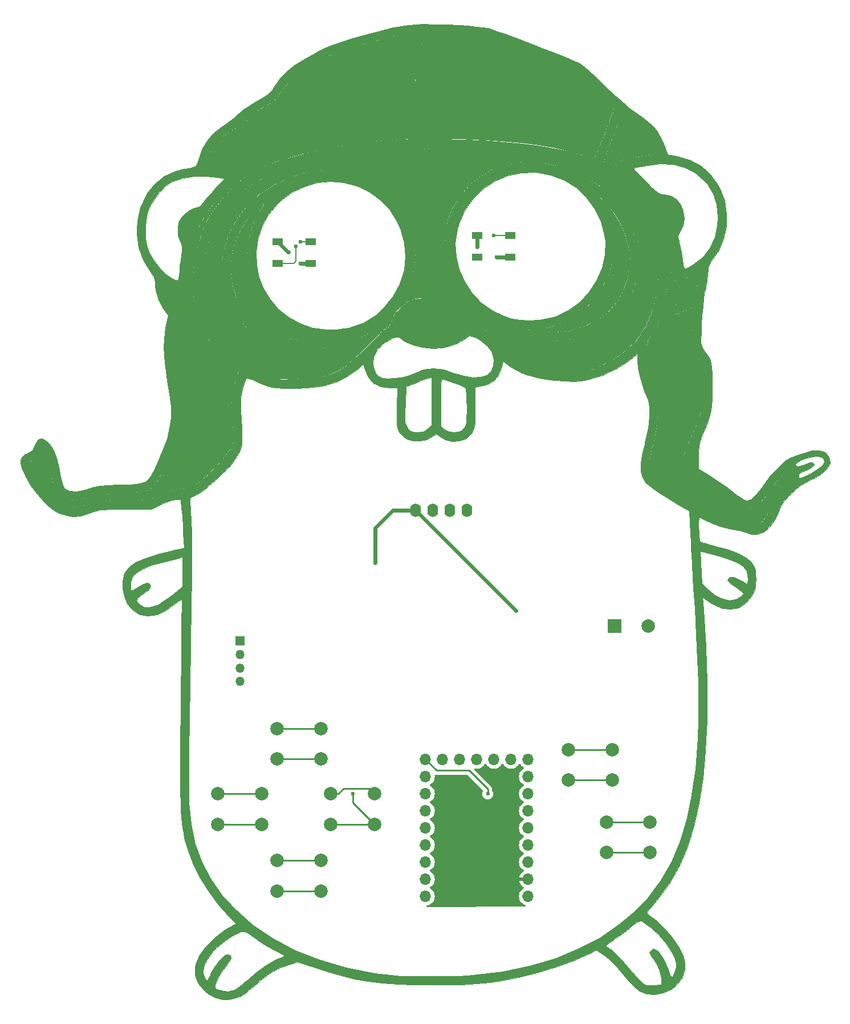
<source format=gbr>
G04 #@! TF.GenerationSoftware,KiCad,Pcbnew,8.0.5-8.0.5-0~ubuntu24.04.1*
G04 #@! TF.CreationDate,2024-10-08T07:53:46+09:00*
G04 #@! TF.ProjectId,gopher_pilot_rp2040_sw,676f7068-6572-45f7-9069-6c6f745f7270,rev?*
G04 #@! TF.SameCoordinates,Original*
G04 #@! TF.FileFunction,Copper,L1,Top*
G04 #@! TF.FilePolarity,Positive*
%FSLAX46Y46*%
G04 Gerber Fmt 4.6, Leading zero omitted, Abs format (unit mm)*
G04 Created by KiCad (PCBNEW 8.0.5-8.0.5-0~ubuntu24.04.1) date 2024-10-08 07:53:46*
%MOMM*%
%LPD*%
G01*
G04 APERTURE LIST*
G04 #@! TA.AperFunction,EtchedComponent*
%ADD10C,0.100000*%
G04 #@! TD*
G04 #@! TA.AperFunction,EtchedComponent*
%ADD11C,0.010000*%
G04 #@! TD*
G04 #@! TA.AperFunction,SMDPad,CuDef*
%ADD12R,1.500000X1.000000*%
G04 #@! TD*
G04 #@! TA.AperFunction,ComponentPad*
%ADD13O,1.700000X1.700000*%
G04 #@! TD*
G04 #@! TA.AperFunction,ComponentPad*
%ADD14O,1.600000X2.000000*%
G04 #@! TD*
G04 #@! TA.AperFunction,ComponentPad*
%ADD15C,2.000000*%
G04 #@! TD*
G04 #@! TA.AperFunction,ComponentPad*
%ADD16R,1.350000X1.350000*%
G04 #@! TD*
G04 #@! TA.AperFunction,ComponentPad*
%ADD17O,1.350000X1.350000*%
G04 #@! TD*
G04 #@! TA.AperFunction,ComponentPad*
%ADD18R,2.000000X2.000000*%
G04 #@! TD*
G04 #@! TA.AperFunction,ViaPad*
%ADD19C,0.600000*%
G04 #@! TD*
G04 #@! TA.AperFunction,Conductor*
%ADD20C,0.250000*%
G04 #@! TD*
G04 #@! TA.AperFunction,Conductor*
%ADD21C,0.600000*%
G04 #@! TD*
G04 #@! TA.AperFunction,Conductor*
%ADD22C,0.200000*%
G04 #@! TD*
G04 APERTURE END LIST*
D10*
X72700000Y-64930000D02*
X73960000Y-65390000D01*
X75200000Y-65800000D01*
X76500000Y-66130000D01*
X76800000Y-67760000D01*
X77030000Y-69050000D01*
X77050000Y-69110000D01*
X77010000Y-69170000D01*
X76770000Y-69240000D01*
X76240000Y-69190000D01*
X75540000Y-69010000D01*
X74800000Y-68710000D01*
X73840000Y-68090000D01*
X72930000Y-67060000D01*
X72400000Y-65830000D01*
X72180000Y-64810000D01*
X72700000Y-64930000D01*
G04 #@! TA.AperFunction,EtchedComponent*
G36*
X72700000Y-64930000D02*
G01*
X73960000Y-65390000D01*
X75200000Y-65800000D01*
X76500000Y-66130000D01*
X76800000Y-67760000D01*
X77030000Y-69050000D01*
X77050000Y-69110000D01*
X77010000Y-69170000D01*
X76770000Y-69240000D01*
X76240000Y-69190000D01*
X75540000Y-69010000D01*
X74800000Y-68710000D01*
X73840000Y-68090000D01*
X72930000Y-67060000D01*
X72400000Y-65830000D01*
X72180000Y-64810000D01*
X72700000Y-64930000D01*
G37*
G04 #@! TD.AperFunction*
X151650000Y-63630000D02*
X151590000Y-63940000D01*
X151200000Y-65240000D01*
X150560000Y-66220000D01*
X149640000Y-66940000D01*
X148320000Y-67500000D01*
X147550000Y-67730000D01*
X146940000Y-67880000D01*
X146590000Y-67880000D01*
X146480000Y-67760000D01*
X146510000Y-67440000D01*
X146620000Y-66910000D01*
X146740000Y-66170000D01*
X146800000Y-65770000D01*
X146910000Y-65060000D01*
X147060000Y-64560000D01*
X147290000Y-64270000D01*
X147280000Y-64270000D01*
X147670000Y-64120000D01*
X148780000Y-63860000D01*
X149590000Y-63590000D01*
X149760000Y-63540000D01*
X150030000Y-63430000D01*
X150420000Y-63280000D01*
X150600000Y-63210000D01*
X151010000Y-63030000D01*
X151390000Y-62860000D01*
X151800000Y-62680000D01*
X151650000Y-63630000D01*
G04 #@! TA.AperFunction,EtchedComponent*
G36*
X151650000Y-63630000D02*
G01*
X151590000Y-63940000D01*
X151200000Y-65240000D01*
X150560000Y-66220000D01*
X149640000Y-66940000D01*
X148320000Y-67500000D01*
X147550000Y-67730000D01*
X146940000Y-67880000D01*
X146590000Y-67880000D01*
X146480000Y-67760000D01*
X146510000Y-67440000D01*
X146620000Y-66910000D01*
X146740000Y-66170000D01*
X146800000Y-65770000D01*
X146910000Y-65060000D01*
X147060000Y-64560000D01*
X147290000Y-64270000D01*
X147280000Y-64270000D01*
X147670000Y-64120000D01*
X148780000Y-63860000D01*
X149590000Y-63590000D01*
X149760000Y-63540000D01*
X150030000Y-63430000D01*
X150420000Y-63280000D01*
X150600000Y-63210000D01*
X151010000Y-63030000D01*
X151390000Y-62860000D01*
X151800000Y-62680000D01*
X151650000Y-63630000D01*
G37*
G04 #@! TD.AperFunction*
X137440000Y-52065000D02*
X138200000Y-52970000D01*
X139020000Y-54120000D01*
X139620000Y-55030000D01*
X140110000Y-55970000D01*
X140750000Y-57530000D01*
X141220000Y-59600000D01*
X141340000Y-61690000D01*
X141080000Y-63600000D01*
X140460000Y-65410000D01*
X139520000Y-67050000D01*
X138250000Y-68530000D01*
X136660000Y-69780000D01*
X134750000Y-70750000D01*
X132580000Y-71360000D01*
X131440000Y-71520000D01*
X129900000Y-71610000D01*
X128720000Y-71628750D01*
X127400000Y-71561250D01*
X125910000Y-71347500D01*
X127150000Y-71315000D01*
X129640000Y-70910000D01*
X131880000Y-70070000D01*
X133730000Y-68980000D01*
X134660000Y-68190000D01*
X135400000Y-67560000D01*
X135780000Y-67150000D01*
X136510000Y-66200000D01*
X137200000Y-65270000D01*
X138180000Y-63330000D01*
X138760000Y-61180000D01*
X138960000Y-58910000D01*
X138940000Y-58320000D01*
X138720000Y-56330000D01*
X138170000Y-54500000D01*
X137360000Y-52850000D01*
X136840000Y-51870000D01*
X136780000Y-51595000D01*
X137440000Y-52065000D01*
G04 #@! TA.AperFunction,EtchedComponent*
G36*
X137440000Y-52065000D02*
G01*
X138200000Y-52970000D01*
X139020000Y-54120000D01*
X139620000Y-55030000D01*
X140110000Y-55970000D01*
X140750000Y-57530000D01*
X141220000Y-59600000D01*
X141340000Y-61690000D01*
X141080000Y-63600000D01*
X140460000Y-65410000D01*
X139520000Y-67050000D01*
X138250000Y-68530000D01*
X136660000Y-69780000D01*
X134750000Y-70750000D01*
X132580000Y-71360000D01*
X131440000Y-71520000D01*
X129900000Y-71610000D01*
X128720000Y-71628750D01*
X127400000Y-71561250D01*
X125910000Y-71347500D01*
X127150000Y-71315000D01*
X129640000Y-70910000D01*
X131880000Y-70070000D01*
X133730000Y-68980000D01*
X134660000Y-68190000D01*
X135400000Y-67560000D01*
X135780000Y-67150000D01*
X136510000Y-66200000D01*
X137200000Y-65270000D01*
X138180000Y-63330000D01*
X138760000Y-61180000D01*
X138960000Y-58910000D01*
X138940000Y-58320000D01*
X138720000Y-56330000D01*
X138170000Y-54500000D01*
X137360000Y-52850000D01*
X136840000Y-51870000D01*
X136780000Y-51595000D01*
X137440000Y-52065000D01*
G37*
G04 #@! TD.AperFunction*
X115715000Y-27230000D02*
X118165000Y-27450000D01*
X120195000Y-27825000D01*
X123525000Y-28915000D01*
X129380000Y-31170000D01*
X131460000Y-32030000D01*
X133150000Y-32825000D01*
X134330000Y-33675000D01*
X135070000Y-34400000D01*
X137010000Y-36320000D01*
X138410000Y-37740000D01*
X139080000Y-38430000D01*
X138830000Y-39070000D01*
X138340000Y-40340000D01*
X137780000Y-41780000D01*
X137300000Y-43030000D01*
X136890000Y-44070000D01*
X136680000Y-44600000D01*
X136370000Y-45350000D01*
X136080000Y-45960000D01*
X135440000Y-45720000D01*
X134240000Y-45250000D01*
X132430000Y-44720000D01*
X130390000Y-44260000D01*
X127980000Y-43840000D01*
X125390000Y-43500000D01*
X122390000Y-43210000D01*
X119870000Y-43040000D01*
X116160000Y-42890000D01*
X113470000Y-42850000D01*
X110940000Y-42850000D01*
X110940000Y-41140000D01*
X110930000Y-38690000D01*
X110910000Y-35800000D01*
X110890000Y-33970000D01*
X110840000Y-32850000D01*
X110770000Y-31240000D01*
X110580000Y-29100000D01*
X110310000Y-27200000D01*
X110280000Y-27010000D01*
X115715000Y-27230000D01*
G04 #@! TA.AperFunction,EtchedComponent*
G36*
X115715000Y-27230000D02*
G01*
X118165000Y-27450000D01*
X120195000Y-27825000D01*
X123525000Y-28915000D01*
X129380000Y-31170000D01*
X131460000Y-32030000D01*
X133150000Y-32825000D01*
X134330000Y-33675000D01*
X135070000Y-34400000D01*
X137010000Y-36320000D01*
X138410000Y-37740000D01*
X139080000Y-38430000D01*
X138830000Y-39070000D01*
X138340000Y-40340000D01*
X137780000Y-41780000D01*
X137300000Y-43030000D01*
X136890000Y-44070000D01*
X136680000Y-44600000D01*
X136370000Y-45350000D01*
X136080000Y-45960000D01*
X135440000Y-45720000D01*
X134240000Y-45250000D01*
X132430000Y-44720000D01*
X130390000Y-44260000D01*
X127980000Y-43840000D01*
X125390000Y-43500000D01*
X122390000Y-43210000D01*
X119870000Y-43040000D01*
X116160000Y-42890000D01*
X113470000Y-42850000D01*
X110940000Y-42850000D01*
X110940000Y-41140000D01*
X110930000Y-38690000D01*
X110910000Y-35800000D01*
X110890000Y-33970000D01*
X110840000Y-32850000D01*
X110770000Y-31240000D01*
X110580000Y-29100000D01*
X110310000Y-27200000D01*
X110280000Y-27010000D01*
X115715000Y-27230000D01*
G37*
G04 #@! TD.AperFunction*
X87470000Y-52265000D02*
X86910000Y-52970000D01*
X86220000Y-53950000D01*
X85740000Y-54990000D01*
X85320000Y-55920000D01*
X84760000Y-58090000D01*
X84590000Y-60390000D01*
X84710000Y-62180000D01*
X85260000Y-64370000D01*
X86120000Y-66310000D01*
X86820000Y-67310000D01*
X87330000Y-68070000D01*
X88060000Y-68820000D01*
X88840000Y-69610000D01*
X90640000Y-70920000D01*
X92650000Y-71870000D01*
X94940000Y-72500000D01*
X95350000Y-72570000D01*
X95880000Y-72690000D01*
X95980000Y-72730000D01*
X96020000Y-72740000D01*
X95710000Y-72770000D01*
X94990000Y-72820000D01*
X94350000Y-72870000D01*
X93940000Y-72900000D01*
X92200000Y-72800000D01*
X90380000Y-72430000D01*
X88600000Y-71860000D01*
X87020000Y-71090000D01*
X85540000Y-70130000D01*
X84470000Y-69080000D01*
X83930000Y-68330000D01*
X82960000Y-66520000D01*
X82360000Y-64570000D01*
X82120000Y-62570000D01*
X82240000Y-60520000D01*
X82740000Y-58480000D01*
X83570000Y-56560000D01*
X84750000Y-54760000D01*
X86300000Y-53110000D01*
X87590000Y-52055000D01*
X87470000Y-52265000D01*
G04 #@! TA.AperFunction,EtchedComponent*
G36*
X87470000Y-52265000D02*
G01*
X86910000Y-52970000D01*
X86220000Y-53950000D01*
X85740000Y-54990000D01*
X85320000Y-55920000D01*
X84760000Y-58090000D01*
X84590000Y-60390000D01*
X84710000Y-62180000D01*
X85260000Y-64370000D01*
X86120000Y-66310000D01*
X86820000Y-67310000D01*
X87330000Y-68070000D01*
X88060000Y-68820000D01*
X88840000Y-69610000D01*
X90640000Y-70920000D01*
X92650000Y-71870000D01*
X94940000Y-72500000D01*
X95350000Y-72570000D01*
X95880000Y-72690000D01*
X95980000Y-72730000D01*
X96020000Y-72740000D01*
X95710000Y-72770000D01*
X94990000Y-72820000D01*
X94350000Y-72870000D01*
X93940000Y-72900000D01*
X92200000Y-72800000D01*
X90380000Y-72430000D01*
X88600000Y-71860000D01*
X87020000Y-71090000D01*
X85540000Y-70130000D01*
X84470000Y-69080000D01*
X83930000Y-68330000D01*
X82960000Y-66520000D01*
X82360000Y-64570000D01*
X82120000Y-62570000D01*
X82240000Y-60520000D01*
X82740000Y-58480000D01*
X83570000Y-56560000D01*
X84750000Y-54760000D01*
X86300000Y-53110000D01*
X87590000Y-52055000D01*
X87470000Y-52265000D01*
G37*
G04 #@! TD.AperFunction*
X108850000Y-27400000D02*
X108990000Y-27670000D01*
X109250000Y-29080000D01*
X109360000Y-30560000D01*
X109450000Y-33000000D01*
X109520000Y-35520000D01*
X109580000Y-37730000D01*
X109610000Y-38780000D01*
X109630000Y-40560000D01*
X109670000Y-42870000D01*
X108870000Y-42920000D01*
X107350000Y-43000000D01*
X104790000Y-43160000D01*
X101440000Y-43520000D01*
X99390000Y-43810000D01*
X98300000Y-43990000D01*
X96220000Y-44370000D01*
X95640000Y-44480000D01*
X93410000Y-44970000D01*
X92860000Y-45090000D01*
X90500000Y-45760000D01*
X88570000Y-46430000D01*
X87160000Y-47050000D01*
X86640000Y-47300000D01*
X85950000Y-47640000D01*
X85670000Y-47740000D01*
X85490000Y-47700000D01*
X85410000Y-47500000D01*
X85110000Y-46020000D01*
X84940000Y-44990000D01*
X84630000Y-42750000D01*
X84480000Y-40970000D01*
X84500000Y-40680000D01*
X84520000Y-40400000D01*
X84710000Y-39770000D01*
X85120000Y-39320000D01*
X85800000Y-38870000D01*
X86780000Y-38350000D01*
X87350000Y-38040000D01*
X88050000Y-37640000D01*
X88580000Y-37190000D01*
X89140000Y-36590000D01*
X89990000Y-35500000D01*
X90770000Y-34480000D01*
X91470000Y-33730000D01*
X92090000Y-33170000D01*
X92900000Y-32620000D01*
X93930000Y-32020000D01*
X95240000Y-31320000D01*
X96750000Y-30560000D01*
X97710000Y-30170000D01*
X100610000Y-29230000D01*
X103410000Y-28490000D01*
X105240000Y-28000000D01*
X107700000Y-27420000D01*
X108570000Y-27310000D01*
X108850000Y-27400000D01*
G04 #@! TA.AperFunction,EtchedComponent*
G36*
X108850000Y-27400000D02*
G01*
X108990000Y-27670000D01*
X109250000Y-29080000D01*
X109360000Y-30560000D01*
X109450000Y-33000000D01*
X109520000Y-35520000D01*
X109580000Y-37730000D01*
X109610000Y-38780000D01*
X109630000Y-40560000D01*
X109670000Y-42870000D01*
X108870000Y-42920000D01*
X107350000Y-43000000D01*
X104790000Y-43160000D01*
X101440000Y-43520000D01*
X99390000Y-43810000D01*
X98300000Y-43990000D01*
X96220000Y-44370000D01*
X95640000Y-44480000D01*
X93410000Y-44970000D01*
X92860000Y-45090000D01*
X90500000Y-45760000D01*
X88570000Y-46430000D01*
X87160000Y-47050000D01*
X86640000Y-47300000D01*
X85950000Y-47640000D01*
X85670000Y-47740000D01*
X85490000Y-47700000D01*
X85410000Y-47500000D01*
X85110000Y-46020000D01*
X84940000Y-44990000D01*
X84630000Y-42750000D01*
X84480000Y-40970000D01*
X84500000Y-40680000D01*
X84520000Y-40400000D01*
X84710000Y-39770000D01*
X85120000Y-39320000D01*
X85800000Y-38870000D01*
X86780000Y-38350000D01*
X87350000Y-38040000D01*
X88050000Y-37640000D01*
X88580000Y-37190000D01*
X89140000Y-36590000D01*
X89990000Y-35500000D01*
X90770000Y-34480000D01*
X91470000Y-33730000D01*
X92090000Y-33170000D01*
X92900000Y-32620000D01*
X93930000Y-32020000D01*
X95240000Y-31320000D01*
X96750000Y-30560000D01*
X97710000Y-30170000D01*
X100610000Y-29230000D01*
X103410000Y-28490000D01*
X105240000Y-28000000D01*
X107700000Y-27420000D01*
X108570000Y-27310000D01*
X108850000Y-27400000D01*
G37*
G04 #@! TD.AperFunction*
X113210000Y-44500000D02*
X116390000Y-44500000D01*
X119800000Y-44590000D01*
X121660000Y-44660000D01*
X124950000Y-44950000D01*
X128250000Y-45390000D01*
X131120000Y-45970000D01*
X133620000Y-46680000D01*
X135840000Y-47550000D01*
X137800000Y-48610000D01*
X139450000Y-49800000D01*
X140920000Y-51210000D01*
X141930000Y-52500000D01*
X142170000Y-52800000D01*
X143640000Y-55270000D01*
X144660000Y-57660000D01*
X142360000Y-58220000D01*
X142140000Y-57290000D01*
X141750000Y-56330000D01*
X141300000Y-55220000D01*
X141050000Y-54740000D01*
X140560000Y-53960000D01*
X139920000Y-52910000D01*
X138800000Y-51630000D01*
X138250000Y-51040000D01*
X136390000Y-49500000D01*
X134200000Y-48200000D01*
X131730000Y-47180000D01*
X129190000Y-46560000D01*
X127610000Y-46360000D01*
X125370000Y-46370000D01*
X123020000Y-46780000D01*
X121050000Y-47470000D01*
X119150000Y-48520000D01*
X117640000Y-49720000D01*
X116310000Y-51220000D01*
X115140000Y-53035000D01*
X114405000Y-54842500D01*
X113980000Y-56820000D01*
X113875000Y-59102500D01*
X114325000Y-61757500D01*
X109500000Y-62140000D01*
X109440000Y-61830000D01*
X109660000Y-59550000D01*
X109530000Y-57830000D01*
X109000000Y-55730000D01*
X108130000Y-53780000D01*
X106900000Y-52030000D01*
X105320000Y-50480000D01*
X103390000Y-49150000D01*
X101220000Y-48190000D01*
X99825000Y-47845000D01*
X99295000Y-45255000D01*
X101010000Y-45030000D01*
X103470000Y-44635000D01*
X108230000Y-44425000D01*
X113210000Y-44500000D01*
G04 #@! TA.AperFunction,EtchedComponent*
G36*
X113210000Y-44500000D02*
G01*
X116390000Y-44500000D01*
X119800000Y-44590000D01*
X121660000Y-44660000D01*
X124950000Y-44950000D01*
X128250000Y-45390000D01*
X131120000Y-45970000D01*
X133620000Y-46680000D01*
X135840000Y-47550000D01*
X137800000Y-48610000D01*
X139450000Y-49800000D01*
X140920000Y-51210000D01*
X141930000Y-52500000D01*
X142170000Y-52800000D01*
X143640000Y-55270000D01*
X144660000Y-57660000D01*
X142360000Y-58220000D01*
X142140000Y-57290000D01*
X141750000Y-56330000D01*
X141300000Y-55220000D01*
X141050000Y-54740000D01*
X140560000Y-53960000D01*
X139920000Y-52910000D01*
X138800000Y-51630000D01*
X138250000Y-51040000D01*
X136390000Y-49500000D01*
X134200000Y-48200000D01*
X131730000Y-47180000D01*
X129190000Y-46560000D01*
X127610000Y-46360000D01*
X125370000Y-46370000D01*
X123020000Y-46780000D01*
X121050000Y-47470000D01*
X119150000Y-48520000D01*
X117640000Y-49720000D01*
X116310000Y-51220000D01*
X115140000Y-53035000D01*
X114405000Y-54842500D01*
X113980000Y-56820000D01*
X113875000Y-59102500D01*
X114325000Y-61757500D01*
X109500000Y-62140000D01*
X109440000Y-61830000D01*
X109660000Y-59550000D01*
X109530000Y-57830000D01*
X109000000Y-55730000D01*
X108130000Y-53780000D01*
X106900000Y-52030000D01*
X105320000Y-50480000D01*
X103390000Y-49150000D01*
X101220000Y-48190000D01*
X99825000Y-47845000D01*
X99295000Y-45255000D01*
X101010000Y-45030000D01*
X103470000Y-44635000D01*
X108230000Y-44425000D01*
X113210000Y-44500000D01*
G37*
G04 #@! TD.AperFunction*
X144710000Y-57750000D02*
X144860000Y-58330000D01*
X145150000Y-59380000D01*
X145380000Y-60270000D01*
X145570000Y-61940000D01*
X145650000Y-62660000D01*
X145550000Y-64940000D01*
X145390000Y-65990000D01*
X144740000Y-68480000D01*
X143740000Y-70750000D01*
X142450000Y-72690000D01*
X141410000Y-73780000D01*
X140750000Y-74420000D01*
X138830000Y-75780000D01*
X137150000Y-76600000D01*
X136560000Y-76900000D01*
X135650000Y-77220000D01*
X135040000Y-77360000D01*
X134370000Y-77430000D01*
X133530000Y-77460000D01*
X132740000Y-77460000D01*
X130610000Y-77430000D01*
X128750000Y-77270000D01*
X127100000Y-76910000D01*
X125850000Y-76400000D01*
X124620000Y-75690000D01*
X123440000Y-74710000D01*
X121880000Y-73120000D01*
X120740000Y-72010000D01*
X119870000Y-71280000D01*
X119270000Y-70870000D01*
X118800000Y-70590000D01*
X118340000Y-70190000D01*
X117990000Y-69200000D01*
X117560000Y-68580000D01*
X117410000Y-68350000D01*
X117810000Y-68040000D01*
X117880000Y-68030000D01*
X118120000Y-68260000D01*
X118530000Y-68690000D01*
X119110000Y-69280000D01*
X119870000Y-69850000D01*
X120950000Y-70680000D01*
X122920000Y-71780000D01*
X125000000Y-72460000D01*
X126970000Y-72930000D01*
X127640000Y-72960000D01*
X128790000Y-72960000D01*
X130130000Y-72920000D01*
X131070000Y-72880000D01*
X132230000Y-72780000D01*
X133280000Y-72620000D01*
X134240000Y-72360000D01*
X135780000Y-71790000D01*
X137870000Y-70630000D01*
X139480000Y-69310000D01*
X140820000Y-67670000D01*
X141810000Y-65740000D01*
X142470000Y-63620000D01*
X142710000Y-61440000D01*
X142610000Y-59360000D01*
X142340000Y-58280000D01*
X142380000Y-58270000D01*
X143420000Y-57950000D01*
X144610000Y-57670000D01*
X144710000Y-57750000D01*
G04 #@! TA.AperFunction,EtchedComponent*
G36*
X144710000Y-57750000D02*
G01*
X144860000Y-58330000D01*
X145150000Y-59380000D01*
X145380000Y-60270000D01*
X145570000Y-61940000D01*
X145650000Y-62660000D01*
X145550000Y-64940000D01*
X145390000Y-65990000D01*
X144740000Y-68480000D01*
X143740000Y-70750000D01*
X142450000Y-72690000D01*
X141410000Y-73780000D01*
X140750000Y-74420000D01*
X138830000Y-75780000D01*
X137150000Y-76600000D01*
X136560000Y-76900000D01*
X135650000Y-77220000D01*
X135040000Y-77360000D01*
X134370000Y-77430000D01*
X133530000Y-77460000D01*
X132740000Y-77460000D01*
X130610000Y-77430000D01*
X128750000Y-77270000D01*
X127100000Y-76910000D01*
X125850000Y-76400000D01*
X124620000Y-75690000D01*
X123440000Y-74710000D01*
X121880000Y-73120000D01*
X120740000Y-72010000D01*
X119870000Y-71280000D01*
X119270000Y-70870000D01*
X118800000Y-70590000D01*
X118340000Y-70190000D01*
X117990000Y-69200000D01*
X117560000Y-68580000D01*
X117410000Y-68350000D01*
X117810000Y-68040000D01*
X117880000Y-68030000D01*
X118120000Y-68260000D01*
X118530000Y-68690000D01*
X119110000Y-69280000D01*
X119870000Y-69850000D01*
X120950000Y-70680000D01*
X122920000Y-71780000D01*
X125000000Y-72460000D01*
X126970000Y-72930000D01*
X127640000Y-72960000D01*
X128790000Y-72960000D01*
X130130000Y-72920000D01*
X131070000Y-72880000D01*
X132230000Y-72780000D01*
X133280000Y-72620000D01*
X134240000Y-72360000D01*
X135780000Y-71790000D01*
X137870000Y-70630000D01*
X139480000Y-69310000D01*
X140820000Y-67670000D01*
X141810000Y-65740000D01*
X142470000Y-63620000D01*
X142710000Y-61440000D01*
X142610000Y-59360000D01*
X142340000Y-58280000D01*
X142380000Y-58270000D01*
X143420000Y-57950000D01*
X144610000Y-57670000D01*
X144710000Y-57750000D01*
G37*
G04 #@! TD.AperFunction*
X140650000Y-39510000D02*
X141350000Y-39980000D01*
X142010000Y-40430000D01*
X142930000Y-41120000D01*
X143290000Y-41390000D01*
X144100000Y-42190000D01*
X144700000Y-43060000D01*
X145080000Y-43930000D01*
X145210000Y-44290000D01*
X145480000Y-45060000D01*
X144750000Y-45190000D01*
X143930000Y-45340000D01*
X142860000Y-45540000D01*
X142100000Y-45680000D01*
X140840000Y-45960000D01*
X140010000Y-46240000D01*
X139500000Y-46490000D01*
X139330000Y-46780000D01*
X139490000Y-47160000D01*
X140030000Y-47710000D01*
X140370000Y-47970000D01*
X141160000Y-48610000D01*
X141860000Y-49200000D01*
X143390000Y-50760000D01*
X143710000Y-51100000D01*
X144180000Y-51770000D01*
X145180000Y-53180000D01*
X145290000Y-53330000D01*
X145860000Y-54510000D01*
X146520000Y-55880000D01*
X146900000Y-56910000D01*
X147260000Y-58110000D01*
X147580000Y-59380000D01*
X147750000Y-60070000D01*
X147820000Y-60480000D01*
X147930000Y-61130000D01*
X148030000Y-61880000D01*
X148040000Y-62440000D01*
X147930000Y-62630000D01*
X147830000Y-62640000D01*
X147460000Y-62740000D01*
X147350000Y-62770000D01*
X147190000Y-62660000D01*
X147080000Y-62250000D01*
X146910000Y-61100000D01*
X146670000Y-59600000D01*
X146530000Y-59110000D01*
X146110000Y-57670000D01*
X145910000Y-56930000D01*
X144800000Y-54380000D01*
X143880000Y-52910000D01*
X143290000Y-51950000D01*
X142450000Y-50940000D01*
X141670000Y-50010000D01*
X139810000Y-48330000D01*
X138660000Y-47460000D01*
X137910000Y-46930000D01*
X137590000Y-46680000D01*
X137585000Y-46480000D01*
X137755000Y-45740000D01*
X138400000Y-43950000D01*
X138720000Y-43090000D01*
X138970000Y-42450000D01*
X139230000Y-41770000D01*
X139510000Y-41060000D01*
X139620000Y-40780000D01*
X139840000Y-40240000D01*
X140050000Y-39740000D01*
X140300000Y-39280000D01*
X140650000Y-39510000D01*
G04 #@! TA.AperFunction,EtchedComponent*
G36*
X140650000Y-39510000D02*
G01*
X141350000Y-39980000D01*
X142010000Y-40430000D01*
X142930000Y-41120000D01*
X143290000Y-41390000D01*
X144100000Y-42190000D01*
X144700000Y-43060000D01*
X145080000Y-43930000D01*
X145210000Y-44290000D01*
X145480000Y-45060000D01*
X144750000Y-45190000D01*
X143930000Y-45340000D01*
X142860000Y-45540000D01*
X142100000Y-45680000D01*
X140840000Y-45960000D01*
X140010000Y-46240000D01*
X139500000Y-46490000D01*
X139330000Y-46780000D01*
X139490000Y-47160000D01*
X140030000Y-47710000D01*
X140370000Y-47970000D01*
X141160000Y-48610000D01*
X141860000Y-49200000D01*
X143390000Y-50760000D01*
X143710000Y-51100000D01*
X144180000Y-51770000D01*
X145180000Y-53180000D01*
X145290000Y-53330000D01*
X145860000Y-54510000D01*
X146520000Y-55880000D01*
X146900000Y-56910000D01*
X147260000Y-58110000D01*
X147580000Y-59380000D01*
X147750000Y-60070000D01*
X147820000Y-60480000D01*
X147930000Y-61130000D01*
X148030000Y-61880000D01*
X148040000Y-62440000D01*
X147930000Y-62630000D01*
X147830000Y-62640000D01*
X147460000Y-62740000D01*
X147350000Y-62770000D01*
X147190000Y-62660000D01*
X147080000Y-62250000D01*
X146910000Y-61100000D01*
X146670000Y-59600000D01*
X146530000Y-59110000D01*
X146110000Y-57670000D01*
X145910000Y-56930000D01*
X144800000Y-54380000D01*
X143880000Y-52910000D01*
X143290000Y-51950000D01*
X142450000Y-50940000D01*
X141670000Y-50010000D01*
X139810000Y-48330000D01*
X138660000Y-47460000D01*
X137910000Y-46930000D01*
X137590000Y-46680000D01*
X137585000Y-46480000D01*
X137755000Y-45740000D01*
X138400000Y-43950000D01*
X138720000Y-43090000D01*
X138970000Y-42450000D01*
X139230000Y-41770000D01*
X139510000Y-41060000D01*
X139620000Y-40780000D01*
X139840000Y-40240000D01*
X140050000Y-39740000D01*
X140300000Y-39280000D01*
X140650000Y-39510000D01*
G37*
G04 #@! TD.AperFunction*
X83157500Y-42010000D02*
X83460000Y-44250000D01*
X83740000Y-46020000D01*
X83990000Y-47340000D01*
X84300000Y-48630000D01*
X83650000Y-49090000D01*
X82990000Y-49630000D01*
X82310000Y-50290000D01*
X82100000Y-50490000D01*
X81740000Y-50890000D01*
X81330000Y-51330000D01*
X80600000Y-52190000D01*
X80210000Y-52660000D01*
X79680000Y-53350000D01*
X78960000Y-54400000D01*
X78200000Y-55970000D01*
X77770000Y-57170000D01*
X77510000Y-57820000D01*
X77060000Y-59610000D01*
X76950000Y-60080000D01*
X76910000Y-60430000D01*
X76700000Y-61770000D01*
X76620000Y-62350000D01*
X76490000Y-63760000D01*
X76480000Y-63910000D01*
X76420000Y-64530000D01*
X76240000Y-64600000D01*
X75940000Y-64550000D01*
X75710000Y-64390000D01*
X75690000Y-64330000D01*
X75680000Y-63860000D01*
X75730000Y-63020000D01*
X75810000Y-62200000D01*
X75910000Y-61380000D01*
X75950000Y-61100000D01*
X76070000Y-60290000D01*
X76230000Y-59450000D01*
X76380000Y-58880000D01*
X76800000Y-57640000D01*
X77260000Y-56340000D01*
X77480000Y-55920000D01*
X77740000Y-55440000D01*
X78210000Y-54550000D01*
X78510000Y-53980000D01*
X79240000Y-53000000D01*
X80080000Y-51870000D01*
X81240000Y-50720000D01*
X81980000Y-49990000D01*
X82560000Y-49470000D01*
X83180000Y-48790000D01*
X83340000Y-48470000D01*
X83330000Y-48410000D01*
X83050000Y-48070000D01*
X82350000Y-47730000D01*
X81300000Y-47420000D01*
X79670000Y-47070000D01*
X79100000Y-46960000D01*
X78570000Y-46790000D01*
X78400000Y-46690000D01*
X78430000Y-46500000D01*
X78610000Y-46000000D01*
X78950000Y-45230000D01*
X79670000Y-43880000D01*
X79970000Y-43450000D01*
X80120000Y-43280000D01*
X80580000Y-42910000D01*
X81270000Y-42400000D01*
X81960000Y-41920000D01*
X82720000Y-41450000D01*
X83005000Y-41320000D01*
X83157500Y-42010000D01*
G04 #@! TA.AperFunction,EtchedComponent*
G36*
X83157500Y-42010000D02*
G01*
X83460000Y-44250000D01*
X83740000Y-46020000D01*
X83990000Y-47340000D01*
X84300000Y-48630000D01*
X83650000Y-49090000D01*
X82990000Y-49630000D01*
X82310000Y-50290000D01*
X82100000Y-50490000D01*
X81740000Y-50890000D01*
X81330000Y-51330000D01*
X80600000Y-52190000D01*
X80210000Y-52660000D01*
X79680000Y-53350000D01*
X78960000Y-54400000D01*
X78200000Y-55970000D01*
X77770000Y-57170000D01*
X77510000Y-57820000D01*
X77060000Y-59610000D01*
X76950000Y-60080000D01*
X76910000Y-60430000D01*
X76700000Y-61770000D01*
X76620000Y-62350000D01*
X76490000Y-63760000D01*
X76480000Y-63910000D01*
X76420000Y-64530000D01*
X76240000Y-64600000D01*
X75940000Y-64550000D01*
X75710000Y-64390000D01*
X75690000Y-64330000D01*
X75680000Y-63860000D01*
X75730000Y-63020000D01*
X75810000Y-62200000D01*
X75910000Y-61380000D01*
X75950000Y-61100000D01*
X76070000Y-60290000D01*
X76230000Y-59450000D01*
X76380000Y-58880000D01*
X76800000Y-57640000D01*
X77260000Y-56340000D01*
X77480000Y-55920000D01*
X77740000Y-55440000D01*
X78210000Y-54550000D01*
X78510000Y-53980000D01*
X79240000Y-53000000D01*
X80080000Y-51870000D01*
X81240000Y-50720000D01*
X81980000Y-49990000D01*
X82560000Y-49470000D01*
X83180000Y-48790000D01*
X83340000Y-48470000D01*
X83330000Y-48410000D01*
X83050000Y-48070000D01*
X82350000Y-47730000D01*
X81300000Y-47420000D01*
X79670000Y-47070000D01*
X79100000Y-46960000D01*
X78570000Y-46790000D01*
X78400000Y-46690000D01*
X78430000Y-46500000D01*
X78610000Y-46000000D01*
X78950000Y-45230000D01*
X79670000Y-43880000D01*
X79970000Y-43450000D01*
X80120000Y-43280000D01*
X80580000Y-42910000D01*
X81270000Y-42400000D01*
X81960000Y-41920000D01*
X82720000Y-41450000D01*
X83005000Y-41320000D01*
X83157500Y-42010000D01*
G37*
G04 #@! TD.AperFunction*
X150820000Y-68810000D02*
X150800000Y-70110000D01*
X150710000Y-72460000D01*
X150620000Y-74250000D01*
X151440000Y-75300000D01*
X151940000Y-76020000D01*
X152160000Y-76560000D01*
X152320000Y-77270000D01*
X152480000Y-79450000D01*
X152390000Y-81480000D01*
X152000000Y-83430000D01*
X151360000Y-85360000D01*
X150290000Y-87640000D01*
X149820000Y-88740000D01*
X149490000Y-89830000D01*
X149460000Y-90810000D01*
X149770000Y-91720000D01*
X150450000Y-92560000D01*
X151470000Y-93380000D01*
X151920000Y-93650000D01*
X153170000Y-94450000D01*
X153780000Y-94880000D01*
X154410000Y-95300000D01*
X155320000Y-95950000D01*
X156850000Y-97100000D01*
X157830000Y-97710000D01*
X158370000Y-97920000D01*
X158640000Y-97940000D01*
X159600000Y-97800000D01*
X160550000Y-97210000D01*
X161040000Y-96680000D01*
X161480000Y-96180000D01*
X161740000Y-95820000D01*
X162320000Y-95040000D01*
X162890000Y-94310000D01*
X163360000Y-93720000D01*
X163790000Y-93200000D01*
X164000000Y-92940000D01*
X164300000Y-92610000D01*
X164380000Y-92530000D01*
X164640000Y-92320000D01*
X164770000Y-92400000D01*
X164970000Y-92740000D01*
X165180000Y-93220000D01*
X165300000Y-93680000D01*
X165280000Y-93900000D01*
X164870000Y-94210000D01*
X164490000Y-94510000D01*
X164030000Y-94860000D01*
X162990000Y-96210000D01*
X162820000Y-96560000D01*
X162430000Y-97380000D01*
X162190000Y-97950000D01*
X162120000Y-98120000D01*
X161650000Y-99050000D01*
X161080000Y-99760000D01*
X160470000Y-100200000D01*
X159910000Y-100350000D01*
X159330000Y-100180000D01*
X159200000Y-100110000D01*
X158720000Y-99970000D01*
X157540000Y-99700000D01*
X156710000Y-99540000D01*
X155770000Y-99310000D01*
X154960000Y-99070000D01*
X154060000Y-98730000D01*
X152320000Y-97790000D01*
X150310000Y-96640000D01*
X147390000Y-94860000D01*
X145990000Y-93990000D01*
X144990000Y-93250000D01*
X144570000Y-92740000D01*
X144370000Y-92190000D01*
X144300000Y-91540000D01*
X144390000Y-90670000D01*
X144630000Y-89490000D01*
X145020000Y-87820000D01*
X145180000Y-87130000D01*
X145420000Y-85910000D01*
X145520000Y-85390000D01*
X145680000Y-83960000D01*
X145630000Y-82700000D01*
X145410000Y-81540000D01*
X144930000Y-80260000D01*
X144600000Y-79420000D01*
X144440000Y-79030000D01*
X144100000Y-77830000D01*
X143910000Y-76520000D01*
X143860000Y-74980000D01*
X143890000Y-73770000D01*
X143980000Y-73300000D01*
X144000000Y-73240000D01*
X144260000Y-72690000D01*
X144840000Y-71750000D01*
X145350000Y-70820000D01*
X145540000Y-70380000D01*
X145920000Y-69640000D01*
X146200000Y-69370000D01*
X147420000Y-69210000D01*
X149170000Y-68730000D01*
X149910000Y-68390000D01*
X150510000Y-68110000D01*
X150810000Y-68000000D01*
X150820000Y-68810000D01*
G04 #@! TA.AperFunction,EtchedComponent*
G36*
X150820000Y-68810000D02*
G01*
X150800000Y-70110000D01*
X150710000Y-72460000D01*
X150620000Y-74250000D01*
X151440000Y-75300000D01*
X151940000Y-76020000D01*
X152160000Y-76560000D01*
X152320000Y-77270000D01*
X152480000Y-79450000D01*
X152390000Y-81480000D01*
X152000000Y-83430000D01*
X151360000Y-85360000D01*
X150290000Y-87640000D01*
X149820000Y-88740000D01*
X149490000Y-89830000D01*
X149460000Y-90810000D01*
X149770000Y-91720000D01*
X150450000Y-92560000D01*
X151470000Y-93380000D01*
X151920000Y-93650000D01*
X153170000Y-94450000D01*
X153780000Y-94880000D01*
X154410000Y-95300000D01*
X155320000Y-95950000D01*
X156850000Y-97100000D01*
X157830000Y-97710000D01*
X158370000Y-97920000D01*
X158640000Y-97940000D01*
X159600000Y-97800000D01*
X160550000Y-97210000D01*
X161040000Y-96680000D01*
X161480000Y-96180000D01*
X161740000Y-95820000D01*
X162320000Y-95040000D01*
X162890000Y-94310000D01*
X163360000Y-93720000D01*
X163790000Y-93200000D01*
X164000000Y-92940000D01*
X164300000Y-92610000D01*
X164380000Y-92530000D01*
X164640000Y-92320000D01*
X164770000Y-92400000D01*
X164970000Y-92740000D01*
X165180000Y-93220000D01*
X165300000Y-93680000D01*
X165280000Y-93900000D01*
X164870000Y-94210000D01*
X164490000Y-94510000D01*
X164030000Y-94860000D01*
X162990000Y-96210000D01*
X162820000Y-96560000D01*
X162430000Y-97380000D01*
X162190000Y-97950000D01*
X162120000Y-98120000D01*
X161650000Y-99050000D01*
X161080000Y-99760000D01*
X160470000Y-100200000D01*
X159910000Y-100350000D01*
X159330000Y-100180000D01*
X159200000Y-100110000D01*
X158720000Y-99970000D01*
X157540000Y-99700000D01*
X156710000Y-99540000D01*
X155770000Y-99310000D01*
X154960000Y-99070000D01*
X154060000Y-98730000D01*
X152320000Y-97790000D01*
X150310000Y-96640000D01*
X147390000Y-94860000D01*
X145990000Y-93990000D01*
X144990000Y-93250000D01*
X144570000Y-92740000D01*
X144370000Y-92190000D01*
X144300000Y-91540000D01*
X144390000Y-90670000D01*
X144630000Y-89490000D01*
X145020000Y-87820000D01*
X145180000Y-87130000D01*
X145420000Y-85910000D01*
X145520000Y-85390000D01*
X145680000Y-83960000D01*
X145630000Y-82700000D01*
X145410000Y-81540000D01*
X144930000Y-80260000D01*
X144600000Y-79420000D01*
X144440000Y-79030000D01*
X144100000Y-77830000D01*
X143910000Y-76520000D01*
X143860000Y-74980000D01*
X143890000Y-73770000D01*
X143980000Y-73300000D01*
X144000000Y-73240000D01*
X144260000Y-72690000D01*
X144840000Y-71750000D01*
X145350000Y-70820000D01*
X145540000Y-70380000D01*
X145920000Y-69640000D01*
X146200000Y-69370000D01*
X147420000Y-69210000D01*
X149170000Y-68730000D01*
X149910000Y-68390000D01*
X150510000Y-68110000D01*
X150810000Y-68000000D01*
X150820000Y-68810000D01*
G37*
G04 #@! TD.AperFunction*
X99840000Y-47850000D02*
X99600000Y-47780000D01*
X97990000Y-47630000D01*
X96330000Y-47600000D01*
X94640000Y-47720000D01*
X93120000Y-47990000D01*
X90920000Y-48650000D01*
X89340000Y-49390000D01*
X88550000Y-49750000D01*
X87040000Y-50730000D01*
X86440000Y-51130000D01*
X85090000Y-52370000D01*
X84570000Y-52830000D01*
X83780000Y-53860000D01*
X83070000Y-54760000D01*
X81960000Y-56790000D01*
X81410000Y-58340000D01*
X81100000Y-59270000D01*
X80780000Y-61050000D01*
X80750000Y-63280000D01*
X81130000Y-65430000D01*
X81830000Y-67360000D01*
X82900000Y-69160000D01*
X83650000Y-70070000D01*
X84300000Y-70780000D01*
X85940000Y-72100000D01*
X87880000Y-73130000D01*
X90030000Y-73780000D01*
X90500000Y-73870000D01*
X91920000Y-74020000D01*
X93410000Y-74100000D01*
X95090000Y-74090000D01*
X96570000Y-73990000D01*
X97930000Y-73810000D01*
X99360000Y-73400000D01*
X101500000Y-72450000D01*
X103310000Y-71290000D01*
X104590000Y-70200000D01*
X105130000Y-69720000D01*
X106590000Y-68010000D01*
X107500000Y-66650000D01*
X107890000Y-66020000D01*
X108810000Y-63970000D01*
X109390000Y-61900000D01*
X114290000Y-61770000D01*
X114910000Y-63550000D01*
X116050000Y-65690000D01*
X116690000Y-66540000D01*
X117480000Y-67600000D01*
X117830000Y-67970000D01*
X117380000Y-68330000D01*
X116580000Y-67580000D01*
X115580000Y-66990000D01*
X114710000Y-66640000D01*
X114080000Y-66520000D01*
X113240000Y-66470000D01*
X111820000Y-66440000D01*
X110680000Y-66490000D01*
X110100000Y-66530000D01*
X109360000Y-66710000D01*
X108700000Y-66990000D01*
X108330000Y-67180000D01*
X107520000Y-67730000D01*
X106900000Y-68320000D01*
X106330000Y-69120000D01*
X106100000Y-69760000D01*
X106030000Y-70190000D01*
X105750000Y-70570000D01*
X105000000Y-71130000D01*
X104000000Y-72020000D01*
X102940000Y-73030000D01*
X101330000Y-74670000D01*
X100915000Y-75095000D01*
X99985000Y-75985000D01*
X99345000Y-76565000D01*
X98275000Y-77275000D01*
X97060000Y-77790000D01*
X96050000Y-78160000D01*
X95110000Y-78340000D01*
X94160000Y-78470000D01*
X92760000Y-78550000D01*
X91340000Y-78610000D01*
X89640000Y-78560000D01*
X88870000Y-78490000D01*
X88100000Y-78350000D01*
X86540000Y-77750000D01*
X84555000Y-76640000D01*
X82665000Y-75160000D01*
X81210000Y-73570000D01*
X80160000Y-72150000D01*
X79870000Y-71730000D01*
X79160000Y-70380000D01*
X78860000Y-69800000D01*
X78190000Y-67680000D01*
X78050000Y-66810000D01*
X77985000Y-64145000D01*
X78135000Y-61335000D01*
X78480000Y-59230000D01*
X79060000Y-57440000D01*
X80040000Y-55450000D01*
X81260000Y-53470000D01*
X82600000Y-51880000D01*
X83540000Y-51000000D01*
X84010000Y-50560000D01*
X85270000Y-49700000D01*
X87080000Y-48710000D01*
X87390000Y-48530000D01*
X89790000Y-47550000D01*
X92510000Y-46670000D01*
X95500000Y-45950000D01*
X99230000Y-45240000D01*
X99840000Y-47850000D01*
G04 #@! TA.AperFunction,EtchedComponent*
G36*
X99840000Y-47850000D02*
G01*
X99600000Y-47780000D01*
X97990000Y-47630000D01*
X96330000Y-47600000D01*
X94640000Y-47720000D01*
X93120000Y-47990000D01*
X90920000Y-48650000D01*
X89340000Y-49390000D01*
X88550000Y-49750000D01*
X87040000Y-50730000D01*
X86440000Y-51130000D01*
X85090000Y-52370000D01*
X84570000Y-52830000D01*
X83780000Y-53860000D01*
X83070000Y-54760000D01*
X81960000Y-56790000D01*
X81410000Y-58340000D01*
X81100000Y-59270000D01*
X80780000Y-61050000D01*
X80750000Y-63280000D01*
X81130000Y-65430000D01*
X81830000Y-67360000D01*
X82900000Y-69160000D01*
X83650000Y-70070000D01*
X84300000Y-70780000D01*
X85940000Y-72100000D01*
X87880000Y-73130000D01*
X90030000Y-73780000D01*
X90500000Y-73870000D01*
X91920000Y-74020000D01*
X93410000Y-74100000D01*
X95090000Y-74090000D01*
X96570000Y-73990000D01*
X97930000Y-73810000D01*
X99360000Y-73400000D01*
X101500000Y-72450000D01*
X103310000Y-71290000D01*
X104590000Y-70200000D01*
X105130000Y-69720000D01*
X106590000Y-68010000D01*
X107500000Y-66650000D01*
X107890000Y-66020000D01*
X108810000Y-63970000D01*
X109390000Y-61900000D01*
X114290000Y-61770000D01*
X114910000Y-63550000D01*
X116050000Y-65690000D01*
X116690000Y-66540000D01*
X117480000Y-67600000D01*
X117830000Y-67970000D01*
X117380000Y-68330000D01*
X116580000Y-67580000D01*
X115580000Y-66990000D01*
X114710000Y-66640000D01*
X114080000Y-66520000D01*
X113240000Y-66470000D01*
X111820000Y-66440000D01*
X110680000Y-66490000D01*
X110100000Y-66530000D01*
X109360000Y-66710000D01*
X108700000Y-66990000D01*
X108330000Y-67180000D01*
X107520000Y-67730000D01*
X106900000Y-68320000D01*
X106330000Y-69120000D01*
X106100000Y-69760000D01*
X106030000Y-70190000D01*
X105750000Y-70570000D01*
X105000000Y-71130000D01*
X104000000Y-72020000D01*
X102940000Y-73030000D01*
X101330000Y-74670000D01*
X100915000Y-75095000D01*
X99985000Y-75985000D01*
X99345000Y-76565000D01*
X98275000Y-77275000D01*
X97060000Y-77790000D01*
X96050000Y-78160000D01*
X95110000Y-78340000D01*
X94160000Y-78470000D01*
X92760000Y-78550000D01*
X91340000Y-78610000D01*
X89640000Y-78560000D01*
X88870000Y-78490000D01*
X88100000Y-78350000D01*
X86540000Y-77750000D01*
X84555000Y-76640000D01*
X82665000Y-75160000D01*
X81210000Y-73570000D01*
X80160000Y-72150000D01*
X79870000Y-71730000D01*
X79160000Y-70380000D01*
X78860000Y-69800000D01*
X78190000Y-67680000D01*
X78050000Y-66810000D01*
X77985000Y-64145000D01*
X78135000Y-61335000D01*
X78480000Y-59230000D01*
X79060000Y-57440000D01*
X80040000Y-55450000D01*
X81260000Y-53470000D01*
X82600000Y-51880000D01*
X83540000Y-51000000D01*
X84010000Y-50560000D01*
X85270000Y-49700000D01*
X87080000Y-48710000D01*
X87390000Y-48530000D01*
X89790000Y-47550000D01*
X92510000Y-46670000D01*
X95500000Y-45950000D01*
X99230000Y-45240000D01*
X99840000Y-47850000D01*
G37*
G04 #@! TD.AperFunction*
X74260000Y-70110000D02*
X74730000Y-70250000D01*
X75580000Y-70460000D01*
X77830000Y-70910000D01*
X78210000Y-71700000D01*
X78730000Y-72640000D01*
X79540000Y-73820000D01*
X80420000Y-74920000D01*
X81390000Y-76010000D01*
X82280000Y-76790000D01*
X83200000Y-77520000D01*
X82960000Y-78280000D01*
X82650000Y-79340000D01*
X82390000Y-80860000D01*
X82250000Y-82540000D01*
X82250000Y-84370000D01*
X82390000Y-86250000D01*
X82450000Y-86550000D01*
X82490000Y-86940000D01*
X82520000Y-87510000D01*
X82480000Y-87990000D01*
X82330000Y-88420000D01*
X82050000Y-88970000D01*
X81760000Y-89430000D01*
X81080000Y-90340000D01*
X80190000Y-91320000D01*
X79640000Y-91900000D01*
X78240000Y-93190000D01*
X77500000Y-93810000D01*
X76680000Y-94380000D01*
X76120000Y-94650000D01*
X75360000Y-94830000D01*
X73920000Y-95080000D01*
X73620000Y-95150000D01*
X72630000Y-95410000D01*
X72310000Y-95500000D01*
X71300000Y-95890000D01*
X70840000Y-96130000D01*
X70410000Y-96290000D01*
X69940000Y-96410000D01*
X69370000Y-96480000D01*
X68550000Y-96520000D01*
X67680000Y-96540000D01*
X66420000Y-96550000D01*
X64910000Y-96570000D01*
X63490000Y-96620000D01*
X62620000Y-96710000D01*
X62080000Y-96820000D01*
X61610000Y-96950000D01*
X61100000Y-97110000D01*
X60410000Y-97350000D01*
X59510000Y-97600000D01*
X58800000Y-97700000D01*
X58140000Y-97640000D01*
X57400000Y-97410000D01*
X56300000Y-96840000D01*
X55220000Y-95920000D01*
X54320000Y-94820000D01*
X54080000Y-94530000D01*
X53490000Y-93630000D01*
X52700000Y-92280000D01*
X52250000Y-91400000D01*
X52120000Y-91030000D01*
X52350000Y-90860000D01*
X52950000Y-90580000D01*
X53500000Y-90180000D01*
X53860000Y-89720000D01*
X54070000Y-89350000D01*
X54230000Y-89190000D01*
X54380000Y-89290000D01*
X54630000Y-89760000D01*
X54910000Y-90530000D01*
X55150000Y-91480000D01*
X55380000Y-92680000D01*
X55670000Y-94110000D01*
X55760000Y-94460000D01*
X55830000Y-94780000D01*
X55980000Y-95230000D01*
X56270000Y-95640000D01*
X56990000Y-96130000D01*
X57970000Y-96430000D01*
X59040000Y-96540000D01*
X60220000Y-96450000D01*
X61310000Y-96140000D01*
X62020000Y-95940000D01*
X62940000Y-95800000D01*
X64200000Y-95670000D01*
X65700000Y-95600000D01*
X67190000Y-95520000D01*
X68540000Y-95420000D01*
X69500000Y-95250000D01*
X70130000Y-95000000D01*
X70640000Y-94620000D01*
X71070000Y-94060000D01*
X71470000Y-93350000D01*
X71780000Y-92710000D01*
X72130000Y-92010000D01*
X72420000Y-91390000D01*
X72870000Y-90420000D01*
X73250000Y-89500000D01*
X73470000Y-89010000D01*
X73690000Y-88350000D01*
X73890000Y-87780000D01*
X74170000Y-86690000D01*
X74350000Y-85530000D01*
X74440000Y-84290000D01*
X74460000Y-83050000D01*
X74450000Y-82550000D01*
X74380000Y-81510000D01*
X74250000Y-80510000D01*
X74000000Y-79010000D01*
X73800000Y-77750000D01*
X73660000Y-76920000D01*
X73470000Y-74660000D01*
X73470000Y-72680000D01*
X73690000Y-71050000D01*
X73890000Y-70340000D01*
X74020000Y-70090000D01*
X74260000Y-70110000D01*
G04 #@! TA.AperFunction,EtchedComponent*
G36*
X74260000Y-70110000D02*
G01*
X74730000Y-70250000D01*
X75580000Y-70460000D01*
X77830000Y-70910000D01*
X78210000Y-71700000D01*
X78730000Y-72640000D01*
X79540000Y-73820000D01*
X80420000Y-74920000D01*
X81390000Y-76010000D01*
X82280000Y-76790000D01*
X83200000Y-77520000D01*
X82960000Y-78280000D01*
X82650000Y-79340000D01*
X82390000Y-80860000D01*
X82250000Y-82540000D01*
X82250000Y-84370000D01*
X82390000Y-86250000D01*
X82450000Y-86550000D01*
X82490000Y-86940000D01*
X82520000Y-87510000D01*
X82480000Y-87990000D01*
X82330000Y-88420000D01*
X82050000Y-88970000D01*
X81760000Y-89430000D01*
X81080000Y-90340000D01*
X80190000Y-91320000D01*
X79640000Y-91900000D01*
X78240000Y-93190000D01*
X77500000Y-93810000D01*
X76680000Y-94380000D01*
X76120000Y-94650000D01*
X75360000Y-94830000D01*
X73920000Y-95080000D01*
X73620000Y-95150000D01*
X72630000Y-95410000D01*
X72310000Y-95500000D01*
X71300000Y-95890000D01*
X70840000Y-96130000D01*
X70410000Y-96290000D01*
X69940000Y-96410000D01*
X69370000Y-96480000D01*
X68550000Y-96520000D01*
X67680000Y-96540000D01*
X66420000Y-96550000D01*
X64910000Y-96570000D01*
X63490000Y-96620000D01*
X62620000Y-96710000D01*
X62080000Y-96820000D01*
X61610000Y-96950000D01*
X61100000Y-97110000D01*
X60410000Y-97350000D01*
X59510000Y-97600000D01*
X58800000Y-97700000D01*
X58140000Y-97640000D01*
X57400000Y-97410000D01*
X56300000Y-96840000D01*
X55220000Y-95920000D01*
X54320000Y-94820000D01*
X54080000Y-94530000D01*
X53490000Y-93630000D01*
X52700000Y-92280000D01*
X52250000Y-91400000D01*
X52120000Y-91030000D01*
X52350000Y-90860000D01*
X52950000Y-90580000D01*
X53500000Y-90180000D01*
X53860000Y-89720000D01*
X54070000Y-89350000D01*
X54230000Y-89190000D01*
X54380000Y-89290000D01*
X54630000Y-89760000D01*
X54910000Y-90530000D01*
X55150000Y-91480000D01*
X55380000Y-92680000D01*
X55670000Y-94110000D01*
X55760000Y-94460000D01*
X55830000Y-94780000D01*
X55980000Y-95230000D01*
X56270000Y-95640000D01*
X56990000Y-96130000D01*
X57970000Y-96430000D01*
X59040000Y-96540000D01*
X60220000Y-96450000D01*
X61310000Y-96140000D01*
X62020000Y-95940000D01*
X62940000Y-95800000D01*
X64200000Y-95670000D01*
X65700000Y-95600000D01*
X67190000Y-95520000D01*
X68540000Y-95420000D01*
X69500000Y-95250000D01*
X70130000Y-95000000D01*
X70640000Y-94620000D01*
X71070000Y-94060000D01*
X71470000Y-93350000D01*
X71780000Y-92710000D01*
X72130000Y-92010000D01*
X72420000Y-91390000D01*
X72870000Y-90420000D01*
X73250000Y-89500000D01*
X73470000Y-89010000D01*
X73690000Y-88350000D01*
X73890000Y-87780000D01*
X74170000Y-86690000D01*
X74350000Y-85530000D01*
X74440000Y-84290000D01*
X74460000Y-83050000D01*
X74450000Y-82550000D01*
X74380000Y-81510000D01*
X74250000Y-80510000D01*
X74000000Y-79010000D01*
X73800000Y-77750000D01*
X73660000Y-76920000D01*
X73470000Y-74660000D01*
X73470000Y-72680000D01*
X73690000Y-71050000D01*
X73890000Y-70340000D01*
X74020000Y-70090000D01*
X74260000Y-70110000D01*
G37*
G04 #@! TD.AperFunction*
D11*
X98060459Y-47683218D02*
X99651389Y-47851116D01*
X100995206Y-48157043D01*
X101218397Y-48233070D01*
X103396700Y-49231290D01*
X105283059Y-50515506D01*
X106856180Y-52056698D01*
X108094766Y-53825844D01*
X108977522Y-55793923D01*
X109483154Y-57931914D01*
X109602111Y-59658261D01*
X109393625Y-61865161D01*
X108795112Y-64030818D01*
X107846988Y-66106299D01*
X106589668Y-68042672D01*
X105063569Y-69791004D01*
X103309107Y-71302362D01*
X101366697Y-72527816D01*
X99276755Y-73418432D01*
X97940007Y-73777787D01*
X96639104Y-73969956D01*
X95093147Y-74074183D01*
X93453700Y-74090581D01*
X91872330Y-74019259D01*
X90500601Y-73860330D01*
X90043483Y-73772011D01*
X87887609Y-73081510D01*
X85970941Y-72054505D01*
X84317941Y-70731005D01*
X82953072Y-69151020D01*
X81900795Y-67354558D01*
X81185572Y-65381629D01*
X80831865Y-63272243D01*
X80842151Y-62569088D01*
X82080108Y-62569088D01*
X82315597Y-64595320D01*
X82921335Y-66547641D01*
X83903123Y-68374681D01*
X84448059Y-69116108D01*
X85532958Y-70174953D01*
X86944275Y-71112467D01*
X88586031Y-71892653D01*
X90362246Y-72479516D01*
X92176939Y-72837059D01*
X93934130Y-72929286D01*
X94516907Y-72892310D01*
X95249553Y-72828847D01*
X95896853Y-72785773D01*
X96023687Y-72780180D01*
X96091964Y-72738181D01*
X95795888Y-72642821D01*
X95196067Y-72511412D01*
X94863559Y-72448804D01*
X92664569Y-71845675D01*
X90661266Y-70889484D01*
X88886938Y-69619398D01*
X87374875Y-68074583D01*
X86158363Y-66294206D01*
X85270693Y-64317432D01*
X84745151Y-62183428D01*
X84607802Y-60382126D01*
X84657033Y-59760766D01*
X85842510Y-59760766D01*
X85923914Y-61632718D01*
X86317764Y-63453889D01*
X87006343Y-65181994D01*
X87971934Y-66774746D01*
X89196821Y-68189861D01*
X90663286Y-69385053D01*
X92353612Y-70318037D01*
X94250082Y-70946528D01*
X96334979Y-71228241D01*
X96800847Y-71239414D01*
X97846159Y-71206595D01*
X98887524Y-71111251D01*
X99735404Y-70972156D01*
X99893843Y-70933043D01*
X101890505Y-70184616D01*
X103638560Y-69087766D01*
X104770088Y-68066511D01*
X106195191Y-66313153D01*
X107228265Y-64426198D01*
X107863425Y-62442745D01*
X108094788Y-60399890D01*
X107916469Y-58334731D01*
X107322585Y-56284364D01*
X106815044Y-55173255D01*
X105662549Y-53393429D01*
X104245461Y-51921192D01*
X102614988Y-50763905D01*
X100822334Y-49928934D01*
X98918704Y-49423639D01*
X96955304Y-49255386D01*
X94983339Y-49431538D01*
X93054014Y-49959456D01*
X91218535Y-50846506D01*
X89528106Y-52100050D01*
X88995701Y-52610847D01*
X87650149Y-54263072D01*
X86687911Y-56033658D01*
X86091270Y-57880317D01*
X85842510Y-59760766D01*
X84657033Y-59760766D01*
X84791336Y-58065702D01*
X85343558Y-55919211D01*
X86251008Y-53983302D01*
X87150978Y-52700869D01*
X87530095Y-52216102D01*
X87627622Y-52021644D01*
X87435811Y-52121178D01*
X86946911Y-52518385D01*
X86253390Y-53127254D01*
X84724638Y-54752475D01*
X83537133Y-56560640D01*
X82696676Y-58500377D01*
X82209068Y-60520317D01*
X82080108Y-62569088D01*
X80842151Y-62569088D01*
X80864134Y-61066408D01*
X81180247Y-59275369D01*
X81980384Y-56931945D01*
X83149309Y-54789099D01*
X84661045Y-52871176D01*
X86489618Y-51202520D01*
X88609051Y-49807478D01*
X90993368Y-48710394D01*
X93168003Y-48040320D01*
X94682466Y-47774556D01*
X96358718Y-47656610D01*
X98060459Y-47683218D01*
G04 #@! TA.AperFunction,EtchedComponent*
G36*
X98060459Y-47683218D02*
G01*
X99651389Y-47851116D01*
X100995206Y-48157043D01*
X101218397Y-48233070D01*
X103396700Y-49231290D01*
X105283059Y-50515506D01*
X106856180Y-52056698D01*
X108094766Y-53825844D01*
X108977522Y-55793923D01*
X109483154Y-57931914D01*
X109602111Y-59658261D01*
X109393625Y-61865161D01*
X108795112Y-64030818D01*
X107846988Y-66106299D01*
X106589668Y-68042672D01*
X105063569Y-69791004D01*
X103309107Y-71302362D01*
X101366697Y-72527816D01*
X99276755Y-73418432D01*
X97940007Y-73777787D01*
X96639104Y-73969956D01*
X95093147Y-74074183D01*
X93453700Y-74090581D01*
X91872330Y-74019259D01*
X90500601Y-73860330D01*
X90043483Y-73772011D01*
X87887609Y-73081510D01*
X85970941Y-72054505D01*
X84317941Y-70731005D01*
X82953072Y-69151020D01*
X81900795Y-67354558D01*
X81185572Y-65381629D01*
X80831865Y-63272243D01*
X80842151Y-62569088D01*
X82080108Y-62569088D01*
X82315597Y-64595320D01*
X82921335Y-66547641D01*
X83903123Y-68374681D01*
X84448059Y-69116108D01*
X85532958Y-70174953D01*
X86944275Y-71112467D01*
X88586031Y-71892653D01*
X90362246Y-72479516D01*
X92176939Y-72837059D01*
X93934130Y-72929286D01*
X94516907Y-72892310D01*
X95249553Y-72828847D01*
X95896853Y-72785773D01*
X96023687Y-72780180D01*
X96091964Y-72738181D01*
X95795888Y-72642821D01*
X95196067Y-72511412D01*
X94863559Y-72448804D01*
X92664569Y-71845675D01*
X90661266Y-70889484D01*
X88886938Y-69619398D01*
X87374875Y-68074583D01*
X86158363Y-66294206D01*
X85270693Y-64317432D01*
X84745151Y-62183428D01*
X84607802Y-60382126D01*
X84657033Y-59760766D01*
X85842510Y-59760766D01*
X85923914Y-61632718D01*
X86317764Y-63453889D01*
X87006343Y-65181994D01*
X87971934Y-66774746D01*
X89196821Y-68189861D01*
X90663286Y-69385053D01*
X92353612Y-70318037D01*
X94250082Y-70946528D01*
X96334979Y-71228241D01*
X96800847Y-71239414D01*
X97846159Y-71206595D01*
X98887524Y-71111251D01*
X99735404Y-70972156D01*
X99893843Y-70933043D01*
X101890505Y-70184616D01*
X103638560Y-69087766D01*
X104770088Y-68066511D01*
X106195191Y-66313153D01*
X107228265Y-64426198D01*
X107863425Y-62442745D01*
X108094788Y-60399890D01*
X107916469Y-58334731D01*
X107322585Y-56284364D01*
X106815044Y-55173255D01*
X105662549Y-53393429D01*
X104245461Y-51921192D01*
X102614988Y-50763905D01*
X100822334Y-49928934D01*
X98918704Y-49423639D01*
X96955304Y-49255386D01*
X94983339Y-49431538D01*
X93054014Y-49959456D01*
X91218535Y-50846506D01*
X89528106Y-52100050D01*
X88995701Y-52610847D01*
X87650149Y-54263072D01*
X86687911Y-56033658D01*
X86091270Y-57880317D01*
X85842510Y-59760766D01*
X84657033Y-59760766D01*
X84791336Y-58065702D01*
X85343558Y-55919211D01*
X86251008Y-53983302D01*
X87150978Y-52700869D01*
X87530095Y-52216102D01*
X87627622Y-52021644D01*
X87435811Y-52121178D01*
X86946911Y-52518385D01*
X86253390Y-53127254D01*
X84724638Y-54752475D01*
X83537133Y-56560640D01*
X82696676Y-58500377D01*
X82209068Y-60520317D01*
X82080108Y-62569088D01*
X80842151Y-62569088D01*
X80864134Y-61066408D01*
X81180247Y-59275369D01*
X81980384Y-56931945D01*
X83149309Y-54789099D01*
X84661045Y-52871176D01*
X86489618Y-51202520D01*
X88609051Y-49807478D01*
X90993368Y-48710394D01*
X93168003Y-48040320D01*
X94682466Y-47774556D01*
X96358718Y-47656610D01*
X98060459Y-47683218D01*
G37*
G04 #@! TD.AperFunction*
X129155287Y-46605189D02*
X131748420Y-47257580D01*
X134155077Y-48242142D01*
X136335540Y-49530700D01*
X138250093Y-51095080D01*
X139859019Y-52907107D01*
X141122601Y-54938606D01*
X141240852Y-55178516D01*
X142113706Y-57338864D01*
X142597369Y-59411487D01*
X142702537Y-61472282D01*
X142439904Y-63597146D01*
X142432395Y-63633913D01*
X141786852Y-65783995D01*
X140789761Y-67682479D01*
X139448890Y-69321078D01*
X137772008Y-70691505D01*
X135766884Y-71785476D01*
X134255084Y-72356000D01*
X133296605Y-72610634D01*
X132224844Y-72781430D01*
X130915928Y-72885006D01*
X130057627Y-72919116D01*
X128988053Y-72941948D01*
X128045949Y-72945163D01*
X127331029Y-72929552D01*
X126943009Y-72895905D01*
X126936440Y-72894378D01*
X126515395Y-72794106D01*
X125823239Y-72631849D01*
X125008889Y-72442514D01*
X124999152Y-72440260D01*
X122941525Y-71747093D01*
X122145639Y-71312064D01*
X125860169Y-71312064D01*
X126613559Y-71474783D01*
X127580591Y-71604314D01*
X128821201Y-71657515D01*
X130185362Y-71636843D01*
X131523047Y-71544755D01*
X132684228Y-71383709D01*
X132731553Y-71374561D01*
X134852332Y-70757588D01*
X136712742Y-69814688D01*
X138293466Y-68585932D01*
X139575185Y-67111393D01*
X140538585Y-65431142D01*
X141164347Y-63585251D01*
X141433156Y-61613792D01*
X141325694Y-59556838D01*
X140822645Y-57454460D01*
X140189413Y-55903478D01*
X139620400Y-54856063D01*
X138942722Y-53807113D01*
X138229502Y-52853678D01*
X137553861Y-52092808D01*
X136988925Y-51621553D01*
X136943275Y-51595156D01*
X136783040Y-51571365D01*
X136842490Y-51817909D01*
X137134277Y-52373674D01*
X137276467Y-52619230D01*
X138190191Y-54463696D01*
X138738429Y-56313521D01*
X138961161Y-58316566D01*
X138970686Y-58885217D01*
X138779288Y-61173001D01*
X138199129Y-63286381D01*
X137220798Y-65248271D01*
X135834884Y-67081585D01*
X135423093Y-67523051D01*
X133755634Y-68940805D01*
X131827002Y-70056162D01*
X129719371Y-70833205D01*
X127514919Y-71236021D01*
X126828813Y-71279153D01*
X125860169Y-71312064D01*
X122145639Y-71312064D01*
X120969720Y-70669311D01*
X119137685Y-69262824D01*
X117499370Y-67583544D01*
X116108725Y-65687381D01*
X115019698Y-63630248D01*
X114286240Y-61468055D01*
X114245248Y-61295302D01*
X113928455Y-59045576D01*
X113953463Y-58367250D01*
X115450873Y-58367250D01*
X115551308Y-60365211D01*
X116021483Y-62299624D01*
X116831646Y-64121834D01*
X117952041Y-65783188D01*
X119352916Y-67235031D01*
X121004514Y-68428710D01*
X122877083Y-69315570D01*
X123864173Y-69622833D01*
X125030528Y-69808854D01*
X126437973Y-69856253D01*
X127921707Y-69773644D01*
X129316929Y-69569641D01*
X130380508Y-69282215D01*
X132269498Y-68380642D01*
X133931806Y-67162261D01*
X135335789Y-65679420D01*
X136449800Y-63984467D01*
X137242196Y-62129752D01*
X137681333Y-60167622D01*
X137735565Y-58150426D01*
X137633444Y-57283913D01*
X137082269Y-55179852D01*
X136168727Y-53270157D01*
X134932534Y-51591338D01*
X133413407Y-50179906D01*
X131651061Y-49072372D01*
X129685212Y-48305246D01*
X127555577Y-47915040D01*
X127431139Y-47904987D01*
X125265307Y-47949049D01*
X123204383Y-48392173D01*
X121292192Y-49202656D01*
X119572563Y-50348798D01*
X118089321Y-51798896D01*
X116886294Y-53521249D01*
X116007309Y-55484156D01*
X115749934Y-56354395D01*
X115450873Y-58367250D01*
X113953463Y-58367250D01*
X114008051Y-56886606D01*
X114454072Y-54847913D01*
X115236556Y-52959018D01*
X116325539Y-51249442D01*
X117691059Y-49748707D01*
X119303151Y-48486333D01*
X121131854Y-47491842D01*
X123147202Y-46794756D01*
X125319235Y-46424594D01*
X127617988Y-46410879D01*
X129155287Y-46605189D01*
G04 #@! TA.AperFunction,EtchedComponent*
G36*
X129155287Y-46605189D02*
G01*
X131748420Y-47257580D01*
X134155077Y-48242142D01*
X136335540Y-49530700D01*
X138250093Y-51095080D01*
X139859019Y-52907107D01*
X141122601Y-54938606D01*
X141240852Y-55178516D01*
X142113706Y-57338864D01*
X142597369Y-59411487D01*
X142702537Y-61472282D01*
X142439904Y-63597146D01*
X142432395Y-63633913D01*
X141786852Y-65783995D01*
X140789761Y-67682479D01*
X139448890Y-69321078D01*
X137772008Y-70691505D01*
X135766884Y-71785476D01*
X134255084Y-72356000D01*
X133296605Y-72610634D01*
X132224844Y-72781430D01*
X130915928Y-72885006D01*
X130057627Y-72919116D01*
X128988053Y-72941948D01*
X128045949Y-72945163D01*
X127331029Y-72929552D01*
X126943009Y-72895905D01*
X126936440Y-72894378D01*
X126515395Y-72794106D01*
X125823239Y-72631849D01*
X125008889Y-72442514D01*
X124999152Y-72440260D01*
X122941525Y-71747093D01*
X122145639Y-71312064D01*
X125860169Y-71312064D01*
X126613559Y-71474783D01*
X127580591Y-71604314D01*
X128821201Y-71657515D01*
X130185362Y-71636843D01*
X131523047Y-71544755D01*
X132684228Y-71383709D01*
X132731553Y-71374561D01*
X134852332Y-70757588D01*
X136712742Y-69814688D01*
X138293466Y-68585932D01*
X139575185Y-67111393D01*
X140538585Y-65431142D01*
X141164347Y-63585251D01*
X141433156Y-61613792D01*
X141325694Y-59556838D01*
X140822645Y-57454460D01*
X140189413Y-55903478D01*
X139620400Y-54856063D01*
X138942722Y-53807113D01*
X138229502Y-52853678D01*
X137553861Y-52092808D01*
X136988925Y-51621553D01*
X136943275Y-51595156D01*
X136783040Y-51571365D01*
X136842490Y-51817909D01*
X137134277Y-52373674D01*
X137276467Y-52619230D01*
X138190191Y-54463696D01*
X138738429Y-56313521D01*
X138961161Y-58316566D01*
X138970686Y-58885217D01*
X138779288Y-61173001D01*
X138199129Y-63286381D01*
X137220798Y-65248271D01*
X135834884Y-67081585D01*
X135423093Y-67523051D01*
X133755634Y-68940805D01*
X131827002Y-70056162D01*
X129719371Y-70833205D01*
X127514919Y-71236021D01*
X126828813Y-71279153D01*
X125860169Y-71312064D01*
X122145639Y-71312064D01*
X120969720Y-70669311D01*
X119137685Y-69262824D01*
X117499370Y-67583544D01*
X116108725Y-65687381D01*
X115019698Y-63630248D01*
X114286240Y-61468055D01*
X114245248Y-61295302D01*
X113928455Y-59045576D01*
X113953463Y-58367250D01*
X115450873Y-58367250D01*
X115551308Y-60365211D01*
X116021483Y-62299624D01*
X116831646Y-64121834D01*
X117952041Y-65783188D01*
X119352916Y-67235031D01*
X121004514Y-68428710D01*
X122877083Y-69315570D01*
X123864173Y-69622833D01*
X125030528Y-69808854D01*
X126437973Y-69856253D01*
X127921707Y-69773644D01*
X129316929Y-69569641D01*
X130380508Y-69282215D01*
X132269498Y-68380642D01*
X133931806Y-67162261D01*
X135335789Y-65679420D01*
X136449800Y-63984467D01*
X137242196Y-62129752D01*
X137681333Y-60167622D01*
X137735565Y-58150426D01*
X137633444Y-57283913D01*
X137082269Y-55179852D01*
X136168727Y-53270157D01*
X134932534Y-51591338D01*
X133413407Y-50179906D01*
X131651061Y-49072372D01*
X129685212Y-48305246D01*
X127555577Y-47915040D01*
X127431139Y-47904987D01*
X125265307Y-47949049D01*
X123204383Y-48392173D01*
X121292192Y-49202656D01*
X119572563Y-50348798D01*
X118089321Y-51798896D01*
X116886294Y-53521249D01*
X116007309Y-55484156D01*
X115749934Y-56354395D01*
X115450873Y-58367250D01*
X113953463Y-58367250D01*
X114008051Y-56886606D01*
X114454072Y-54847913D01*
X115236556Y-52959018D01*
X116325539Y-51249442D01*
X117691059Y-49748707D01*
X119303151Y-48486333D01*
X121131854Y-47491842D01*
X123147202Y-46794756D01*
X125319235Y-46424594D01*
X127617988Y-46410879D01*
X129155287Y-46605189D01*
G37*
G04 #@! TD.AperFunction*
X112181209Y-25909073D02*
X113754604Y-25961041D01*
X114344068Y-25984214D01*
X115888281Y-26057909D01*
X117331290Y-26148873D01*
X118595184Y-26250656D01*
X119602055Y-26356805D01*
X120273993Y-26460867D01*
X120371186Y-26483367D01*
X120875498Y-26639722D01*
X121711174Y-26928789D01*
X122810606Y-27324827D01*
X124106187Y-27802092D01*
X125530309Y-28334843D01*
X127015366Y-28897339D01*
X128493749Y-29463836D01*
X129897852Y-30008594D01*
X131160067Y-30505871D01*
X132212787Y-30929923D01*
X132988404Y-31255010D01*
X133394068Y-31441910D01*
X134012957Y-31810015D01*
X134710441Y-32320730D01*
X135536666Y-33016886D01*
X136541780Y-33941313D01*
X137775929Y-35136844D01*
X138129661Y-35486608D01*
X139138590Y-36444842D01*
X140228008Y-37408858D01*
X141279342Y-38277838D01*
X142174017Y-38950965D01*
X142327118Y-39055485D01*
X143642700Y-39986664D01*
X144633523Y-40832045D01*
X145372683Y-41674588D01*
X145933277Y-42597253D01*
X146377435Y-43652410D01*
X146960463Y-45273100D01*
X148468406Y-45533808D01*
X150365768Y-46063012D01*
X152010533Y-46945947D01*
X153389956Y-48173008D01*
X154491294Y-49734588D01*
X154775539Y-50287813D01*
X155438014Y-52126995D01*
X155744690Y-54041464D01*
X155703229Y-55954598D01*
X155321294Y-57789773D01*
X154606546Y-59470368D01*
X153730932Y-60734311D01*
X153331550Y-61252411D01*
X153104636Y-61740534D01*
X152992151Y-62369778D01*
X152947682Y-63043362D01*
X152862917Y-63971968D01*
X152713797Y-64865924D01*
X152573351Y-65400869D01*
X152461417Y-65912331D01*
X152343180Y-66768629D01*
X152226592Y-67873103D01*
X152119605Y-69129094D01*
X152030171Y-70439939D01*
X151966242Y-71708980D01*
X151935768Y-72839556D01*
X151934415Y-73167670D01*
X152146266Y-73974830D01*
X152617782Y-74662590D01*
X152985837Y-75127095D01*
X153252351Y-75583394D01*
X153433469Y-76112909D01*
X153545334Y-76797061D01*
X153604090Y-77717273D01*
X153625883Y-78954967D01*
X153627966Y-79757391D01*
X153597789Y-81385430D01*
X153486614Y-82721289D01*
X153263478Y-83911537D01*
X152897416Y-85102741D01*
X152357464Y-86441466D01*
X152088129Y-87046087D01*
X151814928Y-87756899D01*
X151659081Y-88494423D01*
X151593089Y-89422140D01*
X151585153Y-90036376D01*
X151583051Y-91922318D01*
X152820762Y-92665223D01*
X155623757Y-94502325D01*
X157287288Y-95773355D01*
X157909146Y-96234119D01*
X158448362Y-96552579D01*
X158747827Y-96652800D01*
X159378278Y-96468467D01*
X160060165Y-95898889D01*
X160815181Y-94924521D01*
X161030127Y-94596206D01*
X161621089Y-93761967D01*
X162350859Y-92871818D01*
X163145891Y-92000671D01*
X163897167Y-91258478D01*
X166005084Y-91258478D01*
X166088512Y-91501360D01*
X166382841Y-91548267D01*
X166954145Y-91396940D01*
X167460845Y-91208687D01*
X168108839Y-90998696D01*
X168493705Y-91001294D01*
X168641177Y-91098252D01*
X168772178Y-91341324D01*
X168623758Y-91576056D01*
X168147600Y-91844464D01*
X167458051Y-92127051D01*
X166769093Y-92456806D01*
X166462040Y-92786856D01*
X166435593Y-92929137D01*
X166449834Y-93174659D01*
X166540530Y-93289933D01*
X166779638Y-93260546D01*
X167239119Y-93072085D01*
X167990931Y-92710137D01*
X168307111Y-92554279D01*
X169385869Y-91941349D01*
X170040928Y-91374553D01*
X170276225Y-90849083D01*
X170100205Y-90365671D01*
X169706063Y-90130522D01*
X169130187Y-90027984D01*
X169107989Y-90027826D01*
X168476247Y-90103643D01*
X167737043Y-90299931D01*
X167008233Y-90569948D01*
X166407672Y-90866950D01*
X166053217Y-91144193D01*
X166005084Y-91258478D01*
X163897167Y-91258478D01*
X163932636Y-91223438D01*
X164637548Y-90615030D01*
X165187078Y-90250359D01*
X165359322Y-90186709D01*
X165854631Y-90048838D01*
X166569904Y-89811717D01*
X167129792Y-89608799D01*
X168471321Y-89220189D01*
X169545718Y-89169132D01*
X170363822Y-89455869D01*
X170642835Y-89686482D01*
X171086530Y-90379920D01*
X171110241Y-91103471D01*
X170722305Y-91842759D01*
X169931058Y-92583412D01*
X168744837Y-93311055D01*
X168456860Y-93455739D01*
X167630184Y-93865045D01*
X167026201Y-94197987D01*
X166523297Y-94541545D01*
X165999853Y-94982698D01*
X165334255Y-95608427D01*
X165010874Y-95920310D01*
X164222770Y-96796240D01*
X163680517Y-97720173D01*
X163409006Y-98400642D01*
X162845202Y-99603736D01*
X162115481Y-100574791D01*
X161280041Y-101269403D01*
X160399077Y-101643165D01*
X159532789Y-101651672D01*
X159170128Y-101527487D01*
X158705716Y-101367229D01*
X157942873Y-101163600D01*
X157007358Y-100948635D01*
X156444796Y-100833261D01*
X155077020Y-100506262D01*
X153848398Y-100101023D01*
X153063359Y-99749625D01*
X152404070Y-99408136D01*
X151902363Y-99167873D01*
X151676703Y-99083478D01*
X151620092Y-99282596D01*
X151598287Y-99796739D01*
X151606243Y-100501086D01*
X151638915Y-101270821D01*
X151691258Y-101981124D01*
X151758229Y-102507176D01*
X151823549Y-102716918D01*
X152075768Y-102821962D01*
X152653085Y-102999179D01*
X153461216Y-103220974D01*
X154131142Y-103392301D01*
X156038830Y-103939359D01*
X157582164Y-104538957D01*
X158740261Y-105181244D01*
X159492236Y-105856373D01*
X159565428Y-105955124D01*
X159856194Y-106454877D01*
X160015623Y-106999136D01*
X160078948Y-107744493D01*
X160085593Y-108266886D01*
X160058883Y-109177170D01*
X159948155Y-109834176D01*
X159707509Y-110424630D01*
X159439830Y-110893974D01*
X158607209Y-111909458D01*
X157598229Y-112534935D01*
X156442992Y-112768027D01*
X155171602Y-112606352D01*
X153814161Y-112047531D01*
X152826261Y-111416873D01*
X152163455Y-110932602D01*
X152302135Y-112793692D01*
X152638975Y-118306727D01*
X152814126Y-123601026D01*
X152824906Y-128589367D01*
X152811420Y-129342609D01*
X152623380Y-133794596D01*
X152248143Y-137868681D01*
X151678871Y-141588066D01*
X150908727Y-144975954D01*
X149930872Y-148055548D01*
X148738469Y-150850050D01*
X147324680Y-153382662D01*
X145682666Y-155676588D01*
X144718945Y-156801967D01*
X144202299Y-157385767D01*
X143949541Y-157740654D01*
X143923008Y-157952982D01*
X144085034Y-158109107D01*
X144135227Y-158140268D01*
X145402717Y-159056414D01*
X146618507Y-160211913D01*
X147711895Y-161515196D01*
X148612179Y-162874691D01*
X149248657Y-164198830D01*
X149507511Y-165098169D01*
X149523390Y-166277062D01*
X149166372Y-167391707D01*
X148494057Y-168380334D01*
X147564049Y-169181173D01*
X146433952Y-169732456D01*
X145161368Y-169972412D01*
X144957069Y-169977758D01*
X143870819Y-169889519D01*
X142973671Y-169572944D01*
X142146455Y-168965865D01*
X141338899Y-168090260D01*
X140333997Y-166885958D01*
X139534867Y-165967245D01*
X138881695Y-165272049D01*
X138314669Y-164738295D01*
X137773977Y-164303908D01*
X137505571Y-164112012D01*
X136450973Y-163382503D01*
X135460656Y-163892212D01*
X133239914Y-164905600D01*
X130675894Y-165848682D01*
X127853598Y-166696056D01*
X124858027Y-167422322D01*
X121774182Y-168002078D01*
X121631624Y-168024801D01*
X120606864Y-168177237D01*
X119641597Y-168295704D01*
X118657699Y-168384482D01*
X117577045Y-168447851D01*
X116321511Y-168490090D01*
X114812973Y-168515480D01*
X112973307Y-168528300D01*
X112406779Y-168530169D01*
X109508181Y-168509092D01*
X106954309Y-168421215D01*
X104662763Y-168255006D01*
X102551144Y-167998933D01*
X100537052Y-167641464D01*
X98538087Y-167171066D01*
X96471850Y-166576207D01*
X94972906Y-166090207D01*
X92068693Y-165112924D01*
X90667821Y-165556407D01*
X89246798Y-166105857D01*
X87908875Y-166850955D01*
X86539597Y-167862105D01*
X85607627Y-168668968D01*
X84863399Y-169310666D01*
X84160460Y-169859969D01*
X83611912Y-170230544D01*
X83455084Y-170311987D01*
X82601729Y-170587609D01*
X81702706Y-170737985D01*
X80959163Y-170731729D01*
X80872034Y-170715012D01*
X79695825Y-170362359D01*
X78767679Y-169866457D01*
X78065386Y-169288528D01*
X77226604Y-168251095D01*
X76795749Y-167125434D01*
X76791236Y-166729843D01*
X78009700Y-166729843D01*
X78248077Y-167493988D01*
X78272259Y-167539792D01*
X78442547Y-167824845D01*
X78583855Y-167875438D01*
X78766257Y-167641490D01*
X79059825Y-167072919D01*
X79133191Y-166924471D01*
X79635497Y-166041147D01*
X80216384Y-165224004D01*
X80802114Y-164558933D01*
X81318946Y-164131826D01*
X81627441Y-164019130D01*
X82042700Y-164154562D01*
X82135492Y-164525121D01*
X81909167Y-165077205D01*
X81529845Y-165580617D01*
X80714447Y-166687247D01*
X80063009Y-167915963D01*
X79811784Y-168592775D01*
X79775616Y-168945200D01*
X80006666Y-169160220D01*
X80376113Y-169290681D01*
X81114372Y-169475291D01*
X81684834Y-169499776D01*
X82319360Y-169368224D01*
X82461149Y-169327443D01*
X82955854Y-169082453D01*
X83636884Y-168617490D01*
X84380834Y-168019389D01*
X84612270Y-167813841D01*
X85946437Y-166682787D01*
X87262092Y-165725602D01*
X88467139Y-165005236D01*
X89213135Y-164669082D01*
X89722140Y-164450565D01*
X90001816Y-164269726D01*
X90020339Y-164233385D01*
X89841853Y-164072616D01*
X89380319Y-163800699D01*
X88906346Y-163559929D01*
X88228376Y-163193284D01*
X87345884Y-162659273D01*
X86404427Y-162047630D01*
X85968648Y-161748846D01*
X85134430Y-161174073D01*
X84561447Y-160817634D01*
X84159642Y-160642515D01*
X83838954Y-160611703D01*
X83509326Y-160688182D01*
X83442161Y-160710463D01*
X82765909Y-161032513D01*
X81904899Y-161569988D01*
X80983540Y-162230911D01*
X80126244Y-162923305D01*
X79457420Y-163555192D01*
X79227714Y-163826220D01*
X78483831Y-164956927D01*
X78083055Y-165904479D01*
X78009700Y-166729843D01*
X76791236Y-166729843D01*
X76782244Y-165941684D01*
X76882192Y-165504278D01*
X77476639Y-164153042D01*
X78441283Y-162814656D01*
X79718695Y-161553013D01*
X81251448Y-160432001D01*
X81665896Y-160182311D01*
X82908148Y-159463980D01*
X81920368Y-158483729D01*
X80374812Y-156763879D01*
X78915621Y-154787306D01*
X77605455Y-152660763D01*
X76506970Y-150491009D01*
X75682825Y-148384798D01*
X75381836Y-147343478D01*
X75221061Y-146663313D01*
X75082256Y-145984213D01*
X74964276Y-145271121D01*
X74865970Y-144488977D01*
X74786193Y-143602723D01*
X74723797Y-142577301D01*
X74677634Y-141377652D01*
X74646556Y-139968718D01*
X74633121Y-138672753D01*
X75865093Y-138672753D01*
X75866673Y-140039865D01*
X75876602Y-141039371D01*
X75888470Y-141490435D01*
X76184941Y-144687642D01*
X76818399Y-147628504D01*
X77805787Y-150352128D01*
X79164050Y-152897620D01*
X80910129Y-155304088D01*
X82734791Y-157292216D01*
X85405100Y-159631026D01*
X88389156Y-161667657D01*
X91686519Y-163401926D01*
X95296750Y-164833651D01*
X99219407Y-165962648D01*
X103454052Y-166788737D01*
X106594915Y-167185788D01*
X107389236Y-167237076D01*
X108521194Y-167271870D01*
X109898242Y-167290800D01*
X111427831Y-167294492D01*
X113017413Y-167283574D01*
X114574442Y-167258675D01*
X116006368Y-167220421D01*
X117220644Y-167169441D01*
X118111017Y-167107670D01*
X122492195Y-166544556D01*
X126543770Y-165712587D01*
X130282489Y-164605268D01*
X133725099Y-163216105D01*
X134695468Y-162701509D01*
X137812884Y-162701509D01*
X137974164Y-162881024D01*
X138376785Y-163164409D01*
X138441071Y-163204000D01*
X138848379Y-163527519D01*
X139445666Y-164096436D01*
X140142212Y-164821219D01*
X140647426Y-165381517D01*
X141623497Y-166496834D01*
X142358898Y-167328784D01*
X142905957Y-167917651D01*
X143317003Y-168303717D01*
X143644364Y-168527264D01*
X143940368Y-168628575D01*
X144257343Y-168647933D01*
X144647617Y-168625620D01*
X144845885Y-168613517D01*
X146094068Y-168546956D01*
X146055412Y-167629949D01*
X145830637Y-166526960D01*
X145273848Y-165325238D01*
X144650212Y-164403245D01*
X144351904Y-163972540D01*
X144320909Y-163702299D01*
X144518395Y-163442988D01*
X144884544Y-163213895D01*
X145308811Y-163339022D01*
X145742202Y-163739139D01*
X146229705Y-164436909D01*
X146698504Y-165307881D01*
X147075782Y-166227607D01*
X147165284Y-166511873D01*
X147366879Y-167075591D01*
X147561298Y-167406314D01*
X147624606Y-167442609D01*
X147804550Y-167253671D01*
X148032839Y-166777809D01*
X148123841Y-166529243D01*
X148299103Y-165898229D01*
X148298078Y-165393206D01*
X148113705Y-164771788D01*
X148069159Y-164651851D01*
X147500366Y-163515298D01*
X146653955Y-162289909D01*
X145632578Y-161093936D01*
X144538891Y-160045626D01*
X143475546Y-159263228D01*
X143306934Y-159166134D01*
X143030882Y-159057108D01*
X142745815Y-159090403D01*
X142359939Y-159308821D01*
X141781463Y-159755162D01*
X141440064Y-160036617D01*
X140607607Y-160697837D01*
X139722452Y-161352584D01*
X138970417Y-161863621D01*
X138942969Y-161880860D01*
X138351173Y-162267973D01*
X137941678Y-162568615D01*
X137812884Y-162701509D01*
X134695468Y-162701509D01*
X136888349Y-161538604D01*
X139788987Y-159566271D01*
X141740646Y-157945217D01*
X144035188Y-155614432D01*
X145982055Y-153060514D01*
X147594643Y-150259314D01*
X148886347Y-147186679D01*
X149870560Y-143818460D01*
X150070412Y-142926087D01*
X150487807Y-140798247D01*
X150836252Y-138667506D01*
X151116678Y-136493182D01*
X151330018Y-134234591D01*
X151477201Y-131851051D01*
X151559160Y-129301877D01*
X151576824Y-126546388D01*
X151531127Y-123543900D01*
X151422997Y-120253729D01*
X151253367Y-116635194D01*
X151023169Y-112647611D01*
X150831216Y-109685217D01*
X150723681Y-108007810D01*
X150616051Y-106192216D01*
X150516790Y-104390858D01*
X150505213Y-104161246D01*
X151822317Y-104161246D01*
X152049955Y-108912174D01*
X152946587Y-109771244D01*
X154058650Y-110660803D01*
X155165755Y-111220664D01*
X156211619Y-111437222D01*
X157139961Y-111296874D01*
X157745915Y-110931208D01*
X158336176Y-110410242D01*
X157381223Y-109720322D01*
X156637887Y-109173617D01*
X156189752Y-108809164D01*
X155973924Y-108564011D01*
X155927512Y-108375206D01*
X155947288Y-108285031D01*
X156232535Y-108011167D01*
X156760190Y-107990333D01*
X157426234Y-108213301D01*
X157838004Y-108452761D01*
X158357059Y-108790306D01*
X158713675Y-108994675D01*
X158789452Y-109022609D01*
X158885328Y-108832019D01*
X158902561Y-108362391D01*
X158851274Y-107766932D01*
X158741585Y-107198851D01*
X158651474Y-106933807D01*
X158215967Y-106418671D01*
X157375881Y-105892687D01*
X156156633Y-105366597D01*
X154583637Y-104851142D01*
X152682310Y-104357064D01*
X152402260Y-104292677D01*
X151822317Y-104161246D01*
X150505213Y-104161246D01*
X150434363Y-102756155D01*
X150386389Y-101674749D01*
X150245839Y-98192107D01*
X148708089Y-97285538D01*
X147095094Y-96320088D01*
X145829063Y-95527561D01*
X144872551Y-94882008D01*
X144188109Y-94357478D01*
X143738292Y-93928021D01*
X143586489Y-93736274D01*
X143225794Y-93040599D01*
X143044291Y-92208070D01*
X143042495Y-91174555D01*
X143220921Y-89875919D01*
X143580084Y-88248029D01*
X143632192Y-88040000D01*
X144097354Y-85925963D01*
X144330965Y-84167297D01*
X144333631Y-82747367D01*
X144105958Y-81649539D01*
X143882207Y-81176061D01*
X143518675Y-80393777D01*
X143164180Y-79325197D01*
X142857572Y-78124702D01*
X142637698Y-76946677D01*
X142543409Y-75945504D01*
X142542373Y-75851707D01*
X142542373Y-75048491D01*
X143839160Y-75048491D01*
X143893495Y-76549513D01*
X144074851Y-77816580D01*
X144425223Y-79048683D01*
X144970077Y-80407259D01*
X145386221Y-81547722D01*
X145613243Y-82702210D01*
X145650895Y-83956881D01*
X145498928Y-85397896D01*
X145157094Y-87111413D01*
X144948255Y-87966888D01*
X144582640Y-89483438D01*
X144358077Y-90650628D01*
X144274768Y-91536525D01*
X144332914Y-92209198D01*
X144532718Y-92736713D01*
X144874380Y-93187139D01*
X144963983Y-93278121D01*
X145365923Y-93596662D01*
X146075415Y-94083063D01*
X147021596Y-94694542D01*
X148133607Y-95388319D01*
X149340585Y-96121614D01*
X150571671Y-96851647D01*
X151756002Y-97535636D01*
X152822717Y-98130802D01*
X153700956Y-98594364D01*
X154058474Y-98768665D01*
X154783840Y-99044719D01*
X155755337Y-99332670D01*
X156793090Y-99580701D01*
X157065599Y-99634914D01*
X157961613Y-99818405D01*
X158717945Y-99999532D01*
X159217711Y-100149208D01*
X159325768Y-100197341D01*
X159905071Y-100386764D01*
X160501968Y-100218490D01*
X161100561Y-99769023D01*
X161673294Y-99060990D01*
X162145065Y-98129363D01*
X162211732Y-97946849D01*
X162987575Y-96249502D01*
X164038675Y-94884935D01*
X165299674Y-93896933D01*
X165320072Y-93665717D01*
X165193795Y-93223816D01*
X164989508Y-92739361D01*
X164775874Y-92380483D01*
X164645945Y-92296212D01*
X164381603Y-92513494D01*
X163912656Y-93025478D01*
X163289520Y-93770974D01*
X162562609Y-94688788D01*
X161782339Y-95717729D01*
X161413220Y-96219976D01*
X160509442Y-97213466D01*
X159558852Y-97779004D01*
X158572404Y-97910704D01*
X158329604Y-97876732D01*
X157818932Y-97669672D01*
X157102379Y-97238177D01*
X156294088Y-96653286D01*
X156050418Y-96458233D01*
X155098797Y-95724581D01*
X154015827Y-94959848D01*
X153012981Y-94312413D01*
X152874576Y-94229907D01*
X151459672Y-93331023D01*
X150437768Y-92497866D01*
X149787948Y-91674718D01*
X149489293Y-90805859D01*
X149520886Y-89835569D01*
X149861809Y-88708130D01*
X150379581Y-87583842D01*
X151368728Y-85427498D01*
X152036789Y-83431828D01*
X152406581Y-81491771D01*
X152500922Y-79502271D01*
X152427339Y-78155192D01*
X152326277Y-77200553D01*
X152194578Y-76538745D01*
X151982872Y-76021279D01*
X151641789Y-75499667D01*
X151467798Y-75269236D01*
X150672800Y-74235652D01*
X150805808Y-71088261D01*
X150845336Y-69967081D01*
X150863686Y-69022108D01*
X150860510Y-68331517D01*
X150835463Y-67973483D01*
X150819735Y-67940869D01*
X150567314Y-68033029D01*
X150101361Y-68259542D01*
X150011768Y-68306580D01*
X149217604Y-68649831D01*
X148252238Y-68958965D01*
X147304807Y-69181114D01*
X146588462Y-69263465D01*
X146193345Y-69338790D01*
X145894673Y-69629760D01*
X145586594Y-70240335D01*
X145581283Y-70252637D01*
X145188503Y-71051488D01*
X144695584Y-71911863D01*
X144494939Y-72225041D01*
X144164463Y-72755199D01*
X143967570Y-73223773D01*
X143870657Y-73775443D01*
X143840120Y-74554889D01*
X143839160Y-75048491D01*
X142542373Y-75048491D01*
X142542373Y-74777554D01*
X141422273Y-75686039D01*
X139482516Y-77003336D01*
X137314727Y-78026584D01*
X135049018Y-78699720D01*
X134021233Y-78874883D01*
X133034522Y-78925710D01*
X131761451Y-78881917D01*
X130332806Y-78758100D01*
X128879372Y-78568851D01*
X127531933Y-78328766D01*
X126421273Y-78052438D01*
X126295446Y-78012775D01*
X125332963Y-77638388D01*
X124368249Y-77164938D01*
X123628223Y-76707109D01*
X122566854Y-75924700D01*
X122336230Y-76864485D01*
X121893760Y-78046935D01*
X121209508Y-78880130D01*
X120239138Y-79404771D01*
X119341231Y-79613893D01*
X118363659Y-79757391D01*
X118413502Y-82665666D01*
X118416926Y-84114098D01*
X118356201Y-85198530D01*
X118209954Y-85994513D01*
X117956813Y-86577602D01*
X117575405Y-87023347D01*
X117078109Y-87386333D01*
X116107113Y-87758920D01*
X115006417Y-87815519D01*
X113941712Y-87561488D01*
X113396342Y-87267262D01*
X112603794Y-86715395D01*
X111967754Y-87197907D01*
X111154149Y-87595383D01*
X110151656Y-87778364D01*
X109133979Y-87737606D01*
X108274822Y-87463869D01*
X108167204Y-87400115D01*
X107611027Y-87001128D01*
X107216513Y-86581875D01*
X106958948Y-86061237D01*
X106813617Y-85358094D01*
X106756075Y-84395841D01*
X107959544Y-84395841D01*
X108010529Y-84988882D01*
X108121631Y-85415348D01*
X108198789Y-85589535D01*
X108494969Y-86076440D01*
X108849387Y-86340620D01*
X109400715Y-86452158D01*
X109953737Y-86476476D01*
X110736885Y-86380450D01*
X111350809Y-86004114D01*
X111406703Y-85952285D01*
X111799904Y-85578373D01*
X113267796Y-85578373D01*
X113834961Y-86036143D01*
X114592726Y-86417415D01*
X115446732Y-86502182D01*
X116241343Y-86294559D01*
X116694689Y-85960497D01*
X116899790Y-85707100D01*
X117036596Y-85419886D01*
X117117631Y-85010715D01*
X117155417Y-84391445D01*
X117162478Y-83473936D01*
X117156830Y-82707671D01*
X117134811Y-81654513D01*
X117093929Y-80768389D01*
X117039911Y-80139234D01*
X116978486Y-79856985D01*
X116975042Y-79853344D01*
X116708563Y-79719910D01*
X116156465Y-79493311D01*
X115441861Y-79219095D01*
X114687864Y-78942808D01*
X114017588Y-78709998D01*
X113554146Y-78566210D01*
X113429237Y-78541545D01*
X113374610Y-78750428D01*
X113327889Y-79326908D01*
X113292473Y-80196869D01*
X113271763Y-81286191D01*
X113267796Y-82060491D01*
X113267796Y-85578373D01*
X111799904Y-85578373D01*
X111976271Y-85410658D01*
X111976271Y-82060491D01*
X111976271Y-78313323D01*
X111384322Y-78456927D01*
X110873953Y-78619068D01*
X110143124Y-78896013D01*
X109476581Y-79173658D01*
X108160790Y-79746784D01*
X108017611Y-82346360D01*
X107963598Y-83545307D01*
X107959544Y-84395841D01*
X106756075Y-84395841D01*
X106755805Y-84391326D01*
X106760796Y-83079813D01*
X106766423Y-82802432D01*
X106830305Y-79867826D01*
X105737052Y-79867826D01*
X104400793Y-79703569D01*
X103345414Y-79206291D01*
X102561561Y-78369228D01*
X102043367Y-77197605D01*
X101809424Y-76396401D01*
X103223879Y-76396401D01*
X103361251Y-77091875D01*
X103653059Y-77772870D01*
X104059062Y-78208201D01*
X104663686Y-78438067D01*
X105551355Y-78502670D01*
X106272034Y-78477862D01*
X107461183Y-78355357D01*
X108438541Y-78108851D01*
X109285593Y-77751973D01*
X110748878Y-77201407D01*
X112188318Y-77014319D01*
X113699627Y-77188898D01*
X115165955Y-77640609D01*
X116670005Y-78101643D01*
X118061717Y-78313968D01*
X119262277Y-78271989D01*
X120148692Y-77994276D01*
X120717249Y-77463346D01*
X121077207Y-76657325D01*
X121178803Y-75711695D01*
X121133737Y-75312426D01*
X120801326Y-74475268D01*
X120168915Y-73632753D01*
X119348482Y-72907719D01*
X118524640Y-72450340D01*
X117925290Y-72235527D01*
X117569347Y-72194176D01*
X117305306Y-72323872D01*
X117185122Y-72428999D01*
X116518036Y-72884263D01*
X115566074Y-73325973D01*
X114472706Y-73696335D01*
X113478115Y-73922259D01*
X112084113Y-74011769D01*
X110620480Y-73865064D01*
X109214347Y-73512084D01*
X107992847Y-72982770D01*
X107232871Y-72451451D01*
X106977226Y-72304665D01*
X106633333Y-72330815D01*
X106077614Y-72548570D01*
X105832152Y-72663056D01*
X104674738Y-73389690D01*
X103833396Y-74291453D01*
X103339363Y-75312354D01*
X103223879Y-76396401D01*
X101809424Y-76396401D01*
X101797087Y-76354151D01*
X100913374Y-77130373D01*
X99421733Y-78223771D01*
X97732069Y-79040000D01*
X95798534Y-79593093D01*
X93575282Y-79897082D01*
X91634745Y-79970238D01*
X90097845Y-79949015D01*
X88872478Y-79860396D01*
X87841794Y-79680782D01*
X86888939Y-79386574D01*
X85897061Y-78954176D01*
X85420576Y-78715305D01*
X84873961Y-78491929D01*
X84484003Y-78437826D01*
X84406958Y-78471469D01*
X84263984Y-78768040D01*
X84066124Y-79363056D01*
X83865910Y-80090669D01*
X83710566Y-80811041D01*
X83621565Y-81536115D01*
X83593437Y-82384337D01*
X83620713Y-83474153D01*
X83667101Y-84395652D01*
X83748282Y-85924941D01*
X83784401Y-87098496D01*
X83757059Y-88001476D01*
X83647856Y-88719038D01*
X83438392Y-89336340D01*
X83110269Y-89938540D01*
X82645085Y-90610796D01*
X82193921Y-91213862D01*
X81617672Y-91885155D01*
X80824764Y-92687117D01*
X79906125Y-93540144D01*
X78952684Y-94364630D01*
X78055369Y-95080972D01*
X77305107Y-95609564D01*
X76937672Y-95815540D01*
X76016871Y-96238265D01*
X76158232Y-98489133D01*
X76202321Y-99252846D01*
X76238870Y-100043030D01*
X76267737Y-100892243D01*
X76288785Y-101833041D01*
X76301873Y-102897981D01*
X76306863Y-104119618D01*
X76303614Y-105530511D01*
X76291987Y-107163215D01*
X76271844Y-109050287D01*
X76243044Y-111224284D01*
X76205447Y-113717763D01*
X76158916Y-116563279D01*
X76103310Y-119793391D01*
X76055428Y-122495652D01*
X76009359Y-125207457D01*
X75968940Y-127858793D01*
X75934557Y-130405783D01*
X75906595Y-132804551D01*
X75885440Y-135011220D01*
X75871478Y-136981913D01*
X75865093Y-138672753D01*
X74633121Y-138672753D01*
X74629416Y-138315440D01*
X74625066Y-136382759D01*
X74632358Y-134135618D01*
X74650146Y-131538957D01*
X74677281Y-128557718D01*
X74698606Y-126471304D01*
X74724959Y-123928574D01*
X74749173Y-121518296D01*
X74770937Y-119276379D01*
X74789938Y-117238730D01*
X74805864Y-115441258D01*
X74818404Y-113919868D01*
X74827244Y-112710471D01*
X74832073Y-111848972D01*
X74832578Y-111371280D01*
X74830618Y-111283670D01*
X74664094Y-111374182D01*
X74268036Y-111669273D01*
X73963181Y-111913357D01*
X72503845Y-112934131D01*
X71118306Y-113554335D01*
X69826449Y-113768364D01*
X68648161Y-113570614D01*
X68417405Y-113476425D01*
X67488089Y-112844744D01*
X66767179Y-111943562D01*
X66272344Y-110864383D01*
X66021247Y-109698714D01*
X66023451Y-109450533D01*
X67205776Y-109450533D01*
X67286871Y-109903693D01*
X67328088Y-109960415D01*
X67559571Y-109919355D01*
X68021588Y-109677214D01*
X68404974Y-109428979D01*
X69202588Y-108976304D01*
X69773228Y-108874252D01*
X70103422Y-109123308D01*
X70172242Y-109365464D01*
X70081438Y-109751920D01*
X69653970Y-110138976D01*
X69393013Y-110299903D01*
X68804583Y-110681216D01*
X68351111Y-111047716D01*
X68260817Y-111144167D01*
X68112745Y-111424664D01*
X68231465Y-111702010D01*
X68567727Y-112029645D01*
X69238728Y-112439672D01*
X69997615Y-112514017D01*
X70930197Y-112255139D01*
X71269148Y-112107068D01*
X71905359Y-111746557D01*
X72703739Y-111205316D01*
X73502637Y-110593705D01*
X73583131Y-110527266D01*
X74952542Y-109387217D01*
X74952542Y-105038540D01*
X74360593Y-105171898D01*
X72296047Y-105671827D01*
X70634055Y-106154232D01*
X69347584Y-106630509D01*
X68409603Y-107112054D01*
X67793080Y-107610261D01*
X67497635Y-108064950D01*
X67280711Y-108785294D01*
X67205776Y-109450533D01*
X66023451Y-109450533D01*
X66031556Y-108538060D01*
X66320937Y-107473924D01*
X66907057Y-106597814D01*
X67061480Y-106453176D01*
X68046836Y-105798284D01*
X69438858Y-105176297D01*
X71214361Y-104595681D01*
X73350161Y-104064902D01*
X73946019Y-103939287D01*
X75199666Y-103683632D01*
X75069907Y-101438772D01*
X74999664Y-100294128D01*
X74921762Y-99135158D01*
X74848962Y-98148169D01*
X74821585Y-97813478D01*
X74703022Y-96433043D01*
X73990932Y-96433043D01*
X73443539Y-96527771D01*
X72676290Y-96776879D01*
X71849645Y-97127753D01*
X71801710Y-97150869D01*
X70324576Y-97868696D01*
X66557627Y-97880264D01*
X65173158Y-97888421D01*
X64129416Y-97910040D01*
X63336632Y-97955446D01*
X62705033Y-98034965D01*
X62144851Y-98158921D01*
X61566314Y-98337640D01*
X61074421Y-98510921D01*
X59832541Y-98888855D01*
X58788437Y-99014699D01*
X57783762Y-98884561D01*
X56660164Y-98494551D01*
X56434118Y-98396915D01*
X55479878Y-97809468D01*
X54452744Y-96895892D01*
X53425063Y-95745902D01*
X52469179Y-94449211D01*
X51657440Y-93095533D01*
X51062191Y-91774580D01*
X51036989Y-91704144D01*
X50868576Y-91100617D01*
X50874061Y-91032046D01*
X52135593Y-91032046D01*
X52248045Y-91380868D01*
X52546919Y-91991129D01*
X52974493Y-92760432D01*
X53473044Y-93586380D01*
X53984852Y-94366576D01*
X54138115Y-94584442D01*
X55248458Y-95933220D01*
X56367284Y-96882088D01*
X57462698Y-97443134D01*
X58187952Y-97660554D01*
X58855745Y-97721842D01*
X59598792Y-97617407D01*
X60549811Y-97337658D01*
X60977128Y-97189166D01*
X61600792Y-96979029D01*
X62170472Y-96826416D01*
X62775427Y-96721225D01*
X63504916Y-96653350D01*
X64448199Y-96612685D01*
X65694536Y-96589127D01*
X66342373Y-96581775D01*
X67709432Y-96565113D01*
X68726333Y-96539991D01*
X69473424Y-96495856D01*
X70031050Y-96422152D01*
X70479557Y-96308325D01*
X70899292Y-96143821D01*
X71361898Y-95922401D01*
X72425021Y-95503659D01*
X73727857Y-95156477D01*
X74543028Y-95005712D01*
X75518939Y-94838733D01*
X76214830Y-94655541D01*
X76779138Y-94396853D01*
X77360301Y-94003384D01*
X77688627Y-93749398D01*
X78913555Y-92706731D01*
X80067021Y-91584837D01*
X81066190Y-90472878D01*
X81828225Y-89460015D01*
X82108716Y-88991815D01*
X82394872Y-88426950D01*
X82554737Y-87980647D01*
X82605130Y-87510649D01*
X82562869Y-86874702D01*
X82458384Y-86034264D01*
X82321146Y-84331310D01*
X82326566Y-82546081D01*
X82466140Y-80828607D01*
X82731365Y-79328915D01*
X82866260Y-78837911D01*
X83290657Y-77476691D01*
X82325803Y-76739650D01*
X81452741Y-75956981D01*
X80500176Y-74916616D01*
X79580568Y-73756251D01*
X78806377Y-72613583D01*
X78472697Y-72021855D01*
X77892809Y-70885392D01*
X76261235Y-70554873D01*
X75432228Y-70375988D01*
X74742158Y-70207280D01*
X74323239Y-70081422D01*
X74291811Y-70068189D01*
X74069608Y-70062083D01*
X73893557Y-70335531D01*
X73717360Y-70964657D01*
X73699861Y-71041558D01*
X73483977Y-72667505D01*
X73483629Y-74642114D01*
X73697521Y-76932428D01*
X74008238Y-78894954D01*
X74256523Y-80339529D01*
X74411300Y-81504386D01*
X74485195Y-82537912D01*
X74490834Y-83588495D01*
X74466865Y-84285217D01*
X74376443Y-85517303D01*
X74203800Y-86652269D01*
X73920689Y-87782483D01*
X73498867Y-89000311D01*
X72910088Y-90398121D01*
X72126108Y-92068279D01*
X72020507Y-92285369D01*
X71520466Y-93294707D01*
X71090994Y-94056561D01*
X70661285Y-94608939D01*
X70160533Y-94989851D01*
X69517931Y-95237306D01*
X68662673Y-95389313D01*
X67523953Y-95483882D01*
X66030963Y-95559021D01*
X65911864Y-95564511D01*
X64261559Y-95659187D01*
X62993830Y-95775703D01*
X62061030Y-95919771D01*
X61415514Y-96097101D01*
X61391525Y-96106318D01*
X60251617Y-96418065D01*
X59082084Y-96509808D01*
X57976224Y-96397111D01*
X57027336Y-96095536D01*
X56328721Y-95620649D01*
X56047850Y-95214916D01*
X55905217Y-94760968D01*
X55726679Y-94004287D01*
X55542586Y-93078620D01*
X55471472Y-92674942D01*
X55243295Y-91529094D01*
X54979181Y-90526072D01*
X54705529Y-89744284D01*
X54448736Y-89262143D01*
X54282819Y-89144348D01*
X54101609Y-89321895D01*
X53891697Y-89707998D01*
X53526654Y-90171309D01*
X52964643Y-90559539D01*
X52888501Y-90594441D01*
X52404004Y-90829261D01*
X52147723Y-91006324D01*
X52135593Y-91032046D01*
X50874061Y-91032046D01*
X50903700Y-90661570D01*
X51069761Y-90297875D01*
X51515110Y-89808158D01*
X52069504Y-89510797D01*
X52652807Y-89187109D01*
X52889030Y-88730796D01*
X53157044Y-88081283D01*
X53556145Y-87584884D01*
X53975479Y-87377735D01*
X53991126Y-87377391D01*
X54312548Y-87513969D01*
X54795674Y-87858694D01*
X55020069Y-88050298D01*
X55510375Y-88600522D01*
X55911176Y-89319562D01*
X56250176Y-90281065D01*
X56555081Y-91558677D01*
X56763992Y-92685956D01*
X56992729Y-93784768D01*
X57237309Y-94521408D01*
X57445235Y-94828929D01*
X58212846Y-95187835D01*
X59205346Y-95253840D01*
X60465148Y-95027673D01*
X60946984Y-94888979D01*
X61838644Y-94650066D01*
X62787463Y-94481955D01*
X63911444Y-94369373D01*
X65328591Y-94297050D01*
X65588983Y-94288241D01*
X67017903Y-94241239D01*
X68090466Y-94177330D01*
X68880175Y-94055343D01*
X69460530Y-93834108D01*
X69905034Y-93472455D01*
X70287189Y-92929214D01*
X70680496Y-92163214D01*
X71136343Y-91181036D01*
X71999393Y-89209200D01*
X72624943Y-87482408D01*
X73026814Y-85890357D01*
X73218828Y-84322747D01*
X73214807Y-82669274D01*
X73028572Y-80819637D01*
X72692373Y-78763478D01*
X72303000Y-76111038D01*
X72171503Y-73779913D01*
X72297146Y-71738265D01*
X72503554Y-70605137D01*
X72852872Y-69120113D01*
X72092935Y-68098570D01*
X71412367Y-66870650D01*
X70985562Y-65424945D01*
X70924942Y-64796701D01*
X72155437Y-64796701D01*
X72208566Y-65095341D01*
X72339760Y-65643091D01*
X72391830Y-65842609D01*
X72940187Y-67105037D01*
X73835160Y-68113397D01*
X74819724Y-68735523D01*
X75559746Y-69032896D01*
X76250893Y-69216417D01*
X76789685Y-69269469D01*
X77072644Y-69175431D01*
X77091811Y-69100435D01*
X77047244Y-68812232D01*
X76943924Y-68222585D01*
X76815921Y-67522533D01*
X76553304Y-66110283D01*
X75483855Y-65829396D01*
X74622579Y-65571406D01*
X73672936Y-65241564D01*
X73284322Y-65091390D01*
X72675205Y-64870732D01*
X72265402Y-64771549D01*
X72155437Y-64796701D01*
X70924942Y-64796701D01*
X70862712Y-64151782D01*
X70693857Y-63443027D01*
X70235201Y-62663716D01*
X70224022Y-62649164D01*
X69140452Y-60905808D01*
X68443787Y-59020461D01*
X68136688Y-57050345D01*
X68162030Y-56455652D01*
X69471881Y-56455652D01*
X69488601Y-57523400D01*
X69556871Y-58305261D01*
X69703855Y-58956379D01*
X69956718Y-59631896D01*
X70075579Y-59903512D01*
X70707782Y-61014235D01*
X71560064Y-62100999D01*
X72510996Y-63026216D01*
X73338135Y-63600284D01*
X73882058Y-63872231D01*
X74173071Y-63925259D01*
X74193509Y-63904046D01*
X75681788Y-63904046D01*
X75694075Y-64351197D01*
X75714706Y-64421524D01*
X75951956Y-64577261D01*
X76276934Y-64633994D01*
X76457991Y-64554618D01*
X76459322Y-64540793D01*
X76478663Y-64313458D01*
X78001558Y-64313458D01*
X78004566Y-65707665D01*
X78065566Y-66901492D01*
X78173880Y-67702582D01*
X78817836Y-69764261D01*
X79836547Y-71754398D01*
X81174423Y-73613527D01*
X82775871Y-75282182D01*
X84585300Y-76700898D01*
X86547118Y-77810207D01*
X88213938Y-78442354D01*
X88980829Y-78580560D01*
X90057505Y-78657815D01*
X91327789Y-78677172D01*
X92675500Y-78641683D01*
X93984460Y-78554399D01*
X95138489Y-78418374D01*
X96019168Y-78237301D01*
X97161567Y-77859664D01*
X98168897Y-77397319D01*
X99127192Y-76791354D01*
X100122485Y-75982858D01*
X101240808Y-74912921D01*
X101962144Y-74167848D01*
X102854097Y-73252541D01*
X103720672Y-72405230D01*
X104483830Y-71699327D01*
X105065529Y-71208246D01*
X105249191Y-71075674D01*
X105837416Y-70630651D01*
X106111470Y-70226092D01*
X106164022Y-69874114D01*
X106350792Y-69221630D01*
X106854455Y-68497999D01*
X107591154Y-67793460D01*
X108477033Y-67198254D01*
X108803070Y-67034179D01*
X109410030Y-66787536D01*
X110013480Y-66632416D01*
X110741508Y-66549247D01*
X111722204Y-66518456D01*
X112191525Y-66516417D01*
X113302256Y-66532281D01*
X114111420Y-66592959D01*
X114747259Y-66718085D01*
X115338013Y-66927290D01*
X115583346Y-67035664D01*
X116601565Y-67645347D01*
X117434462Y-68418568D01*
X117990155Y-69258576D01*
X118149060Y-69737350D01*
X118347966Y-70226316D01*
X118793653Y-70634800D01*
X119270236Y-70911552D01*
X119852787Y-71305839D01*
X120627982Y-71960270D01*
X121509724Y-72798341D01*
X122209700Y-73523460D01*
X123450902Y-74768329D01*
X124635696Y-75734899D01*
X125845098Y-76455126D01*
X127160120Y-76960969D01*
X128661778Y-77284384D01*
X130431086Y-77457328D01*
X132317796Y-77510729D01*
X133521409Y-77509831D01*
X134408068Y-77479257D01*
X135091084Y-77404309D01*
X135683765Y-77270288D01*
X136299418Y-77062492D01*
X136567249Y-76959446D01*
X138859901Y-75849621D01*
X140830496Y-74447091D01*
X142476503Y-72755194D01*
X143795391Y-70777266D01*
X144784628Y-68516644D01*
X144981489Y-67755636D01*
X146459969Y-67755636D01*
X146591730Y-67907799D01*
X146956283Y-67902392D01*
X147615039Y-67741408D01*
X148385377Y-67505054D01*
X149665271Y-66963506D01*
X150593409Y-66233466D01*
X151226575Y-65247430D01*
X151621550Y-63937893D01*
X151684880Y-63582552D01*
X151834876Y-62647713D01*
X150686162Y-63168981D01*
X149767200Y-63528096D01*
X148744990Y-63845129D01*
X148300366Y-63953766D01*
X147669654Y-64097020D01*
X147274717Y-64263744D01*
X147042708Y-64553291D01*
X146900782Y-65065016D01*
X146776090Y-65898271D01*
X146753501Y-66063478D01*
X146640447Y-66770388D01*
X146518646Y-67368668D01*
X146499586Y-67443913D01*
X146459969Y-67755636D01*
X144981489Y-67755636D01*
X145441683Y-65976665D01*
X145586301Y-65069565D01*
X145700485Y-62691243D01*
X145418468Y-60238264D01*
X144755464Y-57766066D01*
X143726687Y-55330086D01*
X142347351Y-52985762D01*
X142218759Y-52798721D01*
X140933585Y-51179064D01*
X139460205Y-49765950D01*
X137768425Y-48546713D01*
X135828051Y-47508691D01*
X133608888Y-46639216D01*
X133071643Y-46487574D01*
X137543776Y-46487574D01*
X137576139Y-46704956D01*
X137691973Y-46830949D01*
X137718791Y-46847826D01*
X138049336Y-47072791D01*
X138625085Y-47490509D01*
X139346952Y-48028526D01*
X139723592Y-48313815D01*
X141652608Y-50048456D01*
X143344597Y-52108164D01*
X144763624Y-54427418D01*
X145873757Y-56940701D01*
X146639061Y-59582492D01*
X146952820Y-61495091D01*
X147060761Y-62268268D01*
X147184003Y-62673307D01*
X147349903Y-62783634D01*
X147425991Y-62765091D01*
X147831393Y-62651445D01*
X147943877Y-62640000D01*
X148052473Y-62442356D01*
X148048737Y-61902036D01*
X147948861Y-61097960D01*
X147769037Y-60109048D01*
X147525454Y-59014219D01*
X147234305Y-57892393D01*
X146911780Y-56822490D01*
X146574070Y-55883428D01*
X146540999Y-55801977D01*
X145291018Y-53286877D01*
X143726780Y-51069881D01*
X141834076Y-49132318D01*
X140861765Y-48339263D01*
X140018488Y-47651210D01*
X139652231Y-47274831D01*
X141896610Y-47274831D01*
X142038189Y-47432134D01*
X142424322Y-47842633D01*
X142997106Y-48445176D01*
X143698634Y-49178608D01*
X143745541Y-49227511D01*
X144545608Y-50048571D01*
X145125005Y-50598803D01*
X145556023Y-50931066D01*
X145910949Y-51098217D01*
X146262073Y-51153117D01*
X146382405Y-51155608D01*
X147400386Y-51354724D01*
X148257569Y-51893524D01*
X148913614Y-52687600D01*
X149328183Y-53652539D01*
X149460934Y-54703933D01*
X149271528Y-55757371D01*
X148918282Y-56461885D01*
X148584600Y-57082219D01*
X148543483Y-57565079D01*
X148588278Y-57720807D01*
X148715678Y-58189209D01*
X148869101Y-58928222D01*
X149004019Y-59708633D01*
X149177939Y-60795359D01*
X149307136Y-61516191D01*
X149408575Y-61942415D01*
X149499222Y-62145319D01*
X149596043Y-62196188D01*
X149596050Y-62196188D01*
X149853323Y-62092910D01*
X150361001Y-61826989D01*
X150880624Y-61530782D01*
X152249228Y-60482035D01*
X153303389Y-59146134D01*
X154026992Y-57554406D01*
X154403919Y-55738178D01*
X154457211Y-54578261D01*
X154284361Y-52726025D01*
X153783950Y-51117096D01*
X152930401Y-49679945D01*
X152529924Y-49188763D01*
X151210405Y-48002528D01*
X149650190Y-47181318D01*
X147848658Y-46724990D01*
X145805186Y-46633403D01*
X143519154Y-46906414D01*
X143026695Y-47006066D01*
X142400647Y-47145166D01*
X141990269Y-47244563D01*
X141896610Y-47274831D01*
X139652231Y-47274831D01*
X139508900Y-47127539D01*
X139355035Y-46791010D01*
X139356177Y-46783873D01*
X139544224Y-46526512D01*
X140031836Y-46272965D01*
X140852217Y-46012477D01*
X142038572Y-45734289D01*
X143438268Y-45461428D01*
X145518062Y-45080869D01*
X145160302Y-44028883D01*
X144727370Y-43027158D01*
X144122945Y-42155056D01*
X143270667Y-41324970D01*
X142094173Y-40449294D01*
X141962936Y-40360664D01*
X140289096Y-39237886D01*
X140033605Y-39738231D01*
X139868065Y-40113790D01*
X139581741Y-40816050D01*
X139208652Y-41759520D01*
X138782816Y-42858708D01*
X138563492Y-43432766D01*
X138104740Y-44651397D01*
X137792353Y-45524363D01*
X137610606Y-46115232D01*
X137543776Y-46487574D01*
X133071643Y-46487574D01*
X131080744Y-45925626D01*
X128213425Y-45355254D01*
X124976737Y-44915437D01*
X122954237Y-44718240D01*
X121633863Y-44628743D01*
X120010227Y-44556281D01*
X118154268Y-44500890D01*
X116136926Y-44462604D01*
X114029139Y-44441460D01*
X111901846Y-44437492D01*
X109825987Y-44450735D01*
X107872501Y-44481225D01*
X106112327Y-44528997D01*
X104616404Y-44594086D01*
X103455671Y-44676527D01*
X103150847Y-44708414D01*
X99216873Y-45247281D01*
X95685829Y-45896326D01*
X92542607Y-46660178D01*
X89772097Y-47543468D01*
X87359192Y-48550825D01*
X85288784Y-49686879D01*
X84025018Y-50569034D01*
X82560585Y-51924003D01*
X81194899Y-53609650D01*
X79998572Y-55515857D01*
X79042215Y-57532507D01*
X78479890Y-59216522D01*
X78295709Y-60170403D01*
X78151607Y-61420642D01*
X78052064Y-62843055D01*
X78001558Y-64313458D01*
X76478663Y-64313458D01*
X76479936Y-64298503D01*
X76535595Y-63713157D01*
X76617019Y-62881094D01*
X76685927Y-62187944D01*
X77022048Y-60014090D01*
X77574402Y-57858202D01*
X78299188Y-55867324D01*
X78983331Y-54475334D01*
X79553953Y-53600852D01*
X80333249Y-52579051D01*
X81229430Y-51514756D01*
X82150707Y-50512789D01*
X83005290Y-49677976D01*
X83640278Y-49157074D01*
X84351725Y-48656865D01*
X84068697Y-47421041D01*
X83917161Y-46667303D01*
X83737612Y-45635416D01*
X83556965Y-44485362D01*
X83454320Y-43769322D01*
X83316194Y-42792656D01*
X83195362Y-41994163D01*
X83106123Y-41464909D01*
X83065791Y-41294754D01*
X82857886Y-41362689D01*
X82404962Y-41629086D01*
X81805153Y-42025656D01*
X81156592Y-42484111D01*
X80557413Y-42936162D01*
X80105751Y-43313521D01*
X79968196Y-43450274D01*
X79675602Y-43873398D01*
X79310656Y-44526824D01*
X78938002Y-45276655D01*
X78622284Y-45988996D01*
X78428143Y-46529950D01*
X78396610Y-46705511D01*
X78591217Y-46829244D01*
X79102362Y-46986526D01*
X79821035Y-47144057D01*
X79849576Y-47149344D01*
X81302581Y-47458683D01*
X82380862Y-47780511D01*
X83066743Y-48108085D01*
X83342548Y-48434664D01*
X83347457Y-48483533D01*
X83188900Y-48794731D01*
X82767619Y-49280299D01*
X82165199Y-49849433D01*
X81973499Y-50012791D01*
X80089329Y-51859566D01*
X78503545Y-53993287D01*
X77254638Y-56350391D01*
X76381099Y-58867312D01*
X76229196Y-59498928D01*
X76076099Y-60309793D01*
X75933541Y-61263560D01*
X75812790Y-62252405D01*
X75725116Y-63168508D01*
X75681788Y-63904046D01*
X74193509Y-63904046D01*
X74331196Y-63761144D01*
X74391377Y-63615849D01*
X74480523Y-63163159D01*
X74521706Y-62531445D01*
X74522034Y-62474375D01*
X74560194Y-61816634D01*
X74658673Y-60948660D01*
X74755211Y-60308339D01*
X74870906Y-59491417D01*
X74869814Y-58934739D01*
X74740381Y-58470211D01*
X74609734Y-58191986D01*
X74306285Y-57264473D01*
X74234732Y-56243668D01*
X74392497Y-55300194D01*
X74661871Y-54743042D01*
X75246272Y-54100377D01*
X75950881Y-53558895D01*
X76634848Y-53214821D01*
X77004533Y-53142609D01*
X77490604Y-52955743D01*
X77848343Y-52575302D01*
X78151882Y-52171497D01*
X78669881Y-51552486D01*
X79316289Y-50819372D01*
X79706392Y-50392243D01*
X81202178Y-48776492D01*
X80204532Y-48622983D01*
X78455932Y-48460800D01*
X76731338Y-48497084D01*
X75141832Y-48720460D01*
X73798495Y-49119550D01*
X73358110Y-49324171D01*
X72355162Y-50029123D01*
X71369959Y-51022099D01*
X70527531Y-52163321D01*
X70087550Y-52980421D01*
X69785926Y-53710964D01*
X69601552Y-54354027D01*
X69506762Y-55065767D01*
X69473891Y-56002342D01*
X69471881Y-56455652D01*
X68162030Y-56455652D01*
X68221816Y-55052682D01*
X68701833Y-53084694D01*
X69579400Y-51203604D01*
X69683756Y-51031154D01*
X70808181Y-49615511D01*
X72230276Y-48505118D01*
X73917964Y-47721230D01*
X75179407Y-47389640D01*
X75926807Y-47244054D01*
X76511321Y-47126411D01*
X76788874Y-47066227D01*
X76970905Y-46840473D01*
X77207770Y-46317808D01*
X77379693Y-45824190D01*
X77944253Y-44319977D01*
X78640816Y-43124903D01*
X79563513Y-42108079D01*
X80692416Y-41217950D01*
X80989571Y-41000579D01*
X84451503Y-41000579D01*
X84505653Y-41880832D01*
X84599448Y-42799838D01*
X84739169Y-43887304D01*
X84906159Y-45023866D01*
X85081759Y-46090157D01*
X85247313Y-46966814D01*
X85384164Y-47534471D01*
X85394210Y-47565652D01*
X85485924Y-47761136D01*
X85649787Y-47810823D01*
X85981922Y-47696551D01*
X86578449Y-47400157D01*
X86755102Y-47308504D01*
X88491847Y-46531472D01*
X90601903Y-45800702D01*
X93029399Y-45127786D01*
X95718465Y-44524316D01*
X98613231Y-44001886D01*
X101657826Y-43572086D01*
X104796382Y-43246511D01*
X107133051Y-43080269D01*
X109716101Y-42933036D01*
X109582428Y-36497387D01*
X109542900Y-34808203D01*
X109497427Y-33222968D01*
X109448531Y-31806934D01*
X109398736Y-30625350D01*
X109350565Y-29743469D01*
X109306540Y-29226540D01*
X109299416Y-29178261D01*
X109143597Y-28255799D01*
X109017342Y-27688322D01*
X108861595Y-27398537D01*
X108617301Y-27309150D01*
X108225403Y-27342868D01*
X107929549Y-27385335D01*
X107418615Y-27482436D01*
X106570668Y-27674401D01*
X105464601Y-27942014D01*
X104179304Y-28266060D01*
X102793670Y-28627322D01*
X102397457Y-28732795D01*
X100786176Y-29171599D01*
X99500794Y-29544838D01*
X98447747Y-29886373D01*
X97533473Y-30230067D01*
X96664409Y-30609781D01*
X95746991Y-31059375D01*
X95229393Y-31326984D01*
X93896202Y-32040902D01*
X92867549Y-32645069D01*
X92055229Y-33210659D01*
X91371040Y-33808850D01*
X90726777Y-34510814D01*
X90034235Y-35387729D01*
X89786319Y-35719207D01*
X89117200Y-36586689D01*
X88558149Y-37197460D01*
X87982150Y-37663530D01*
X87262188Y-38096906D01*
X86832629Y-38323902D01*
X85805465Y-38873081D01*
X85111714Y-39326767D01*
X84693432Y-39773533D01*
X84492676Y-40301947D01*
X84451503Y-41000579D01*
X80989571Y-41000579D01*
X81580065Y-40568629D01*
X82461844Y-39879196D01*
X83184286Y-39270868D01*
X83354242Y-39115496D01*
X84016252Y-38575333D01*
X84902921Y-37962085D01*
X85848378Y-37388568D01*
X86079319Y-37262038D01*
X87086252Y-36680072D01*
X87787733Y-36154452D01*
X88287171Y-35603215D01*
X88424075Y-35403578D01*
X89355510Y-34111591D01*
X90399503Y-32994154D01*
X91642281Y-31976686D01*
X93170073Y-30984602D01*
X94215446Y-30394317D01*
X95239974Y-29849724D01*
X96128594Y-29410947D01*
X96977863Y-29041322D01*
X97884336Y-28704186D01*
X98944571Y-28362874D01*
X100255125Y-27980722D01*
X101441698Y-27650400D01*
X103371423Y-27123980D01*
X103723317Y-27032133D01*
X110225978Y-27032133D01*
X110347806Y-27773892D01*
X110547835Y-29180678D01*
X110698627Y-30698597D01*
X110804412Y-32403084D01*
X110869421Y-34369571D01*
X110897884Y-36673490D01*
X110900000Y-37620727D01*
X110900000Y-42982609D01*
X113429237Y-42983744D01*
X116543941Y-43028578D01*
X119608794Y-43156187D01*
X122573542Y-43360437D01*
X125387932Y-43635198D01*
X128001708Y-43974338D01*
X130364619Y-44371723D01*
X132426408Y-44821222D01*
X134136824Y-45316703D01*
X134903623Y-45604118D01*
X135522001Y-45855387D01*
X135961330Y-46022793D01*
X136089924Y-46062738D01*
X136200361Y-45871345D01*
X136439541Y-45331795D01*
X136780990Y-44507961D01*
X137198234Y-43463713D01*
X137663814Y-42265493D01*
X139124900Y-38456203D01*
X136474738Y-35788119D01*
X135690088Y-34999997D01*
X135021171Y-34347792D01*
X134415060Y-33801823D01*
X133818831Y-33332410D01*
X133179556Y-32909871D01*
X132444310Y-32504525D01*
X131560167Y-32086691D01*
X130474201Y-31626687D01*
X129133487Y-31094833D01*
X127485098Y-30461448D01*
X125902285Y-29859024D01*
X124083318Y-29172446D01*
X122581386Y-28626441D01*
X121311884Y-28202537D01*
X120190210Y-27882263D01*
X119131759Y-27647149D01*
X118051929Y-27478725D01*
X116866115Y-27358519D01*
X115489715Y-27268061D01*
X113838125Y-27188881D01*
X113630362Y-27179821D01*
X110225978Y-27032133D01*
X103723317Y-27032133D01*
X104969013Y-26706998D01*
X106316636Y-26388843D01*
X107496464Y-26158903D01*
X108590665Y-26006567D01*
X109681410Y-25921225D01*
X110850868Y-25892263D01*
X112181209Y-25909073D01*
G04 #@! TA.AperFunction,EtchedComponent*
G36*
X112181209Y-25909073D02*
G01*
X113754604Y-25961041D01*
X114344068Y-25984214D01*
X115888281Y-26057909D01*
X117331290Y-26148873D01*
X118595184Y-26250656D01*
X119602055Y-26356805D01*
X120273993Y-26460867D01*
X120371186Y-26483367D01*
X120875498Y-26639722D01*
X121711174Y-26928789D01*
X122810606Y-27324827D01*
X124106187Y-27802092D01*
X125530309Y-28334843D01*
X127015366Y-28897339D01*
X128493749Y-29463836D01*
X129897852Y-30008594D01*
X131160067Y-30505871D01*
X132212787Y-30929923D01*
X132988404Y-31255010D01*
X133394068Y-31441910D01*
X134012957Y-31810015D01*
X134710441Y-32320730D01*
X135536666Y-33016886D01*
X136541780Y-33941313D01*
X137775929Y-35136844D01*
X138129661Y-35486608D01*
X139138590Y-36444842D01*
X140228008Y-37408858D01*
X141279342Y-38277838D01*
X142174017Y-38950965D01*
X142327118Y-39055485D01*
X143642700Y-39986664D01*
X144633523Y-40832045D01*
X145372683Y-41674588D01*
X145933277Y-42597253D01*
X146377435Y-43652410D01*
X146960463Y-45273100D01*
X148468406Y-45533808D01*
X150365768Y-46063012D01*
X152010533Y-46945947D01*
X153389956Y-48173008D01*
X154491294Y-49734588D01*
X154775539Y-50287813D01*
X155438014Y-52126995D01*
X155744690Y-54041464D01*
X155703229Y-55954598D01*
X155321294Y-57789773D01*
X154606546Y-59470368D01*
X153730932Y-60734311D01*
X153331550Y-61252411D01*
X153104636Y-61740534D01*
X152992151Y-62369778D01*
X152947682Y-63043362D01*
X152862917Y-63971968D01*
X152713797Y-64865924D01*
X152573351Y-65400869D01*
X152461417Y-65912331D01*
X152343180Y-66768629D01*
X152226592Y-67873103D01*
X152119605Y-69129094D01*
X152030171Y-70439939D01*
X151966242Y-71708980D01*
X151935768Y-72839556D01*
X151934415Y-73167670D01*
X152146266Y-73974830D01*
X152617782Y-74662590D01*
X152985837Y-75127095D01*
X153252351Y-75583394D01*
X153433469Y-76112909D01*
X153545334Y-76797061D01*
X153604090Y-77717273D01*
X153625883Y-78954967D01*
X153627966Y-79757391D01*
X153597789Y-81385430D01*
X153486614Y-82721289D01*
X153263478Y-83911537D01*
X152897416Y-85102741D01*
X152357464Y-86441466D01*
X152088129Y-87046087D01*
X151814928Y-87756899D01*
X151659081Y-88494423D01*
X151593089Y-89422140D01*
X151585153Y-90036376D01*
X151583051Y-91922318D01*
X152820762Y-92665223D01*
X155623757Y-94502325D01*
X157287288Y-95773355D01*
X157909146Y-96234119D01*
X158448362Y-96552579D01*
X158747827Y-96652800D01*
X159378278Y-96468467D01*
X160060165Y-95898889D01*
X160815181Y-94924521D01*
X161030127Y-94596206D01*
X161621089Y-93761967D01*
X162350859Y-92871818D01*
X163145891Y-92000671D01*
X163897167Y-91258478D01*
X166005084Y-91258478D01*
X166088512Y-91501360D01*
X166382841Y-91548267D01*
X166954145Y-91396940D01*
X167460845Y-91208687D01*
X168108839Y-90998696D01*
X168493705Y-91001294D01*
X168641177Y-91098252D01*
X168772178Y-91341324D01*
X168623758Y-91576056D01*
X168147600Y-91844464D01*
X167458051Y-92127051D01*
X166769093Y-92456806D01*
X166462040Y-92786856D01*
X166435593Y-92929137D01*
X166449834Y-93174659D01*
X166540530Y-93289933D01*
X166779638Y-93260546D01*
X167239119Y-93072085D01*
X167990931Y-92710137D01*
X168307111Y-92554279D01*
X169385869Y-91941349D01*
X170040928Y-91374553D01*
X170276225Y-90849083D01*
X170100205Y-90365671D01*
X169706063Y-90130522D01*
X169130187Y-90027984D01*
X169107989Y-90027826D01*
X168476247Y-90103643D01*
X167737043Y-90299931D01*
X167008233Y-90569948D01*
X166407672Y-90866950D01*
X166053217Y-91144193D01*
X166005084Y-91258478D01*
X163897167Y-91258478D01*
X163932636Y-91223438D01*
X164637548Y-90615030D01*
X165187078Y-90250359D01*
X165359322Y-90186709D01*
X165854631Y-90048838D01*
X166569904Y-89811717D01*
X167129792Y-89608799D01*
X168471321Y-89220189D01*
X169545718Y-89169132D01*
X170363822Y-89455869D01*
X170642835Y-89686482D01*
X171086530Y-90379920D01*
X171110241Y-91103471D01*
X170722305Y-91842759D01*
X169931058Y-92583412D01*
X168744837Y-93311055D01*
X168456860Y-93455739D01*
X167630184Y-93865045D01*
X167026201Y-94197987D01*
X166523297Y-94541545D01*
X165999853Y-94982698D01*
X165334255Y-95608427D01*
X165010874Y-95920310D01*
X164222770Y-96796240D01*
X163680517Y-97720173D01*
X163409006Y-98400642D01*
X162845202Y-99603736D01*
X162115481Y-100574791D01*
X161280041Y-101269403D01*
X160399077Y-101643165D01*
X159532789Y-101651672D01*
X159170128Y-101527487D01*
X158705716Y-101367229D01*
X157942873Y-101163600D01*
X157007358Y-100948635D01*
X156444796Y-100833261D01*
X155077020Y-100506262D01*
X153848398Y-100101023D01*
X153063359Y-99749625D01*
X152404070Y-99408136D01*
X151902363Y-99167873D01*
X151676703Y-99083478D01*
X151620092Y-99282596D01*
X151598287Y-99796739D01*
X151606243Y-100501086D01*
X151638915Y-101270821D01*
X151691258Y-101981124D01*
X151758229Y-102507176D01*
X151823549Y-102716918D01*
X152075768Y-102821962D01*
X152653085Y-102999179D01*
X153461216Y-103220974D01*
X154131142Y-103392301D01*
X156038830Y-103939359D01*
X157582164Y-104538957D01*
X158740261Y-105181244D01*
X159492236Y-105856373D01*
X159565428Y-105955124D01*
X159856194Y-106454877D01*
X160015623Y-106999136D01*
X160078948Y-107744493D01*
X160085593Y-108266886D01*
X160058883Y-109177170D01*
X159948155Y-109834176D01*
X159707509Y-110424630D01*
X159439830Y-110893974D01*
X158607209Y-111909458D01*
X157598229Y-112534935D01*
X156442992Y-112768027D01*
X155171602Y-112606352D01*
X153814161Y-112047531D01*
X152826261Y-111416873D01*
X152163455Y-110932602D01*
X152302135Y-112793692D01*
X152638975Y-118306727D01*
X152814126Y-123601026D01*
X152824906Y-128589367D01*
X152811420Y-129342609D01*
X152623380Y-133794596D01*
X152248143Y-137868681D01*
X151678871Y-141588066D01*
X150908727Y-144975954D01*
X149930872Y-148055548D01*
X148738469Y-150850050D01*
X147324680Y-153382662D01*
X145682666Y-155676588D01*
X144718945Y-156801967D01*
X144202299Y-157385767D01*
X143949541Y-157740654D01*
X143923008Y-157952982D01*
X144085034Y-158109107D01*
X144135227Y-158140268D01*
X145402717Y-159056414D01*
X146618507Y-160211913D01*
X147711895Y-161515196D01*
X148612179Y-162874691D01*
X149248657Y-164198830D01*
X149507511Y-165098169D01*
X149523390Y-166277062D01*
X149166372Y-167391707D01*
X148494057Y-168380334D01*
X147564049Y-169181173D01*
X146433952Y-169732456D01*
X145161368Y-169972412D01*
X144957069Y-169977758D01*
X143870819Y-169889519D01*
X142973671Y-169572944D01*
X142146455Y-168965865D01*
X141338899Y-168090260D01*
X140333997Y-166885958D01*
X139534867Y-165967245D01*
X138881695Y-165272049D01*
X138314669Y-164738295D01*
X137773977Y-164303908D01*
X137505571Y-164112012D01*
X136450973Y-163382503D01*
X135460656Y-163892212D01*
X133239914Y-164905600D01*
X130675894Y-165848682D01*
X127853598Y-166696056D01*
X124858027Y-167422322D01*
X121774182Y-168002078D01*
X121631624Y-168024801D01*
X120606864Y-168177237D01*
X119641597Y-168295704D01*
X118657699Y-168384482D01*
X117577045Y-168447851D01*
X116321511Y-168490090D01*
X114812973Y-168515480D01*
X112973307Y-168528300D01*
X112406779Y-168530169D01*
X109508181Y-168509092D01*
X106954309Y-168421215D01*
X104662763Y-168255006D01*
X102551144Y-167998933D01*
X100537052Y-167641464D01*
X98538087Y-167171066D01*
X96471850Y-166576207D01*
X94972906Y-166090207D01*
X92068693Y-165112924D01*
X90667821Y-165556407D01*
X89246798Y-166105857D01*
X87908875Y-166850955D01*
X86539597Y-167862105D01*
X85607627Y-168668968D01*
X84863399Y-169310666D01*
X84160460Y-169859969D01*
X83611912Y-170230544D01*
X83455084Y-170311987D01*
X82601729Y-170587609D01*
X81702706Y-170737985D01*
X80959163Y-170731729D01*
X80872034Y-170715012D01*
X79695825Y-170362359D01*
X78767679Y-169866457D01*
X78065386Y-169288528D01*
X77226604Y-168251095D01*
X76795749Y-167125434D01*
X76791236Y-166729843D01*
X78009700Y-166729843D01*
X78248077Y-167493988D01*
X78272259Y-167539792D01*
X78442547Y-167824845D01*
X78583855Y-167875438D01*
X78766257Y-167641490D01*
X79059825Y-167072919D01*
X79133191Y-166924471D01*
X79635497Y-166041147D01*
X80216384Y-165224004D01*
X80802114Y-164558933D01*
X81318946Y-164131826D01*
X81627441Y-164019130D01*
X82042700Y-164154562D01*
X82135492Y-164525121D01*
X81909167Y-165077205D01*
X81529845Y-165580617D01*
X80714447Y-166687247D01*
X80063009Y-167915963D01*
X79811784Y-168592775D01*
X79775616Y-168945200D01*
X80006666Y-169160220D01*
X80376113Y-169290681D01*
X81114372Y-169475291D01*
X81684834Y-169499776D01*
X82319360Y-169368224D01*
X82461149Y-169327443D01*
X82955854Y-169082453D01*
X83636884Y-168617490D01*
X84380834Y-168019389D01*
X84612270Y-167813841D01*
X85946437Y-166682787D01*
X87262092Y-165725602D01*
X88467139Y-165005236D01*
X89213135Y-164669082D01*
X89722140Y-164450565D01*
X90001816Y-164269726D01*
X90020339Y-164233385D01*
X89841853Y-164072616D01*
X89380319Y-163800699D01*
X88906346Y-163559929D01*
X88228376Y-163193284D01*
X87345884Y-162659273D01*
X86404427Y-162047630D01*
X85968648Y-161748846D01*
X85134430Y-161174073D01*
X84561447Y-160817634D01*
X84159642Y-160642515D01*
X83838954Y-160611703D01*
X83509326Y-160688182D01*
X83442161Y-160710463D01*
X82765909Y-161032513D01*
X81904899Y-161569988D01*
X80983540Y-162230911D01*
X80126244Y-162923305D01*
X79457420Y-163555192D01*
X79227714Y-163826220D01*
X78483831Y-164956927D01*
X78083055Y-165904479D01*
X78009700Y-166729843D01*
X76791236Y-166729843D01*
X76782244Y-165941684D01*
X76882192Y-165504278D01*
X77476639Y-164153042D01*
X78441283Y-162814656D01*
X79718695Y-161553013D01*
X81251448Y-160432001D01*
X81665896Y-160182311D01*
X82908148Y-159463980D01*
X81920368Y-158483729D01*
X80374812Y-156763879D01*
X78915621Y-154787306D01*
X77605455Y-152660763D01*
X76506970Y-150491009D01*
X75682825Y-148384798D01*
X75381836Y-147343478D01*
X75221061Y-146663313D01*
X75082256Y-145984213D01*
X74964276Y-145271121D01*
X74865970Y-144488977D01*
X74786193Y-143602723D01*
X74723797Y-142577301D01*
X74677634Y-141377652D01*
X74646556Y-139968718D01*
X74633121Y-138672753D01*
X75865093Y-138672753D01*
X75866673Y-140039865D01*
X75876602Y-141039371D01*
X75888470Y-141490435D01*
X76184941Y-144687642D01*
X76818399Y-147628504D01*
X77805787Y-150352128D01*
X79164050Y-152897620D01*
X80910129Y-155304088D01*
X82734791Y-157292216D01*
X85405100Y-159631026D01*
X88389156Y-161667657D01*
X91686519Y-163401926D01*
X95296750Y-164833651D01*
X99219407Y-165962648D01*
X103454052Y-166788737D01*
X106594915Y-167185788D01*
X107389236Y-167237076D01*
X108521194Y-167271870D01*
X109898242Y-167290800D01*
X111427831Y-167294492D01*
X113017413Y-167283574D01*
X114574442Y-167258675D01*
X116006368Y-167220421D01*
X117220644Y-167169441D01*
X118111017Y-167107670D01*
X122492195Y-166544556D01*
X126543770Y-165712587D01*
X130282489Y-164605268D01*
X133725099Y-163216105D01*
X134695468Y-162701509D01*
X137812884Y-162701509D01*
X137974164Y-162881024D01*
X138376785Y-163164409D01*
X138441071Y-163204000D01*
X138848379Y-163527519D01*
X139445666Y-164096436D01*
X140142212Y-164821219D01*
X140647426Y-165381517D01*
X141623497Y-166496834D01*
X142358898Y-167328784D01*
X142905957Y-167917651D01*
X143317003Y-168303717D01*
X143644364Y-168527264D01*
X143940368Y-168628575D01*
X144257343Y-168647933D01*
X144647617Y-168625620D01*
X144845885Y-168613517D01*
X146094068Y-168546956D01*
X146055412Y-167629949D01*
X145830637Y-166526960D01*
X145273848Y-165325238D01*
X144650212Y-164403245D01*
X144351904Y-163972540D01*
X144320909Y-163702299D01*
X144518395Y-163442988D01*
X144884544Y-163213895D01*
X145308811Y-163339022D01*
X145742202Y-163739139D01*
X146229705Y-164436909D01*
X146698504Y-165307881D01*
X147075782Y-166227607D01*
X147165284Y-166511873D01*
X147366879Y-167075591D01*
X147561298Y-167406314D01*
X147624606Y-167442609D01*
X147804550Y-167253671D01*
X148032839Y-166777809D01*
X148123841Y-166529243D01*
X148299103Y-165898229D01*
X148298078Y-165393206D01*
X148113705Y-164771788D01*
X148069159Y-164651851D01*
X147500366Y-163515298D01*
X146653955Y-162289909D01*
X145632578Y-161093936D01*
X144538891Y-160045626D01*
X143475546Y-159263228D01*
X143306934Y-159166134D01*
X143030882Y-159057108D01*
X142745815Y-159090403D01*
X142359939Y-159308821D01*
X141781463Y-159755162D01*
X141440064Y-160036617D01*
X140607607Y-160697837D01*
X139722452Y-161352584D01*
X138970417Y-161863621D01*
X138942969Y-161880860D01*
X138351173Y-162267973D01*
X137941678Y-162568615D01*
X137812884Y-162701509D01*
X134695468Y-162701509D01*
X136888349Y-161538604D01*
X139788987Y-159566271D01*
X141740646Y-157945217D01*
X144035188Y-155614432D01*
X145982055Y-153060514D01*
X147594643Y-150259314D01*
X148886347Y-147186679D01*
X149870560Y-143818460D01*
X150070412Y-142926087D01*
X150487807Y-140798247D01*
X150836252Y-138667506D01*
X151116678Y-136493182D01*
X151330018Y-134234591D01*
X151477201Y-131851051D01*
X151559160Y-129301877D01*
X151576824Y-126546388D01*
X151531127Y-123543900D01*
X151422997Y-120253729D01*
X151253367Y-116635194D01*
X151023169Y-112647611D01*
X150831216Y-109685217D01*
X150723681Y-108007810D01*
X150616051Y-106192216D01*
X150516790Y-104390858D01*
X150505213Y-104161246D01*
X151822317Y-104161246D01*
X152049955Y-108912174D01*
X152946587Y-109771244D01*
X154058650Y-110660803D01*
X155165755Y-111220664D01*
X156211619Y-111437222D01*
X157139961Y-111296874D01*
X157745915Y-110931208D01*
X158336176Y-110410242D01*
X157381223Y-109720322D01*
X156637887Y-109173617D01*
X156189752Y-108809164D01*
X155973924Y-108564011D01*
X155927512Y-108375206D01*
X155947288Y-108285031D01*
X156232535Y-108011167D01*
X156760190Y-107990333D01*
X157426234Y-108213301D01*
X157838004Y-108452761D01*
X158357059Y-108790306D01*
X158713675Y-108994675D01*
X158789452Y-109022609D01*
X158885328Y-108832019D01*
X158902561Y-108362391D01*
X158851274Y-107766932D01*
X158741585Y-107198851D01*
X158651474Y-106933807D01*
X158215967Y-106418671D01*
X157375881Y-105892687D01*
X156156633Y-105366597D01*
X154583637Y-104851142D01*
X152682310Y-104357064D01*
X152402260Y-104292677D01*
X151822317Y-104161246D01*
X150505213Y-104161246D01*
X150434363Y-102756155D01*
X150386389Y-101674749D01*
X150245839Y-98192107D01*
X148708089Y-97285538D01*
X147095094Y-96320088D01*
X145829063Y-95527561D01*
X144872551Y-94882008D01*
X144188109Y-94357478D01*
X143738292Y-93928021D01*
X143586489Y-93736274D01*
X143225794Y-93040599D01*
X143044291Y-92208070D01*
X143042495Y-91174555D01*
X143220921Y-89875919D01*
X143580084Y-88248029D01*
X143632192Y-88040000D01*
X144097354Y-85925963D01*
X144330965Y-84167297D01*
X144333631Y-82747367D01*
X144105958Y-81649539D01*
X143882207Y-81176061D01*
X143518675Y-80393777D01*
X143164180Y-79325197D01*
X142857572Y-78124702D01*
X142637698Y-76946677D01*
X142543409Y-75945504D01*
X142542373Y-75851707D01*
X142542373Y-75048491D01*
X143839160Y-75048491D01*
X143893495Y-76549513D01*
X144074851Y-77816580D01*
X144425223Y-79048683D01*
X144970077Y-80407259D01*
X145386221Y-81547722D01*
X145613243Y-82702210D01*
X145650895Y-83956881D01*
X145498928Y-85397896D01*
X145157094Y-87111413D01*
X144948255Y-87966888D01*
X144582640Y-89483438D01*
X144358077Y-90650628D01*
X144274768Y-91536525D01*
X144332914Y-92209198D01*
X144532718Y-92736713D01*
X144874380Y-93187139D01*
X144963983Y-93278121D01*
X145365923Y-93596662D01*
X146075415Y-94083063D01*
X147021596Y-94694542D01*
X148133607Y-95388319D01*
X149340585Y-96121614D01*
X150571671Y-96851647D01*
X151756002Y-97535636D01*
X152822717Y-98130802D01*
X153700956Y-98594364D01*
X154058474Y-98768665D01*
X154783840Y-99044719D01*
X155755337Y-99332670D01*
X156793090Y-99580701D01*
X157065599Y-99634914D01*
X157961613Y-99818405D01*
X158717945Y-99999532D01*
X159217711Y-100149208D01*
X159325768Y-100197341D01*
X159905071Y-100386764D01*
X160501968Y-100218490D01*
X161100561Y-99769023D01*
X161673294Y-99060990D01*
X162145065Y-98129363D01*
X162211732Y-97946849D01*
X162987575Y-96249502D01*
X164038675Y-94884935D01*
X165299674Y-93896933D01*
X165320072Y-93665717D01*
X165193795Y-93223816D01*
X164989508Y-92739361D01*
X164775874Y-92380483D01*
X164645945Y-92296212D01*
X164381603Y-92513494D01*
X163912656Y-93025478D01*
X163289520Y-93770974D01*
X162562609Y-94688788D01*
X161782339Y-95717729D01*
X161413220Y-96219976D01*
X160509442Y-97213466D01*
X159558852Y-97779004D01*
X158572404Y-97910704D01*
X158329604Y-97876732D01*
X157818932Y-97669672D01*
X157102379Y-97238177D01*
X156294088Y-96653286D01*
X156050418Y-96458233D01*
X155098797Y-95724581D01*
X154015827Y-94959848D01*
X153012981Y-94312413D01*
X152874576Y-94229907D01*
X151459672Y-93331023D01*
X150437768Y-92497866D01*
X149787948Y-91674718D01*
X149489293Y-90805859D01*
X149520886Y-89835569D01*
X149861809Y-88708130D01*
X150379581Y-87583842D01*
X151368728Y-85427498D01*
X152036789Y-83431828D01*
X152406581Y-81491771D01*
X152500922Y-79502271D01*
X152427339Y-78155192D01*
X152326277Y-77200553D01*
X152194578Y-76538745D01*
X151982872Y-76021279D01*
X151641789Y-75499667D01*
X151467798Y-75269236D01*
X150672800Y-74235652D01*
X150805808Y-71088261D01*
X150845336Y-69967081D01*
X150863686Y-69022108D01*
X150860510Y-68331517D01*
X150835463Y-67973483D01*
X150819735Y-67940869D01*
X150567314Y-68033029D01*
X150101361Y-68259542D01*
X150011768Y-68306580D01*
X149217604Y-68649831D01*
X148252238Y-68958965D01*
X147304807Y-69181114D01*
X146588462Y-69263465D01*
X146193345Y-69338790D01*
X145894673Y-69629760D01*
X145586594Y-70240335D01*
X145581283Y-70252637D01*
X145188503Y-71051488D01*
X144695584Y-71911863D01*
X144494939Y-72225041D01*
X144164463Y-72755199D01*
X143967570Y-73223773D01*
X143870657Y-73775443D01*
X143840120Y-74554889D01*
X143839160Y-75048491D01*
X142542373Y-75048491D01*
X142542373Y-74777554D01*
X141422273Y-75686039D01*
X139482516Y-77003336D01*
X137314727Y-78026584D01*
X135049018Y-78699720D01*
X134021233Y-78874883D01*
X133034522Y-78925710D01*
X131761451Y-78881917D01*
X130332806Y-78758100D01*
X128879372Y-78568851D01*
X127531933Y-78328766D01*
X126421273Y-78052438D01*
X126295446Y-78012775D01*
X125332963Y-77638388D01*
X124368249Y-77164938D01*
X123628223Y-76707109D01*
X122566854Y-75924700D01*
X122336230Y-76864485D01*
X121893760Y-78046935D01*
X121209508Y-78880130D01*
X120239138Y-79404771D01*
X119341231Y-79613893D01*
X118363659Y-79757391D01*
X118413502Y-82665666D01*
X118416926Y-84114098D01*
X118356201Y-85198530D01*
X118209954Y-85994513D01*
X117956813Y-86577602D01*
X117575405Y-87023347D01*
X117078109Y-87386333D01*
X116107113Y-87758920D01*
X115006417Y-87815519D01*
X113941712Y-87561488D01*
X113396342Y-87267262D01*
X112603794Y-86715395D01*
X111967754Y-87197907D01*
X111154149Y-87595383D01*
X110151656Y-87778364D01*
X109133979Y-87737606D01*
X108274822Y-87463869D01*
X108167204Y-87400115D01*
X107611027Y-87001128D01*
X107216513Y-86581875D01*
X106958948Y-86061237D01*
X106813617Y-85358094D01*
X106756075Y-84395841D01*
X107959544Y-84395841D01*
X108010529Y-84988882D01*
X108121631Y-85415348D01*
X108198789Y-85589535D01*
X108494969Y-86076440D01*
X108849387Y-86340620D01*
X109400715Y-86452158D01*
X109953737Y-86476476D01*
X110736885Y-86380450D01*
X111350809Y-86004114D01*
X111406703Y-85952285D01*
X111799904Y-85578373D01*
X113267796Y-85578373D01*
X113834961Y-86036143D01*
X114592726Y-86417415D01*
X115446732Y-86502182D01*
X116241343Y-86294559D01*
X116694689Y-85960497D01*
X116899790Y-85707100D01*
X117036596Y-85419886D01*
X117117631Y-85010715D01*
X117155417Y-84391445D01*
X117162478Y-83473936D01*
X117156830Y-82707671D01*
X117134811Y-81654513D01*
X117093929Y-80768389D01*
X117039911Y-80139234D01*
X116978486Y-79856985D01*
X116975042Y-79853344D01*
X116708563Y-79719910D01*
X116156465Y-79493311D01*
X115441861Y-79219095D01*
X114687864Y-78942808D01*
X114017588Y-78709998D01*
X113554146Y-78566210D01*
X113429237Y-78541545D01*
X113374610Y-78750428D01*
X113327889Y-79326908D01*
X113292473Y-80196869D01*
X113271763Y-81286191D01*
X113267796Y-82060491D01*
X113267796Y-85578373D01*
X111799904Y-85578373D01*
X111976271Y-85410658D01*
X111976271Y-82060491D01*
X111976271Y-78313323D01*
X111384322Y-78456927D01*
X110873953Y-78619068D01*
X110143124Y-78896013D01*
X109476581Y-79173658D01*
X108160790Y-79746784D01*
X108017611Y-82346360D01*
X107963598Y-83545307D01*
X107959544Y-84395841D01*
X106756075Y-84395841D01*
X106755805Y-84391326D01*
X106760796Y-83079813D01*
X106766423Y-82802432D01*
X106830305Y-79867826D01*
X105737052Y-79867826D01*
X104400793Y-79703569D01*
X103345414Y-79206291D01*
X102561561Y-78369228D01*
X102043367Y-77197605D01*
X101809424Y-76396401D01*
X103223879Y-76396401D01*
X103361251Y-77091875D01*
X103653059Y-77772870D01*
X104059062Y-78208201D01*
X104663686Y-78438067D01*
X105551355Y-78502670D01*
X106272034Y-78477862D01*
X107461183Y-78355357D01*
X108438541Y-78108851D01*
X109285593Y-77751973D01*
X110748878Y-77201407D01*
X112188318Y-77014319D01*
X113699627Y-77188898D01*
X115165955Y-77640609D01*
X116670005Y-78101643D01*
X118061717Y-78313968D01*
X119262277Y-78271989D01*
X120148692Y-77994276D01*
X120717249Y-77463346D01*
X121077207Y-76657325D01*
X121178803Y-75711695D01*
X121133737Y-75312426D01*
X120801326Y-74475268D01*
X120168915Y-73632753D01*
X119348482Y-72907719D01*
X118524640Y-72450340D01*
X117925290Y-72235527D01*
X117569347Y-72194176D01*
X117305306Y-72323872D01*
X117185122Y-72428999D01*
X116518036Y-72884263D01*
X115566074Y-73325973D01*
X114472706Y-73696335D01*
X113478115Y-73922259D01*
X112084113Y-74011769D01*
X110620480Y-73865064D01*
X109214347Y-73512084D01*
X107992847Y-72982770D01*
X107232871Y-72451451D01*
X106977226Y-72304665D01*
X106633333Y-72330815D01*
X106077614Y-72548570D01*
X105832152Y-72663056D01*
X104674738Y-73389690D01*
X103833396Y-74291453D01*
X103339363Y-75312354D01*
X103223879Y-76396401D01*
X101809424Y-76396401D01*
X101797087Y-76354151D01*
X100913374Y-77130373D01*
X99421733Y-78223771D01*
X97732069Y-79040000D01*
X95798534Y-79593093D01*
X93575282Y-79897082D01*
X91634745Y-79970238D01*
X90097845Y-79949015D01*
X88872478Y-79860396D01*
X87841794Y-79680782D01*
X86888939Y-79386574D01*
X85897061Y-78954176D01*
X85420576Y-78715305D01*
X84873961Y-78491929D01*
X84484003Y-78437826D01*
X84406958Y-78471469D01*
X84263984Y-78768040D01*
X84066124Y-79363056D01*
X83865910Y-80090669D01*
X83710566Y-80811041D01*
X83621565Y-81536115D01*
X83593437Y-82384337D01*
X83620713Y-83474153D01*
X83667101Y-84395652D01*
X83748282Y-85924941D01*
X83784401Y-87098496D01*
X83757059Y-88001476D01*
X83647856Y-88719038D01*
X83438392Y-89336340D01*
X83110269Y-89938540D01*
X82645085Y-90610796D01*
X82193921Y-91213862D01*
X81617672Y-91885155D01*
X80824764Y-92687117D01*
X79906125Y-93540144D01*
X78952684Y-94364630D01*
X78055369Y-95080972D01*
X77305107Y-95609564D01*
X76937672Y-95815540D01*
X76016871Y-96238265D01*
X76158232Y-98489133D01*
X76202321Y-99252846D01*
X76238870Y-100043030D01*
X76267737Y-100892243D01*
X76288785Y-101833041D01*
X76301873Y-102897981D01*
X76306863Y-104119618D01*
X76303614Y-105530511D01*
X76291987Y-107163215D01*
X76271844Y-109050287D01*
X76243044Y-111224284D01*
X76205447Y-113717763D01*
X76158916Y-116563279D01*
X76103310Y-119793391D01*
X76055428Y-122495652D01*
X76009359Y-125207457D01*
X75968940Y-127858793D01*
X75934557Y-130405783D01*
X75906595Y-132804551D01*
X75885440Y-135011220D01*
X75871478Y-136981913D01*
X75865093Y-138672753D01*
X74633121Y-138672753D01*
X74629416Y-138315440D01*
X74625066Y-136382759D01*
X74632358Y-134135618D01*
X74650146Y-131538957D01*
X74677281Y-128557718D01*
X74698606Y-126471304D01*
X74724959Y-123928574D01*
X74749173Y-121518296D01*
X74770937Y-119276379D01*
X74789938Y-117238730D01*
X74805864Y-115441258D01*
X74818404Y-113919868D01*
X74827244Y-112710471D01*
X74832073Y-111848972D01*
X74832578Y-111371280D01*
X74830618Y-111283670D01*
X74664094Y-111374182D01*
X74268036Y-111669273D01*
X73963181Y-111913357D01*
X72503845Y-112934131D01*
X71118306Y-113554335D01*
X69826449Y-113768364D01*
X68648161Y-113570614D01*
X68417405Y-113476425D01*
X67488089Y-112844744D01*
X66767179Y-111943562D01*
X66272344Y-110864383D01*
X66021247Y-109698714D01*
X66023451Y-109450533D01*
X67205776Y-109450533D01*
X67286871Y-109903693D01*
X67328088Y-109960415D01*
X67559571Y-109919355D01*
X68021588Y-109677214D01*
X68404974Y-109428979D01*
X69202588Y-108976304D01*
X69773228Y-108874252D01*
X70103422Y-109123308D01*
X70172242Y-109365464D01*
X70081438Y-109751920D01*
X69653970Y-110138976D01*
X69393013Y-110299903D01*
X68804583Y-110681216D01*
X68351111Y-111047716D01*
X68260817Y-111144167D01*
X68112745Y-111424664D01*
X68231465Y-111702010D01*
X68567727Y-112029645D01*
X69238728Y-112439672D01*
X69997615Y-112514017D01*
X70930197Y-112255139D01*
X71269148Y-112107068D01*
X71905359Y-111746557D01*
X72703739Y-111205316D01*
X73502637Y-110593705D01*
X73583131Y-110527266D01*
X74952542Y-109387217D01*
X74952542Y-105038540D01*
X74360593Y-105171898D01*
X72296047Y-105671827D01*
X70634055Y-106154232D01*
X69347584Y-106630509D01*
X68409603Y-107112054D01*
X67793080Y-107610261D01*
X67497635Y-108064950D01*
X67280711Y-108785294D01*
X67205776Y-109450533D01*
X66023451Y-109450533D01*
X66031556Y-108538060D01*
X66320937Y-107473924D01*
X66907057Y-106597814D01*
X67061480Y-106453176D01*
X68046836Y-105798284D01*
X69438858Y-105176297D01*
X71214361Y-104595681D01*
X73350161Y-104064902D01*
X73946019Y-103939287D01*
X75199666Y-103683632D01*
X75069907Y-101438772D01*
X74999664Y-100294128D01*
X74921762Y-99135158D01*
X74848962Y-98148169D01*
X74821585Y-97813478D01*
X74703022Y-96433043D01*
X73990932Y-96433043D01*
X73443539Y-96527771D01*
X72676290Y-96776879D01*
X71849645Y-97127753D01*
X71801710Y-97150869D01*
X70324576Y-97868696D01*
X66557627Y-97880264D01*
X65173158Y-97888421D01*
X64129416Y-97910040D01*
X63336632Y-97955446D01*
X62705033Y-98034965D01*
X62144851Y-98158921D01*
X61566314Y-98337640D01*
X61074421Y-98510921D01*
X59832541Y-98888855D01*
X58788437Y-99014699D01*
X57783762Y-98884561D01*
X56660164Y-98494551D01*
X56434118Y-98396915D01*
X55479878Y-97809468D01*
X54452744Y-96895892D01*
X53425063Y-95745902D01*
X52469179Y-94449211D01*
X51657440Y-93095533D01*
X51062191Y-91774580D01*
X51036989Y-91704144D01*
X50868576Y-91100617D01*
X50874061Y-91032046D01*
X52135593Y-91032046D01*
X52248045Y-91380868D01*
X52546919Y-91991129D01*
X52974493Y-92760432D01*
X53473044Y-93586380D01*
X53984852Y-94366576D01*
X54138115Y-94584442D01*
X55248458Y-95933220D01*
X56367284Y-96882088D01*
X57462698Y-97443134D01*
X58187952Y-97660554D01*
X58855745Y-97721842D01*
X59598792Y-97617407D01*
X60549811Y-97337658D01*
X60977128Y-97189166D01*
X61600792Y-96979029D01*
X62170472Y-96826416D01*
X62775427Y-96721225D01*
X63504916Y-96653350D01*
X64448199Y-96612685D01*
X65694536Y-96589127D01*
X66342373Y-96581775D01*
X67709432Y-96565113D01*
X68726333Y-96539991D01*
X69473424Y-96495856D01*
X70031050Y-96422152D01*
X70479557Y-96308325D01*
X70899292Y-96143821D01*
X71361898Y-95922401D01*
X72425021Y-95503659D01*
X73727857Y-95156477D01*
X74543028Y-95005712D01*
X75518939Y-94838733D01*
X76214830Y-94655541D01*
X76779138Y-94396853D01*
X77360301Y-94003384D01*
X77688627Y-93749398D01*
X78913555Y-92706731D01*
X80067021Y-91584837D01*
X81066190Y-90472878D01*
X81828225Y-89460015D01*
X82108716Y-88991815D01*
X82394872Y-88426950D01*
X82554737Y-87980647D01*
X82605130Y-87510649D01*
X82562869Y-86874702D01*
X82458384Y-86034264D01*
X82321146Y-84331310D01*
X82326566Y-82546081D01*
X82466140Y-80828607D01*
X82731365Y-79328915D01*
X82866260Y-78837911D01*
X83290657Y-77476691D01*
X82325803Y-76739650D01*
X81452741Y-75956981D01*
X80500176Y-74916616D01*
X79580568Y-73756251D01*
X78806377Y-72613583D01*
X78472697Y-72021855D01*
X77892809Y-70885392D01*
X76261235Y-70554873D01*
X75432228Y-70375988D01*
X74742158Y-70207280D01*
X74323239Y-70081422D01*
X74291811Y-70068189D01*
X74069608Y-70062083D01*
X73893557Y-70335531D01*
X73717360Y-70964657D01*
X73699861Y-71041558D01*
X73483977Y-72667505D01*
X73483629Y-74642114D01*
X73697521Y-76932428D01*
X74008238Y-78894954D01*
X74256523Y-80339529D01*
X74411300Y-81504386D01*
X74485195Y-82537912D01*
X74490834Y-83588495D01*
X74466865Y-84285217D01*
X74376443Y-85517303D01*
X74203800Y-86652269D01*
X73920689Y-87782483D01*
X73498867Y-89000311D01*
X72910088Y-90398121D01*
X72126108Y-92068279D01*
X72020507Y-92285369D01*
X71520466Y-93294707D01*
X71090994Y-94056561D01*
X70661285Y-94608939D01*
X70160533Y-94989851D01*
X69517931Y-95237306D01*
X68662673Y-95389313D01*
X67523953Y-95483882D01*
X66030963Y-95559021D01*
X65911864Y-95564511D01*
X64261559Y-95659187D01*
X62993830Y-95775703D01*
X62061030Y-95919771D01*
X61415514Y-96097101D01*
X61391525Y-96106318D01*
X60251617Y-96418065D01*
X59082084Y-96509808D01*
X57976224Y-96397111D01*
X57027336Y-96095536D01*
X56328721Y-95620649D01*
X56047850Y-95214916D01*
X55905217Y-94760968D01*
X55726679Y-94004287D01*
X55542586Y-93078620D01*
X55471472Y-92674942D01*
X55243295Y-91529094D01*
X54979181Y-90526072D01*
X54705529Y-89744284D01*
X54448736Y-89262143D01*
X54282819Y-89144348D01*
X54101609Y-89321895D01*
X53891697Y-89707998D01*
X53526654Y-90171309D01*
X52964643Y-90559539D01*
X52888501Y-90594441D01*
X52404004Y-90829261D01*
X52147723Y-91006324D01*
X52135593Y-91032046D01*
X50874061Y-91032046D01*
X50903700Y-90661570D01*
X51069761Y-90297875D01*
X51515110Y-89808158D01*
X52069504Y-89510797D01*
X52652807Y-89187109D01*
X52889030Y-88730796D01*
X53157044Y-88081283D01*
X53556145Y-87584884D01*
X53975479Y-87377735D01*
X53991126Y-87377391D01*
X54312548Y-87513969D01*
X54795674Y-87858694D01*
X55020069Y-88050298D01*
X55510375Y-88600522D01*
X55911176Y-89319562D01*
X56250176Y-90281065D01*
X56555081Y-91558677D01*
X56763992Y-92685956D01*
X56992729Y-93784768D01*
X57237309Y-94521408D01*
X57445235Y-94828929D01*
X58212846Y-95187835D01*
X59205346Y-95253840D01*
X60465148Y-95027673D01*
X60946984Y-94888979D01*
X61838644Y-94650066D01*
X62787463Y-94481955D01*
X63911444Y-94369373D01*
X65328591Y-94297050D01*
X65588983Y-94288241D01*
X67017903Y-94241239D01*
X68090466Y-94177330D01*
X68880175Y-94055343D01*
X69460530Y-93834108D01*
X69905034Y-93472455D01*
X70287189Y-92929214D01*
X70680496Y-92163214D01*
X71136343Y-91181036D01*
X71999393Y-89209200D01*
X72624943Y-87482408D01*
X73026814Y-85890357D01*
X73218828Y-84322747D01*
X73214807Y-82669274D01*
X73028572Y-80819637D01*
X72692373Y-78763478D01*
X72303000Y-76111038D01*
X72171503Y-73779913D01*
X72297146Y-71738265D01*
X72503554Y-70605137D01*
X72852872Y-69120113D01*
X72092935Y-68098570D01*
X71412367Y-66870650D01*
X70985562Y-65424945D01*
X70924942Y-64796701D01*
X72155437Y-64796701D01*
X72208566Y-65095341D01*
X72339760Y-65643091D01*
X72391830Y-65842609D01*
X72940187Y-67105037D01*
X73835160Y-68113397D01*
X74819724Y-68735523D01*
X75559746Y-69032896D01*
X76250893Y-69216417D01*
X76789685Y-69269469D01*
X77072644Y-69175431D01*
X77091811Y-69100435D01*
X77047244Y-68812232D01*
X76943924Y-68222585D01*
X76815921Y-67522533D01*
X76553304Y-66110283D01*
X75483855Y-65829396D01*
X74622579Y-65571406D01*
X73672936Y-65241564D01*
X73284322Y-65091390D01*
X72675205Y-64870732D01*
X72265402Y-64771549D01*
X72155437Y-64796701D01*
X70924942Y-64796701D01*
X70862712Y-64151782D01*
X70693857Y-63443027D01*
X70235201Y-62663716D01*
X70224022Y-62649164D01*
X69140452Y-60905808D01*
X68443787Y-59020461D01*
X68136688Y-57050345D01*
X68162030Y-56455652D01*
X69471881Y-56455652D01*
X69488601Y-57523400D01*
X69556871Y-58305261D01*
X69703855Y-58956379D01*
X69956718Y-59631896D01*
X70075579Y-59903512D01*
X70707782Y-61014235D01*
X71560064Y-62100999D01*
X72510996Y-63026216D01*
X73338135Y-63600284D01*
X73882058Y-63872231D01*
X74173071Y-63925259D01*
X74193509Y-63904046D01*
X75681788Y-63904046D01*
X75694075Y-64351197D01*
X75714706Y-64421524D01*
X75951956Y-64577261D01*
X76276934Y-64633994D01*
X76457991Y-64554618D01*
X76459322Y-64540793D01*
X76478663Y-64313458D01*
X78001558Y-64313458D01*
X78004566Y-65707665D01*
X78065566Y-66901492D01*
X78173880Y-67702582D01*
X78817836Y-69764261D01*
X79836547Y-71754398D01*
X81174423Y-73613527D01*
X82775871Y-75282182D01*
X84585300Y-76700898D01*
X86547118Y-77810207D01*
X88213938Y-78442354D01*
X88980829Y-78580560D01*
X90057505Y-78657815D01*
X91327789Y-78677172D01*
X92675500Y-78641683D01*
X93984460Y-78554399D01*
X95138489Y-78418374D01*
X96019168Y-78237301D01*
X97161567Y-77859664D01*
X98168897Y-77397319D01*
X99127192Y-76791354D01*
X100122485Y-75982858D01*
X101240808Y-74912921D01*
X101962144Y-74167848D01*
X102854097Y-73252541D01*
X103720672Y-72405230D01*
X104483830Y-71699327D01*
X105065529Y-71208246D01*
X105249191Y-71075674D01*
X105837416Y-70630651D01*
X106111470Y-70226092D01*
X106164022Y-69874114D01*
X106350792Y-69221630D01*
X106854455Y-68497999D01*
X107591154Y-67793460D01*
X108477033Y-67198254D01*
X108803070Y-67034179D01*
X109410030Y-66787536D01*
X110013480Y-66632416D01*
X110741508Y-66549247D01*
X111722204Y-66518456D01*
X112191525Y-66516417D01*
X113302256Y-66532281D01*
X114111420Y-66592959D01*
X114747259Y-66718085D01*
X115338013Y-66927290D01*
X115583346Y-67035664D01*
X116601565Y-67645347D01*
X117434462Y-68418568D01*
X117990155Y-69258576D01*
X118149060Y-69737350D01*
X118347966Y-70226316D01*
X118793653Y-70634800D01*
X119270236Y-70911552D01*
X119852787Y-71305839D01*
X120627982Y-71960270D01*
X121509724Y-72798341D01*
X122209700Y-73523460D01*
X123450902Y-74768329D01*
X124635696Y-75734899D01*
X125845098Y-76455126D01*
X127160120Y-76960969D01*
X128661778Y-77284384D01*
X130431086Y-77457328D01*
X132317796Y-77510729D01*
X133521409Y-77509831D01*
X134408068Y-77479257D01*
X135091084Y-77404309D01*
X135683765Y-77270288D01*
X136299418Y-77062492D01*
X136567249Y-76959446D01*
X138859901Y-75849621D01*
X140830496Y-74447091D01*
X142476503Y-72755194D01*
X143795391Y-70777266D01*
X144784628Y-68516644D01*
X144981489Y-67755636D01*
X146459969Y-67755636D01*
X146591730Y-67907799D01*
X146956283Y-67902392D01*
X147615039Y-67741408D01*
X148385377Y-67505054D01*
X149665271Y-66963506D01*
X150593409Y-66233466D01*
X151226575Y-65247430D01*
X151621550Y-63937893D01*
X151684880Y-63582552D01*
X151834876Y-62647713D01*
X150686162Y-63168981D01*
X149767200Y-63528096D01*
X148744990Y-63845129D01*
X148300366Y-63953766D01*
X147669654Y-64097020D01*
X147274717Y-64263744D01*
X147042708Y-64553291D01*
X146900782Y-65065016D01*
X146776090Y-65898271D01*
X146753501Y-66063478D01*
X146640447Y-66770388D01*
X146518646Y-67368668D01*
X146499586Y-67443913D01*
X146459969Y-67755636D01*
X144981489Y-67755636D01*
X145441683Y-65976665D01*
X145586301Y-65069565D01*
X145700485Y-62691243D01*
X145418468Y-60238264D01*
X144755464Y-57766066D01*
X143726687Y-55330086D01*
X142347351Y-52985762D01*
X142218759Y-52798721D01*
X140933585Y-51179064D01*
X139460205Y-49765950D01*
X137768425Y-48546713D01*
X135828051Y-47508691D01*
X133608888Y-46639216D01*
X133071643Y-46487574D01*
X137543776Y-46487574D01*
X137576139Y-46704956D01*
X137691973Y-46830949D01*
X137718791Y-46847826D01*
X138049336Y-47072791D01*
X138625085Y-47490509D01*
X139346952Y-48028526D01*
X139723592Y-48313815D01*
X141652608Y-50048456D01*
X143344597Y-52108164D01*
X144763624Y-54427418D01*
X145873757Y-56940701D01*
X146639061Y-59582492D01*
X146952820Y-61495091D01*
X147060761Y-62268268D01*
X147184003Y-62673307D01*
X147349903Y-62783634D01*
X147425991Y-62765091D01*
X147831393Y-62651445D01*
X147943877Y-62640000D01*
X148052473Y-62442356D01*
X148048737Y-61902036D01*
X147948861Y-61097960D01*
X147769037Y-60109048D01*
X147525454Y-59014219D01*
X147234305Y-57892393D01*
X146911780Y-56822490D01*
X146574070Y-55883428D01*
X146540999Y-55801977D01*
X145291018Y-53286877D01*
X143726780Y-51069881D01*
X141834076Y-49132318D01*
X140861765Y-48339263D01*
X140018488Y-47651210D01*
X139652231Y-47274831D01*
X141896610Y-47274831D01*
X142038189Y-47432134D01*
X142424322Y-47842633D01*
X142997106Y-48445176D01*
X143698634Y-49178608D01*
X143745541Y-49227511D01*
X144545608Y-50048571D01*
X145125005Y-50598803D01*
X145556023Y-50931066D01*
X145910949Y-51098217D01*
X146262073Y-51153117D01*
X146382405Y-51155608D01*
X147400386Y-51354724D01*
X148257569Y-51893524D01*
X148913614Y-52687600D01*
X149328183Y-53652539D01*
X149460934Y-54703933D01*
X149271528Y-55757371D01*
X148918282Y-56461885D01*
X148584600Y-57082219D01*
X148543483Y-57565079D01*
X148588278Y-57720807D01*
X148715678Y-58189209D01*
X148869101Y-58928222D01*
X149004019Y-59708633D01*
X149177939Y-60795359D01*
X149307136Y-61516191D01*
X149408575Y-61942415D01*
X149499222Y-62145319D01*
X149596043Y-62196188D01*
X149596050Y-62196188D01*
X149853323Y-62092910D01*
X150361001Y-61826989D01*
X150880624Y-61530782D01*
X152249228Y-60482035D01*
X153303389Y-59146134D01*
X154026992Y-57554406D01*
X154403919Y-55738178D01*
X154457211Y-54578261D01*
X154284361Y-52726025D01*
X153783950Y-51117096D01*
X152930401Y-49679945D01*
X152529924Y-49188763D01*
X151210405Y-48002528D01*
X149650190Y-47181318D01*
X147848658Y-46724990D01*
X145805186Y-46633403D01*
X143519154Y-46906414D01*
X143026695Y-47006066D01*
X142400647Y-47145166D01*
X141990269Y-47244563D01*
X141896610Y-47274831D01*
X139652231Y-47274831D01*
X139508900Y-47127539D01*
X139355035Y-46791010D01*
X139356177Y-46783873D01*
X139544224Y-46526512D01*
X140031836Y-46272965D01*
X140852217Y-46012477D01*
X142038572Y-45734289D01*
X143438268Y-45461428D01*
X145518062Y-45080869D01*
X145160302Y-44028883D01*
X144727370Y-43027158D01*
X144122945Y-42155056D01*
X143270667Y-41324970D01*
X142094173Y-40449294D01*
X141962936Y-40360664D01*
X140289096Y-39237886D01*
X140033605Y-39738231D01*
X139868065Y-40113790D01*
X139581741Y-40816050D01*
X139208652Y-41759520D01*
X138782816Y-42858708D01*
X138563492Y-43432766D01*
X138104740Y-44651397D01*
X137792353Y-45524363D01*
X137610606Y-46115232D01*
X137543776Y-46487574D01*
X133071643Y-46487574D01*
X131080744Y-45925626D01*
X128213425Y-45355254D01*
X124976737Y-44915437D01*
X122954237Y-44718240D01*
X121633863Y-44628743D01*
X120010227Y-44556281D01*
X118154268Y-44500890D01*
X116136926Y-44462604D01*
X114029139Y-44441460D01*
X111901846Y-44437492D01*
X109825987Y-44450735D01*
X107872501Y-44481225D01*
X106112327Y-44528997D01*
X104616404Y-44594086D01*
X103455671Y-44676527D01*
X103150847Y-44708414D01*
X99216873Y-45247281D01*
X95685829Y-45896326D01*
X92542607Y-46660178D01*
X89772097Y-47543468D01*
X87359192Y-48550825D01*
X85288784Y-49686879D01*
X84025018Y-50569034D01*
X82560585Y-51924003D01*
X81194899Y-53609650D01*
X79998572Y-55515857D01*
X79042215Y-57532507D01*
X78479890Y-59216522D01*
X78295709Y-60170403D01*
X78151607Y-61420642D01*
X78052064Y-62843055D01*
X78001558Y-64313458D01*
X76478663Y-64313458D01*
X76479936Y-64298503D01*
X76535595Y-63713157D01*
X76617019Y-62881094D01*
X76685927Y-62187944D01*
X77022048Y-60014090D01*
X77574402Y-57858202D01*
X78299188Y-55867324D01*
X78983331Y-54475334D01*
X79553953Y-53600852D01*
X80333249Y-52579051D01*
X81229430Y-51514756D01*
X82150707Y-50512789D01*
X83005290Y-49677976D01*
X83640278Y-49157074D01*
X84351725Y-48656865D01*
X84068697Y-47421041D01*
X83917161Y-46667303D01*
X83737612Y-45635416D01*
X83556965Y-44485362D01*
X83454320Y-43769322D01*
X83316194Y-42792656D01*
X83195362Y-41994163D01*
X83106123Y-41464909D01*
X83065791Y-41294754D01*
X82857886Y-41362689D01*
X82404962Y-41629086D01*
X81805153Y-42025656D01*
X81156592Y-42484111D01*
X80557413Y-42936162D01*
X80105751Y-43313521D01*
X79968196Y-43450274D01*
X79675602Y-43873398D01*
X79310656Y-44526824D01*
X78938002Y-45276655D01*
X78622284Y-45988996D01*
X78428143Y-46529950D01*
X78396610Y-46705511D01*
X78591217Y-46829244D01*
X79102362Y-46986526D01*
X79821035Y-47144057D01*
X79849576Y-47149344D01*
X81302581Y-47458683D01*
X82380862Y-47780511D01*
X83066743Y-48108085D01*
X83342548Y-48434664D01*
X83347457Y-48483533D01*
X83188900Y-48794731D01*
X82767619Y-49280299D01*
X82165199Y-49849433D01*
X81973499Y-50012791D01*
X80089329Y-51859566D01*
X78503545Y-53993287D01*
X77254638Y-56350391D01*
X76381099Y-58867312D01*
X76229196Y-59498928D01*
X76076099Y-60309793D01*
X75933541Y-61263560D01*
X75812790Y-62252405D01*
X75725116Y-63168508D01*
X75681788Y-63904046D01*
X74193509Y-63904046D01*
X74331196Y-63761144D01*
X74391377Y-63615849D01*
X74480523Y-63163159D01*
X74521706Y-62531445D01*
X74522034Y-62474375D01*
X74560194Y-61816634D01*
X74658673Y-60948660D01*
X74755211Y-60308339D01*
X74870906Y-59491417D01*
X74869814Y-58934739D01*
X74740381Y-58470211D01*
X74609734Y-58191986D01*
X74306285Y-57264473D01*
X74234732Y-56243668D01*
X74392497Y-55300194D01*
X74661871Y-54743042D01*
X75246272Y-54100377D01*
X75950881Y-53558895D01*
X76634848Y-53214821D01*
X77004533Y-53142609D01*
X77490604Y-52955743D01*
X77848343Y-52575302D01*
X78151882Y-52171497D01*
X78669881Y-51552486D01*
X79316289Y-50819372D01*
X79706392Y-50392243D01*
X81202178Y-48776492D01*
X80204532Y-48622983D01*
X78455932Y-48460800D01*
X76731338Y-48497084D01*
X75141832Y-48720460D01*
X73798495Y-49119550D01*
X73358110Y-49324171D01*
X72355162Y-50029123D01*
X71369959Y-51022099D01*
X70527531Y-52163321D01*
X70087550Y-52980421D01*
X69785926Y-53710964D01*
X69601552Y-54354027D01*
X69506762Y-55065767D01*
X69473891Y-56002342D01*
X69471881Y-56455652D01*
X68162030Y-56455652D01*
X68221816Y-55052682D01*
X68701833Y-53084694D01*
X69579400Y-51203604D01*
X69683756Y-51031154D01*
X70808181Y-49615511D01*
X72230276Y-48505118D01*
X73917964Y-47721230D01*
X75179407Y-47389640D01*
X75926807Y-47244054D01*
X76511321Y-47126411D01*
X76788874Y-47066227D01*
X76970905Y-46840473D01*
X77207770Y-46317808D01*
X77379693Y-45824190D01*
X77944253Y-44319977D01*
X78640816Y-43124903D01*
X79563513Y-42108079D01*
X80692416Y-41217950D01*
X80989571Y-41000579D01*
X84451503Y-41000579D01*
X84505653Y-41880832D01*
X84599448Y-42799838D01*
X84739169Y-43887304D01*
X84906159Y-45023866D01*
X85081759Y-46090157D01*
X85247313Y-46966814D01*
X85384164Y-47534471D01*
X85394210Y-47565652D01*
X85485924Y-47761136D01*
X85649787Y-47810823D01*
X85981922Y-47696551D01*
X86578449Y-47400157D01*
X86755102Y-47308504D01*
X88491847Y-46531472D01*
X90601903Y-45800702D01*
X93029399Y-45127786D01*
X95718465Y-44524316D01*
X98613231Y-44001886D01*
X101657826Y-43572086D01*
X104796382Y-43246511D01*
X107133051Y-43080269D01*
X109716101Y-42933036D01*
X109582428Y-36497387D01*
X109542900Y-34808203D01*
X109497427Y-33222968D01*
X109448531Y-31806934D01*
X109398736Y-30625350D01*
X109350565Y-29743469D01*
X109306540Y-29226540D01*
X109299416Y-29178261D01*
X109143597Y-28255799D01*
X109017342Y-27688322D01*
X108861595Y-27398537D01*
X108617301Y-27309150D01*
X108225403Y-27342868D01*
X107929549Y-27385335D01*
X107418615Y-27482436D01*
X106570668Y-27674401D01*
X105464601Y-27942014D01*
X104179304Y-28266060D01*
X102793670Y-28627322D01*
X102397457Y-28732795D01*
X100786176Y-29171599D01*
X99500794Y-29544838D01*
X98447747Y-29886373D01*
X97533473Y-30230067D01*
X96664409Y-30609781D01*
X95746991Y-31059375D01*
X95229393Y-31326984D01*
X93896202Y-32040902D01*
X92867549Y-32645069D01*
X92055229Y-33210659D01*
X91371040Y-33808850D01*
X90726777Y-34510814D01*
X90034235Y-35387729D01*
X89786319Y-35719207D01*
X89117200Y-36586689D01*
X88558149Y-37197460D01*
X87982150Y-37663530D01*
X87262188Y-38096906D01*
X86832629Y-38323902D01*
X85805465Y-38873081D01*
X85111714Y-39326767D01*
X84693432Y-39773533D01*
X84492676Y-40301947D01*
X84451503Y-41000579D01*
X80989571Y-41000579D01*
X81580065Y-40568629D01*
X82461844Y-39879196D01*
X83184286Y-39270868D01*
X83354242Y-39115496D01*
X84016252Y-38575333D01*
X84902921Y-37962085D01*
X85848378Y-37388568D01*
X86079319Y-37262038D01*
X87086252Y-36680072D01*
X87787733Y-36154452D01*
X88287171Y-35603215D01*
X88424075Y-35403578D01*
X89355510Y-34111591D01*
X90399503Y-32994154D01*
X91642281Y-31976686D01*
X93170073Y-30984602D01*
X94215446Y-30394317D01*
X95239974Y-29849724D01*
X96128594Y-29410947D01*
X96977863Y-29041322D01*
X97884336Y-28704186D01*
X98944571Y-28362874D01*
X100255125Y-27980722D01*
X101441698Y-27650400D01*
X103371423Y-27123980D01*
X103723317Y-27032133D01*
X110225978Y-27032133D01*
X110347806Y-27773892D01*
X110547835Y-29180678D01*
X110698627Y-30698597D01*
X110804412Y-32403084D01*
X110869421Y-34369571D01*
X110897884Y-36673490D01*
X110900000Y-37620727D01*
X110900000Y-42982609D01*
X113429237Y-42983744D01*
X116543941Y-43028578D01*
X119608794Y-43156187D01*
X122573542Y-43360437D01*
X125387932Y-43635198D01*
X128001708Y-43974338D01*
X130364619Y-44371723D01*
X132426408Y-44821222D01*
X134136824Y-45316703D01*
X134903623Y-45604118D01*
X135522001Y-45855387D01*
X135961330Y-46022793D01*
X136089924Y-46062738D01*
X136200361Y-45871345D01*
X136439541Y-45331795D01*
X136780990Y-44507961D01*
X137198234Y-43463713D01*
X137663814Y-42265493D01*
X139124900Y-38456203D01*
X136474738Y-35788119D01*
X135690088Y-34999997D01*
X135021171Y-34347792D01*
X134415060Y-33801823D01*
X133818831Y-33332410D01*
X133179556Y-32909871D01*
X132444310Y-32504525D01*
X131560167Y-32086691D01*
X130474201Y-31626687D01*
X129133487Y-31094833D01*
X127485098Y-30461448D01*
X125902285Y-29859024D01*
X124083318Y-29172446D01*
X122581386Y-28626441D01*
X121311884Y-28202537D01*
X120190210Y-27882263D01*
X119131759Y-27647149D01*
X118051929Y-27478725D01*
X116866115Y-27358519D01*
X115489715Y-27268061D01*
X113838125Y-27188881D01*
X113630362Y-27179821D01*
X110225978Y-27032133D01*
X103723317Y-27032133D01*
X104969013Y-26706998D01*
X106316636Y-26388843D01*
X107496464Y-26158903D01*
X108590665Y-26006567D01*
X109681410Y-25921225D01*
X110850868Y-25892263D01*
X112181209Y-25909073D01*
G37*
G04 #@! TD.AperFunction*
D12*
X89100000Y-58200000D03*
X89100000Y-61400000D03*
X94000000Y-61400000D03*
X94000000Y-58200000D03*
X118700000Y-57300000D03*
X118700000Y-60500000D03*
X123600000Y-60500000D03*
X123600000Y-57300000D03*
D13*
X111060000Y-155400000D03*
X111060000Y-152860000D03*
X111060000Y-150320000D03*
X111060000Y-147780000D03*
X111060000Y-145240000D03*
X111060000Y-142700000D03*
X111060000Y-140160000D03*
X111060000Y-137620000D03*
X111060000Y-135080000D03*
X113600000Y-135080000D03*
X116140000Y-135080000D03*
X118680000Y-135080000D03*
X121220000Y-135080000D03*
X123760000Y-135080000D03*
X126300000Y-135080000D03*
X126300000Y-137620000D03*
X126300000Y-140160000D03*
X126300000Y-142700000D03*
X126300000Y-145240000D03*
X126300000Y-147780000D03*
X126300000Y-150320000D03*
X126300000Y-152860000D03*
X126300000Y-155400000D03*
D14*
X109580000Y-98100000D03*
X112120000Y-98100000D03*
X114660000Y-98100000D03*
X117200000Y-98100000D03*
D15*
X132300000Y-133600000D03*
X138800000Y-133600000D03*
X132300000Y-138100000D03*
X138800000Y-138100000D03*
X80200000Y-140200000D03*
X86700000Y-140200000D03*
X80200000Y-144700000D03*
X86700000Y-144700000D03*
X89000000Y-150100000D03*
X95500000Y-150100000D03*
X89000000Y-154600000D03*
X95500000Y-154600000D03*
D16*
X83500000Y-117500000D03*
D17*
X83500000Y-119500000D03*
X83500000Y-121500000D03*
X83500000Y-123500000D03*
D15*
X89000000Y-130500000D03*
X95500000Y-130500000D03*
X89000000Y-135000000D03*
X95500000Y-135000000D03*
X97000000Y-140200000D03*
X103500000Y-140200000D03*
X97000000Y-144700000D03*
X103500000Y-144700000D03*
X137900000Y-144400000D03*
X144400000Y-144400000D03*
X137900000Y-148900000D03*
X144400000Y-148900000D03*
D18*
X139100000Y-115300000D03*
D15*
X144100000Y-115300000D03*
D19*
X103600000Y-105900000D03*
X92500000Y-61400000D03*
X124500000Y-113000000D03*
X121600000Y-60500000D03*
X121600000Y-152900000D03*
X113200000Y-156300000D03*
X100300000Y-140200000D03*
X118700000Y-59000000D03*
X90700000Y-59700000D03*
X92500000Y-58200000D03*
X121200000Y-57300000D03*
X91800000Y-58900000D03*
X120300000Y-140200000D03*
D20*
X100300000Y-141500000D02*
X103500000Y-144700000D01*
X89000000Y-135000000D02*
X95500000Y-135000000D01*
D21*
X103600000Y-105900000D02*
X103600000Y-100700000D01*
D20*
X132300000Y-133600000D02*
X138800000Y-133600000D01*
X100300000Y-140200000D02*
X100300000Y-141500000D01*
D21*
X92500000Y-61400000D02*
X94000000Y-61400000D01*
D20*
X121640000Y-152860000D02*
X126300000Y-152860000D01*
D21*
X109580000Y-98100000D02*
X124480000Y-113000000D01*
D20*
X121600000Y-152900000D02*
X116600000Y-152900000D01*
D21*
X121600000Y-60500000D02*
X123600000Y-60500000D01*
D20*
X116600000Y-152900000D02*
X113200000Y-156300000D01*
X121600000Y-152900000D02*
X121640000Y-152860000D01*
D21*
X106200000Y-98100000D02*
X109580000Y-98100000D01*
X124480000Y-113000000D02*
X124500000Y-113000000D01*
X103600000Y-100700000D02*
X106200000Y-98100000D01*
D20*
X89000000Y-154600000D02*
X95500000Y-154600000D01*
X97000000Y-144700000D02*
X103500000Y-144700000D01*
X137900000Y-144400000D02*
X144400000Y-144400000D01*
X80200000Y-144700000D02*
X86700000Y-144700000D01*
D21*
X90600000Y-59700000D02*
X89100000Y-58200000D01*
X90700000Y-59700000D02*
X90600000Y-59700000D01*
X118700000Y-59000000D02*
X118700000Y-57300000D01*
D22*
X92500000Y-58200000D02*
X94000000Y-58200000D01*
X91800000Y-61100000D02*
X91800000Y-58900000D01*
X91500000Y-61400000D02*
X91800000Y-61100000D01*
X121200000Y-57300000D02*
X123600000Y-57300000D01*
X89100000Y-61400000D02*
X91500000Y-61400000D01*
D20*
X112680000Y-136700000D02*
X111060000Y-135080000D01*
X117500000Y-136700000D02*
X112680000Y-136700000D01*
X120300000Y-140200000D02*
X120300000Y-139500000D01*
X120300000Y-139500000D02*
X117500000Y-136700000D01*
X89000000Y-130500000D02*
X95500000Y-130500000D01*
X80200000Y-140200000D02*
X86700000Y-140200000D01*
X89000000Y-150100000D02*
X95500000Y-150100000D01*
X97000000Y-140200000D02*
X98100000Y-140200000D01*
X102700000Y-139400000D02*
X103500000Y-140200000D01*
X98900000Y-139400000D02*
X102700000Y-139400000D01*
X98100000Y-140200000D02*
X98900000Y-139400000D01*
X132300000Y-138100000D02*
X138800000Y-138100000D01*
X137900000Y-148900000D02*
X144400000Y-148900000D01*
G04 #@! TA.AperFunction,Conductor*
G36*
X125111905Y-135753515D02*
G01*
X125133804Y-135778787D01*
X125224278Y-135917268D01*
X125224283Y-135917273D01*
X125224284Y-135917276D01*
X125361657Y-136066500D01*
X125376760Y-136082906D01*
X125554424Y-136221189D01*
X125554429Y-136221191D01*
X125554431Y-136221193D01*
X125590930Y-136240946D01*
X125640520Y-136290165D01*
X125655628Y-136358382D01*
X125631457Y-136423937D01*
X125590930Y-136459054D01*
X125554431Y-136478806D01*
X125554422Y-136478812D01*
X125376761Y-136617092D01*
X125376756Y-136617097D01*
X125224284Y-136782723D01*
X125224276Y-136782734D01*
X125101140Y-136971207D01*
X125010703Y-137177385D01*
X124955436Y-137395628D01*
X124955434Y-137395640D01*
X124936844Y-137619994D01*
X124936844Y-137620005D01*
X124955434Y-137844359D01*
X124955436Y-137844371D01*
X125010703Y-138062614D01*
X125101140Y-138268792D01*
X125224276Y-138457265D01*
X125224284Y-138457276D01*
X125348756Y-138592486D01*
X125376760Y-138622906D01*
X125554424Y-138761189D01*
X125554429Y-138761191D01*
X125554431Y-138761193D01*
X125590930Y-138780946D01*
X125640520Y-138830165D01*
X125655628Y-138898382D01*
X125631457Y-138963937D01*
X125590930Y-138999054D01*
X125554431Y-139018806D01*
X125554422Y-139018812D01*
X125376761Y-139157092D01*
X125376756Y-139157097D01*
X125224284Y-139322723D01*
X125224276Y-139322734D01*
X125101140Y-139511207D01*
X125010703Y-139717385D01*
X124955436Y-139935628D01*
X124955434Y-139935640D01*
X124936844Y-140159994D01*
X124936844Y-140160005D01*
X124955434Y-140384359D01*
X124955436Y-140384371D01*
X125010703Y-140602614D01*
X125101140Y-140808792D01*
X125224276Y-140997265D01*
X125224284Y-140997276D01*
X125376756Y-141162902D01*
X125376760Y-141162906D01*
X125554424Y-141301189D01*
X125554429Y-141301191D01*
X125554431Y-141301193D01*
X125590930Y-141320946D01*
X125640520Y-141370165D01*
X125655628Y-141438382D01*
X125631457Y-141503937D01*
X125590930Y-141539054D01*
X125554431Y-141558806D01*
X125554422Y-141558812D01*
X125376761Y-141697092D01*
X125376756Y-141697097D01*
X125224284Y-141862723D01*
X125224276Y-141862734D01*
X125101140Y-142051207D01*
X125010703Y-142257385D01*
X124955436Y-142475628D01*
X124955434Y-142475640D01*
X124936844Y-142699994D01*
X124936844Y-142700005D01*
X124955434Y-142924359D01*
X124955436Y-142924371D01*
X125010703Y-143142614D01*
X125101140Y-143348792D01*
X125224276Y-143537265D01*
X125224284Y-143537276D01*
X125376756Y-143702902D01*
X125376760Y-143702906D01*
X125554424Y-143841189D01*
X125554429Y-143841191D01*
X125554431Y-143841193D01*
X125590930Y-143860946D01*
X125640520Y-143910165D01*
X125655628Y-143978382D01*
X125631457Y-144043937D01*
X125590930Y-144079054D01*
X125554431Y-144098806D01*
X125554422Y-144098812D01*
X125376761Y-144237092D01*
X125376756Y-144237097D01*
X125224284Y-144402723D01*
X125224276Y-144402734D01*
X125101140Y-144591207D01*
X125010703Y-144797385D01*
X124955436Y-145015628D01*
X124955434Y-145015640D01*
X124936844Y-145239994D01*
X124936844Y-145240005D01*
X124955434Y-145464359D01*
X124955436Y-145464371D01*
X125010703Y-145682614D01*
X125101140Y-145888792D01*
X125224276Y-146077265D01*
X125224284Y-146077276D01*
X125376756Y-146242902D01*
X125376760Y-146242906D01*
X125554424Y-146381189D01*
X125554429Y-146381191D01*
X125554431Y-146381193D01*
X125590930Y-146400946D01*
X125640520Y-146450165D01*
X125655628Y-146518382D01*
X125631457Y-146583937D01*
X125590930Y-146619054D01*
X125554431Y-146638806D01*
X125554422Y-146638812D01*
X125376761Y-146777092D01*
X125376756Y-146777097D01*
X125224284Y-146942723D01*
X125224276Y-146942734D01*
X125101140Y-147131207D01*
X125010703Y-147337385D01*
X124955436Y-147555628D01*
X124955434Y-147555640D01*
X124936844Y-147779994D01*
X124936844Y-147780005D01*
X124955434Y-148004359D01*
X124955436Y-148004371D01*
X125010703Y-148222614D01*
X125101140Y-148428792D01*
X125224276Y-148617265D01*
X125224284Y-148617276D01*
X125376756Y-148782902D01*
X125376760Y-148782906D01*
X125554424Y-148921189D01*
X125554429Y-148921191D01*
X125554431Y-148921193D01*
X125590930Y-148940946D01*
X125640520Y-148990165D01*
X125655628Y-149058382D01*
X125631457Y-149123937D01*
X125590930Y-149159054D01*
X125554431Y-149178806D01*
X125554422Y-149178812D01*
X125376761Y-149317092D01*
X125376756Y-149317097D01*
X125224284Y-149482723D01*
X125224276Y-149482734D01*
X125101140Y-149671207D01*
X125010703Y-149877385D01*
X124955436Y-150095628D01*
X124955434Y-150095640D01*
X124936844Y-150319994D01*
X124936844Y-150320005D01*
X124955434Y-150544359D01*
X124955436Y-150544371D01*
X125010703Y-150762614D01*
X125101140Y-150968792D01*
X125224276Y-151157265D01*
X125224284Y-151157276D01*
X125376756Y-151322902D01*
X125376760Y-151322906D01*
X125554424Y-151461189D01*
X125590930Y-151480945D01*
X125597695Y-151484606D01*
X125647286Y-151533825D01*
X125662394Y-151602042D01*
X125638224Y-151667597D01*
X125609802Y-151695236D01*
X125428922Y-151821890D01*
X125428920Y-151821891D01*
X125261891Y-151988920D01*
X125261886Y-151988926D01*
X125126400Y-152182420D01*
X125126399Y-152182422D01*
X125026570Y-152396507D01*
X125026567Y-152396513D01*
X124969364Y-152609999D01*
X124969364Y-152610000D01*
X125866988Y-152610000D01*
X125834075Y-152667007D01*
X125800000Y-152794174D01*
X125800000Y-152925826D01*
X125834075Y-153052993D01*
X125866988Y-153110000D01*
X124969364Y-153110000D01*
X125026567Y-153323486D01*
X125026570Y-153323492D01*
X125126399Y-153537578D01*
X125261894Y-153731082D01*
X125428917Y-153898105D01*
X125609802Y-154024763D01*
X125653427Y-154079340D01*
X125660619Y-154148839D01*
X125629097Y-154211193D01*
X125597697Y-154235392D01*
X125554427Y-154258809D01*
X125554422Y-154258812D01*
X125376761Y-154397092D01*
X125376756Y-154397097D01*
X125224284Y-154562723D01*
X125224276Y-154562734D01*
X125101140Y-154751207D01*
X125010703Y-154957385D01*
X124955436Y-155175628D01*
X124955434Y-155175640D01*
X124936844Y-155399994D01*
X124936844Y-155400005D01*
X124955434Y-155624359D01*
X124955436Y-155624371D01*
X125010703Y-155842614D01*
X125101140Y-156048792D01*
X125224276Y-156237265D01*
X125224284Y-156237276D01*
X125376756Y-156402902D01*
X125376760Y-156402906D01*
X125554424Y-156541189D01*
X125554425Y-156541189D01*
X125554427Y-156541191D01*
X125681135Y-156609761D01*
X125752426Y-156648342D01*
X125796504Y-156663474D01*
X125813821Y-156669419D01*
X125870837Y-156709804D01*
X125896968Y-156774603D01*
X125883917Y-156843243D01*
X125835828Y-156893931D01*
X125774248Y-156910698D01*
X111274907Y-156991250D01*
X111207759Y-156971938D01*
X111161712Y-156919389D01*
X111151384Y-156850287D01*
X111180055Y-156786571D01*
X111238623Y-156748471D01*
X111253800Y-156744944D01*
X111394635Y-156721444D01*
X111607574Y-156648342D01*
X111805576Y-156541189D01*
X111983240Y-156402906D01*
X112135722Y-156237268D01*
X112258860Y-156048791D01*
X112349296Y-155842616D01*
X112404564Y-155624368D01*
X112423156Y-155400000D01*
X112404564Y-155175632D01*
X112349296Y-154957384D01*
X112258860Y-154751209D01*
X112249106Y-154736280D01*
X112135723Y-154562734D01*
X112135715Y-154562723D01*
X111983243Y-154397097D01*
X111983238Y-154397092D01*
X111805577Y-154258812D01*
X111805578Y-154258812D01*
X111805576Y-154258811D01*
X111769070Y-154239055D01*
X111719479Y-154189836D01*
X111704371Y-154121619D01*
X111728541Y-154056064D01*
X111769070Y-154020945D01*
X111769084Y-154020936D01*
X111805576Y-154001189D01*
X111983240Y-153862906D01*
X112135722Y-153697268D01*
X112258860Y-153508791D01*
X112349296Y-153302616D01*
X112404564Y-153084368D01*
X112417129Y-152932737D01*
X112423156Y-152860005D01*
X112423156Y-152859994D01*
X112404565Y-152635640D01*
X112404563Y-152635628D01*
X112349296Y-152417385D01*
X112340138Y-152396507D01*
X112258860Y-152211209D01*
X112255580Y-152206189D01*
X112135723Y-152022734D01*
X112135715Y-152022723D01*
X111983243Y-151857097D01*
X111983238Y-151857092D01*
X111805577Y-151718812D01*
X111805578Y-151718812D01*
X111805576Y-151718811D01*
X111769070Y-151699055D01*
X111719479Y-151649836D01*
X111704371Y-151581619D01*
X111728541Y-151516064D01*
X111769070Y-151480945D01*
X111769084Y-151480936D01*
X111805576Y-151461189D01*
X111983240Y-151322906D01*
X112135722Y-151157268D01*
X112258860Y-150968791D01*
X112349296Y-150762616D01*
X112404564Y-150544368D01*
X112423156Y-150320000D01*
X112404564Y-150095632D01*
X112349296Y-149877384D01*
X112258860Y-149671209D01*
X112249106Y-149656280D01*
X112135723Y-149482734D01*
X112135715Y-149482723D01*
X111983243Y-149317097D01*
X111983238Y-149317092D01*
X111805577Y-149178812D01*
X111805578Y-149178812D01*
X111805576Y-149178811D01*
X111769070Y-149159055D01*
X111719479Y-149109836D01*
X111704371Y-149041619D01*
X111728541Y-148976064D01*
X111769070Y-148940945D01*
X111769084Y-148940936D01*
X111805576Y-148921189D01*
X111983240Y-148782906D01*
X112135722Y-148617268D01*
X112258860Y-148428791D01*
X112349296Y-148222616D01*
X112404564Y-148004368D01*
X112423156Y-147780000D01*
X112404564Y-147555632D01*
X112349296Y-147337384D01*
X112258860Y-147131209D01*
X112249106Y-147116280D01*
X112135723Y-146942734D01*
X112135715Y-146942723D01*
X111983243Y-146777097D01*
X111983238Y-146777092D01*
X111805577Y-146638812D01*
X111805578Y-146638812D01*
X111805576Y-146638811D01*
X111769070Y-146619055D01*
X111719479Y-146569836D01*
X111704371Y-146501619D01*
X111728541Y-146436064D01*
X111769070Y-146400945D01*
X111769084Y-146400936D01*
X111805576Y-146381189D01*
X111983240Y-146242906D01*
X112135722Y-146077268D01*
X112258860Y-145888791D01*
X112349296Y-145682616D01*
X112404564Y-145464368D01*
X112413564Y-145355756D01*
X112423156Y-145240005D01*
X112423156Y-145239994D01*
X112404565Y-145015640D01*
X112404563Y-145015628D01*
X112349296Y-144797385D01*
X112258859Y-144591207D01*
X112135723Y-144402734D01*
X112135715Y-144402723D01*
X111983243Y-144237097D01*
X111983238Y-144237092D01*
X111805577Y-144098812D01*
X111805578Y-144098812D01*
X111805576Y-144098811D01*
X111769070Y-144079055D01*
X111719479Y-144029836D01*
X111704371Y-143961619D01*
X111728541Y-143896064D01*
X111769070Y-143860945D01*
X111769084Y-143860936D01*
X111805576Y-143841189D01*
X111983240Y-143702906D01*
X112135722Y-143537268D01*
X112258860Y-143348791D01*
X112349296Y-143142616D01*
X112404564Y-142924368D01*
X112423156Y-142700000D01*
X112415598Y-142608793D01*
X112404565Y-142475640D01*
X112404563Y-142475628D01*
X112349296Y-142257385D01*
X112258859Y-142051207D01*
X112135723Y-141862734D01*
X112135715Y-141862723D01*
X111983243Y-141697097D01*
X111983238Y-141697092D01*
X111805577Y-141558812D01*
X111805578Y-141558812D01*
X111805576Y-141558811D01*
X111769070Y-141539055D01*
X111719479Y-141489836D01*
X111704371Y-141421619D01*
X111728541Y-141356064D01*
X111769070Y-141320945D01*
X111769084Y-141320936D01*
X111805576Y-141301189D01*
X111983240Y-141162906D01*
X112105658Y-141029926D01*
X112135715Y-140997276D01*
X112135717Y-140997273D01*
X112135722Y-140997268D01*
X112258860Y-140808791D01*
X112349296Y-140602616D01*
X112404564Y-140384368D01*
X112404839Y-140381047D01*
X112423156Y-140160005D01*
X112423156Y-140159994D01*
X112404565Y-139935640D01*
X112404563Y-139935628D01*
X112349296Y-139717385D01*
X112337331Y-139690108D01*
X112258860Y-139511209D01*
X112249106Y-139496280D01*
X112135723Y-139322734D01*
X112135715Y-139322723D01*
X111983243Y-139157097D01*
X111983238Y-139157092D01*
X111805577Y-139018812D01*
X111805578Y-139018812D01*
X111805576Y-139018811D01*
X111769070Y-138999055D01*
X111719479Y-138949836D01*
X111704371Y-138881619D01*
X111728541Y-138816064D01*
X111769070Y-138780945D01*
X111769084Y-138780936D01*
X111805576Y-138761189D01*
X111983240Y-138622906D01*
X112135722Y-138457268D01*
X112258860Y-138268791D01*
X112349296Y-138062616D01*
X112404564Y-137844368D01*
X112423156Y-137620000D01*
X112409345Y-137453324D01*
X112423426Y-137384888D01*
X112472271Y-137334929D01*
X112540372Y-137319308D01*
X112557109Y-137321466D01*
X112617604Y-137333499D01*
X112617605Y-137333500D01*
X112617606Y-137333500D01*
X117186234Y-137333500D01*
X117253273Y-137353185D01*
X117273915Y-137369819D01*
X119568082Y-139663986D01*
X119601567Y-139725309D01*
X119596583Y-139795001D01*
X119585397Y-139817635D01*
X119566958Y-139846982D01*
X119506782Y-140018953D01*
X119506781Y-140018958D01*
X119486384Y-140199996D01*
X119486384Y-140200003D01*
X119506781Y-140381041D01*
X119506782Y-140381046D01*
X119547949Y-140498693D01*
X119566957Y-140553015D01*
X119663889Y-140707281D01*
X119792719Y-140836111D01*
X119946985Y-140933043D01*
X120118953Y-140993217D01*
X120118958Y-140993218D01*
X120299996Y-141013616D01*
X120300000Y-141013616D01*
X120300004Y-141013616D01*
X120481041Y-140993218D01*
X120481044Y-140993217D01*
X120481047Y-140993217D01*
X120653015Y-140933043D01*
X120807281Y-140836111D01*
X120936111Y-140707281D01*
X121033043Y-140553015D01*
X121093217Y-140381047D01*
X121113616Y-140200000D01*
X121109109Y-140160000D01*
X121093218Y-140018958D01*
X121093217Y-140018953D01*
X121077520Y-139974093D01*
X121033043Y-139846985D01*
X120952506Y-139718811D01*
X120933500Y-139652839D01*
X120933500Y-139437605D01*
X120933499Y-139437601D01*
X120914352Y-139341343D01*
X120909155Y-139315215D01*
X120861400Y-139199925D01*
X120861399Y-139199924D01*
X120861396Y-139199918D01*
X120792072Y-139096168D01*
X120792071Y-139096167D01*
X120703833Y-139007929D01*
X119540263Y-137844359D01*
X118321372Y-136625467D01*
X118287887Y-136564144D01*
X118292871Y-136494452D01*
X118334743Y-136438519D01*
X118400207Y-136414102D01*
X118429459Y-136415476D01*
X118567431Y-136438500D01*
X118567432Y-136438500D01*
X118792569Y-136438500D01*
X119014635Y-136401444D01*
X119227574Y-136328342D01*
X119425576Y-136221189D01*
X119603240Y-136082906D01*
X119755722Y-135917268D01*
X119846193Y-135778790D01*
X119899338Y-135733437D01*
X119968569Y-135724013D01*
X120031905Y-135753515D01*
X120053804Y-135778787D01*
X120144278Y-135917268D01*
X120144283Y-135917273D01*
X120144284Y-135917276D01*
X120281657Y-136066500D01*
X120296760Y-136082906D01*
X120474424Y-136221189D01*
X120474425Y-136221189D01*
X120474427Y-136221191D01*
X120575824Y-136276064D01*
X120672426Y-136328342D01*
X120885365Y-136401444D01*
X121107431Y-136438500D01*
X121332569Y-136438500D01*
X121554635Y-136401444D01*
X121767574Y-136328342D01*
X121965576Y-136221189D01*
X122143240Y-136082906D01*
X122295722Y-135917268D01*
X122386193Y-135778790D01*
X122439338Y-135733437D01*
X122508569Y-135724013D01*
X122571905Y-135753515D01*
X122593804Y-135778787D01*
X122684278Y-135917268D01*
X122684283Y-135917273D01*
X122684284Y-135917276D01*
X122821657Y-136066500D01*
X122836760Y-136082906D01*
X123014424Y-136221189D01*
X123014425Y-136221189D01*
X123014427Y-136221191D01*
X123115824Y-136276064D01*
X123212426Y-136328342D01*
X123425365Y-136401444D01*
X123647431Y-136438500D01*
X123872569Y-136438500D01*
X124094635Y-136401444D01*
X124307574Y-136328342D01*
X124505576Y-136221189D01*
X124683240Y-136082906D01*
X124835722Y-135917268D01*
X124926193Y-135778790D01*
X124979338Y-135733437D01*
X125048569Y-135724013D01*
X125111905Y-135753515D01*
G37*
G04 #@! TD.AperFunction*
M02*

</source>
